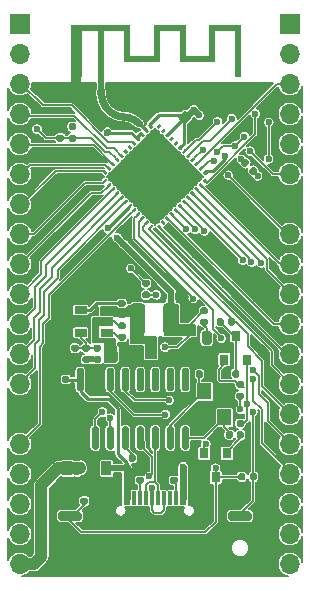
<source format=gtl>
G04 #@! TF.GenerationSoftware,KiCad,Pcbnew,5.1.6*
G04 #@! TF.CreationDate,2020-05-20T03:48:40+02:00*
G04 #@! TF.ProjectId,ESP32_Devkit_TypeC,45535033-325f-4446-9576-6b69745f5479,rev?*
G04 #@! TF.SameCoordinates,Original*
G04 #@! TF.FileFunction,Copper,L1,Top*
G04 #@! TF.FilePolarity,Positive*
%FSLAX46Y46*%
G04 Gerber Fmt 4.6, Leading zero omitted, Abs format (unit mm)*
G04 Created by KiCad (PCBNEW 5.1.6) date 2020-05-20 03:48:40*
%MOMM*%
%LPD*%
G01*
G04 APERTURE LIST*
G04 #@! TA.AperFunction,EtchedComponent*
%ADD10C,0.100000*%
G04 #@! TD*
G04 #@! TA.AperFunction,SMDPad,CuDef*
%ADD11R,0.900000X1.200000*%
G04 #@! TD*
G04 #@! TA.AperFunction,SMDPad,CuDef*
%ADD12C,0.100000*%
G04 #@! TD*
G04 #@! TA.AperFunction,Conductor*
%ADD13R,0.900000X1.000000*%
G04 #@! TD*
G04 #@! TA.AperFunction,Conductor*
%ADD14R,0.500000X0.500000*%
G04 #@! TD*
G04 #@! TA.AperFunction,ViaPad*
%ADD15C,0.500000*%
G04 #@! TD*
G04 #@! TA.AperFunction,SMDPad,CuDef*
%ADD16R,1.200000X1.400000*%
G04 #@! TD*
G04 #@! TA.AperFunction,SMDPad,CuDef*
%ADD17R,1.060000X0.650000*%
G04 #@! TD*
G04 #@! TA.AperFunction,SMDPad,CuDef*
%ADD18R,0.800000X0.900000*%
G04 #@! TD*
G04 #@! TA.AperFunction,SMDPad,CuDef*
%ADD19R,0.600000X1.160000*%
G04 #@! TD*
G04 #@! TA.AperFunction,SMDPad,CuDef*
%ADD20R,0.300000X1.160000*%
G04 #@! TD*
G04 #@! TA.AperFunction,ComponentPad*
%ADD21O,0.900000X1.700000*%
G04 #@! TD*
G04 #@! TA.AperFunction,ComponentPad*
%ADD22O,0.900000X2.000000*%
G04 #@! TD*
G04 #@! TA.AperFunction,ComponentPad*
%ADD23O,1.700000X1.700000*%
G04 #@! TD*
G04 #@! TA.AperFunction,ComponentPad*
%ADD24R,1.700000X1.700000*%
G04 #@! TD*
G04 #@! TA.AperFunction,ViaPad*
%ADD25C,0.600000*%
G04 #@! TD*
G04 #@! TA.AperFunction,Conductor*
%ADD26C,0.250000*%
G04 #@! TD*
G04 #@! TA.AperFunction,Conductor*
%ADD27C,0.127000*%
G04 #@! TD*
G04 #@! TA.AperFunction,Conductor*
%ADD28C,1.000000*%
G04 #@! TD*
G04 #@! TA.AperFunction,Conductor*
%ADD29C,0.500000*%
G04 #@! TD*
G04 #@! TA.AperFunction,Conductor*
%ADD30C,0.612000*%
G04 #@! TD*
G04 APERTURE END LIST*
D10*
G36*
X97900000Y-79840000D02*
G01*
X99900000Y-79840000D01*
X99900000Y-77200000D01*
X102600000Y-77200000D01*
X102600000Y-79840000D01*
X104600000Y-79840000D01*
X104600000Y-77200000D01*
X107300000Y-77200000D01*
X107290000Y-81640000D01*
X106800000Y-81640000D01*
X106800000Y-77700000D01*
X105100000Y-77700000D01*
X105100000Y-80340000D01*
X102100000Y-80340000D01*
X102100000Y-77700000D01*
X100400000Y-77700000D01*
X100400000Y-80340000D01*
X97400000Y-80340000D01*
X97400000Y-77700000D01*
X95700000Y-77700000D01*
X95700000Y-82100000D01*
X95200000Y-82100000D01*
X95200000Y-77700000D01*
X93800000Y-77700000D01*
X93800000Y-81600000D01*
X92900000Y-81600000D01*
X92900000Y-77200000D01*
X97900000Y-77200000D01*
X97900000Y-79840000D01*
G37*
G04 #@! TA.AperFunction,SMDPad,CuDef*
G36*
G01*
X106190000Y-102522500D02*
X106190000Y-102177500D01*
G75*
G02*
X106337500Y-102030000I147500J0D01*
G01*
X106632500Y-102030000D01*
G75*
G02*
X106780000Y-102177500I0J-147500D01*
G01*
X106780000Y-102522500D01*
G75*
G02*
X106632500Y-102670000I-147500J0D01*
G01*
X106337500Y-102670000D01*
G75*
G02*
X106190000Y-102522500I0J147500D01*
G01*
G37*
G04 #@! TD.AperFunction*
G04 #@! TA.AperFunction,SMDPad,CuDef*
G36*
G01*
X105220000Y-102522500D02*
X105220000Y-102177500D01*
G75*
G02*
X105367500Y-102030000I147500J0D01*
G01*
X105662500Y-102030000D01*
G75*
G02*
X105810000Y-102177500I0J-147500D01*
G01*
X105810000Y-102522500D01*
G75*
G02*
X105662500Y-102670000I-147500J0D01*
G01*
X105367500Y-102670000D01*
G75*
G02*
X105220000Y-102522500I0J147500D01*
G01*
G37*
G04 #@! TD.AperFunction*
G04 #@! TA.AperFunction,SMDPad,CuDef*
G36*
G01*
X99067500Y-99770000D02*
X99412500Y-99770000D01*
G75*
G02*
X99560000Y-99917500I0J-147500D01*
G01*
X99560000Y-100212500D01*
G75*
G02*
X99412500Y-100360000I-147500J0D01*
G01*
X99067500Y-100360000D01*
G75*
G02*
X98920000Y-100212500I0J147500D01*
G01*
X98920000Y-99917500D01*
G75*
G02*
X99067500Y-99770000I147500J0D01*
G01*
G37*
G04 #@! TD.AperFunction*
G04 #@! TA.AperFunction,SMDPad,CuDef*
G36*
G01*
X99067500Y-98800000D02*
X99412500Y-98800000D01*
G75*
G02*
X99560000Y-98947500I0J-147500D01*
G01*
X99560000Y-99242500D01*
G75*
G02*
X99412500Y-99390000I-147500J0D01*
G01*
X99067500Y-99390000D01*
G75*
G02*
X98920000Y-99242500I0J147500D01*
G01*
X98920000Y-98947500D01*
G75*
G02*
X99067500Y-98800000I147500J0D01*
G01*
G37*
G04 #@! TD.AperFunction*
G04 #@! TA.AperFunction,SMDPad,CuDef*
G36*
G01*
X108040000Y-115632500D02*
X108040000Y-115287500D01*
G75*
G02*
X108187500Y-115140000I147500J0D01*
G01*
X108482500Y-115140000D01*
G75*
G02*
X108630000Y-115287500I0J-147500D01*
G01*
X108630000Y-115632500D01*
G75*
G02*
X108482500Y-115780000I-147500J0D01*
G01*
X108187500Y-115780000D01*
G75*
G02*
X108040000Y-115632500I0J147500D01*
G01*
G37*
G04 #@! TD.AperFunction*
G04 #@! TA.AperFunction,SMDPad,CuDef*
G36*
G01*
X107070000Y-115632500D02*
X107070000Y-115287500D01*
G75*
G02*
X107217500Y-115140000I147500J0D01*
G01*
X107512500Y-115140000D01*
G75*
G02*
X107660000Y-115287500I0J-147500D01*
G01*
X107660000Y-115632500D01*
G75*
G02*
X107512500Y-115780000I-147500J0D01*
G01*
X107217500Y-115780000D01*
G75*
G02*
X107070000Y-115632500I0J147500D01*
G01*
G37*
G04 #@! TD.AperFunction*
D11*
X95900000Y-114750000D03*
X92600000Y-114750000D03*
G04 #@! TA.AperFunction,SMDPad,CuDef*
G36*
G01*
X104057025Y-90323088D02*
X104145414Y-90234700D01*
G75*
G02*
X104233802Y-90234700I44194J-44194D01*
G01*
X104428256Y-90429154D01*
G75*
G02*
X104428256Y-90517542I-44194J-44194D01*
G01*
X104339868Y-90605930D01*
G75*
G02*
X104251480Y-90605930I-44194J44194D01*
G01*
X104057026Y-90411476D01*
G75*
G02*
X104057026Y-90323088I44194J44194D01*
G01*
G37*
G04 #@! TD.AperFunction*
G04 #@! TA.AperFunction,SMDPad,CuDef*
G36*
G01*
X103703471Y-90676642D02*
X103791860Y-90588254D01*
G75*
G02*
X103880248Y-90588254I44194J-44194D01*
G01*
X104074702Y-90782708D01*
G75*
G02*
X104074702Y-90871096I-44194J-44194D01*
G01*
X103986314Y-90959484D01*
G75*
G02*
X103897926Y-90959484I-44194J44194D01*
G01*
X103703472Y-90765030D01*
G75*
G02*
X103703472Y-90676642I44194J44194D01*
G01*
G37*
G04 #@! TD.AperFunction*
G04 #@! TA.AperFunction,SMDPad,CuDef*
G36*
G01*
X103349918Y-91030195D02*
X103438307Y-90941807D01*
G75*
G02*
X103526695Y-90941807I44194J-44194D01*
G01*
X103721149Y-91136261D01*
G75*
G02*
X103721149Y-91224649I-44194J-44194D01*
G01*
X103632761Y-91313037D01*
G75*
G02*
X103544373Y-91313037I-44194J44194D01*
G01*
X103349919Y-91118583D01*
G75*
G02*
X103349919Y-91030195I44194J44194D01*
G01*
G37*
G04 #@! TD.AperFunction*
G04 #@! TA.AperFunction,SMDPad,CuDef*
G36*
G01*
X102996365Y-91383749D02*
X103084754Y-91295361D01*
G75*
G02*
X103173142Y-91295361I44194J-44194D01*
G01*
X103367596Y-91489815D01*
G75*
G02*
X103367596Y-91578203I-44194J-44194D01*
G01*
X103279208Y-91666591D01*
G75*
G02*
X103190820Y-91666591I-44194J44194D01*
G01*
X102996366Y-91472137D01*
G75*
G02*
X102996366Y-91383749I44194J44194D01*
G01*
G37*
G04 #@! TD.AperFunction*
G04 #@! TA.AperFunction,SMDPad,CuDef*
G36*
G01*
X102642811Y-91737302D02*
X102731200Y-91648914D01*
G75*
G02*
X102819588Y-91648914I44194J-44194D01*
G01*
X103014042Y-91843368D01*
G75*
G02*
X103014042Y-91931756I-44194J-44194D01*
G01*
X102925654Y-92020144D01*
G75*
G02*
X102837266Y-92020144I-44194J44194D01*
G01*
X102642812Y-91825690D01*
G75*
G02*
X102642812Y-91737302I44194J44194D01*
G01*
G37*
G04 #@! TD.AperFunction*
G04 #@! TA.AperFunction,SMDPad,CuDef*
G36*
G01*
X102289258Y-92090855D02*
X102377647Y-92002467D01*
G75*
G02*
X102466035Y-92002467I44194J-44194D01*
G01*
X102660489Y-92196921D01*
G75*
G02*
X102660489Y-92285309I-44194J-44194D01*
G01*
X102572101Y-92373697D01*
G75*
G02*
X102483713Y-92373697I-44194J44194D01*
G01*
X102289259Y-92179243D01*
G75*
G02*
X102289259Y-92090855I44194J44194D01*
G01*
G37*
G04 #@! TD.AperFunction*
G04 #@! TA.AperFunction,SMDPad,CuDef*
G36*
G01*
X101935704Y-92444409D02*
X102024093Y-92356021D01*
G75*
G02*
X102112481Y-92356021I44194J-44194D01*
G01*
X102306935Y-92550475D01*
G75*
G02*
X102306935Y-92638863I-44194J-44194D01*
G01*
X102218547Y-92727251D01*
G75*
G02*
X102130159Y-92727251I-44194J44194D01*
G01*
X101935705Y-92532797D01*
G75*
G02*
X101935705Y-92444409I44194J44194D01*
G01*
G37*
G04 #@! TD.AperFunction*
G04 #@! TA.AperFunction,SMDPad,CuDef*
G36*
G01*
X101582151Y-92797962D02*
X101670540Y-92709574D01*
G75*
G02*
X101758928Y-92709574I44194J-44194D01*
G01*
X101953382Y-92904028D01*
G75*
G02*
X101953382Y-92992416I-44194J-44194D01*
G01*
X101864994Y-93080804D01*
G75*
G02*
X101776606Y-93080804I-44194J44194D01*
G01*
X101582152Y-92886350D01*
G75*
G02*
X101582152Y-92797962I44194J44194D01*
G01*
G37*
G04 #@! TD.AperFunction*
G04 #@! TA.AperFunction,SMDPad,CuDef*
G36*
G01*
X101228598Y-93151516D02*
X101316987Y-93063128D01*
G75*
G02*
X101405375Y-93063128I44194J-44194D01*
G01*
X101599829Y-93257582D01*
G75*
G02*
X101599829Y-93345970I-44194J-44194D01*
G01*
X101511441Y-93434358D01*
G75*
G02*
X101423053Y-93434358I-44194J44194D01*
G01*
X101228599Y-93239904D01*
G75*
G02*
X101228599Y-93151516I44194J44194D01*
G01*
G37*
G04 #@! TD.AperFunction*
G04 #@! TA.AperFunction,SMDPad,CuDef*
G36*
G01*
X100875044Y-93505069D02*
X100963433Y-93416681D01*
G75*
G02*
X101051821Y-93416681I44194J-44194D01*
G01*
X101246275Y-93611135D01*
G75*
G02*
X101246275Y-93699523I-44194J-44194D01*
G01*
X101157887Y-93787911D01*
G75*
G02*
X101069499Y-93787911I-44194J44194D01*
G01*
X100875045Y-93593457D01*
G75*
G02*
X100875045Y-93505069I44194J44194D01*
G01*
G37*
G04 #@! TD.AperFunction*
G04 #@! TA.AperFunction,SMDPad,CuDef*
G36*
G01*
X100521491Y-93858622D02*
X100609880Y-93770234D01*
G75*
G02*
X100698268Y-93770234I44194J-44194D01*
G01*
X100892722Y-93964688D01*
G75*
G02*
X100892722Y-94053076I-44194J-44194D01*
G01*
X100804334Y-94141464D01*
G75*
G02*
X100715946Y-94141464I-44194J44194D01*
G01*
X100521492Y-93947010D01*
G75*
G02*
X100521492Y-93858622I44194J44194D01*
G01*
G37*
G04 #@! TD.AperFunction*
G04 #@! TA.AperFunction,SMDPad,CuDef*
G36*
G01*
X100167937Y-85832960D02*
X100362392Y-85638506D01*
G75*
G02*
X100450780Y-85638506I44194J-44194D01*
G01*
X100539168Y-85726894D01*
G75*
G02*
X100539168Y-85815282I-44194J-44194D01*
G01*
X100344714Y-86009736D01*
G75*
G02*
X100256326Y-86009736I-44194J44194D01*
G01*
X100167938Y-85921348D01*
G75*
G02*
X100167938Y-85832960I44194J44194D01*
G01*
G37*
G04 #@! TD.AperFunction*
G04 #@! TA.AperFunction,SMDPad,CuDef*
G36*
G01*
X100521491Y-86186514D02*
X100715946Y-85992060D01*
G75*
G02*
X100804334Y-85992060I44194J-44194D01*
G01*
X100892722Y-86080448D01*
G75*
G02*
X100892722Y-86168836I-44194J-44194D01*
G01*
X100698268Y-86363290D01*
G75*
G02*
X100609880Y-86363290I-44194J44194D01*
G01*
X100521492Y-86274902D01*
G75*
G02*
X100521492Y-86186514I44194J44194D01*
G01*
G37*
G04 #@! TD.AperFunction*
G04 #@! TA.AperFunction,SMDPad,CuDef*
G36*
G01*
X100875044Y-86540067D02*
X101069499Y-86345613D01*
G75*
G02*
X101157887Y-86345613I44194J-44194D01*
G01*
X101246275Y-86434001D01*
G75*
G02*
X101246275Y-86522389I-44194J-44194D01*
G01*
X101051821Y-86716843D01*
G75*
G02*
X100963433Y-86716843I-44194J44194D01*
G01*
X100875045Y-86628455D01*
G75*
G02*
X100875045Y-86540067I44194J44194D01*
G01*
G37*
G04 #@! TD.AperFunction*
G04 #@! TA.AperFunction,SMDPad,CuDef*
G36*
G01*
X101228598Y-86893620D02*
X101423053Y-86699166D01*
G75*
G02*
X101511441Y-86699166I44194J-44194D01*
G01*
X101599829Y-86787554D01*
G75*
G02*
X101599829Y-86875942I-44194J-44194D01*
G01*
X101405375Y-87070396D01*
G75*
G02*
X101316987Y-87070396I-44194J44194D01*
G01*
X101228599Y-86982008D01*
G75*
G02*
X101228599Y-86893620I44194J44194D01*
G01*
G37*
G04 #@! TD.AperFunction*
G04 #@! TA.AperFunction,SMDPad,CuDef*
G36*
G01*
X101582151Y-87247174D02*
X101776606Y-87052720D01*
G75*
G02*
X101864994Y-87052720I44194J-44194D01*
G01*
X101953382Y-87141108D01*
G75*
G02*
X101953382Y-87229496I-44194J-44194D01*
G01*
X101758928Y-87423950D01*
G75*
G02*
X101670540Y-87423950I-44194J44194D01*
G01*
X101582152Y-87335562D01*
G75*
G02*
X101582152Y-87247174I44194J44194D01*
G01*
G37*
G04 #@! TD.AperFunction*
G04 #@! TA.AperFunction,SMDPad,CuDef*
G36*
G01*
X101935704Y-87600727D02*
X102130159Y-87406273D01*
G75*
G02*
X102218547Y-87406273I44194J-44194D01*
G01*
X102306935Y-87494661D01*
G75*
G02*
X102306935Y-87583049I-44194J-44194D01*
G01*
X102112481Y-87777503D01*
G75*
G02*
X102024093Y-87777503I-44194J44194D01*
G01*
X101935705Y-87689115D01*
G75*
G02*
X101935705Y-87600727I44194J44194D01*
G01*
G37*
G04 #@! TD.AperFunction*
G04 #@! TA.AperFunction,SMDPad,CuDef*
G36*
G01*
X102289258Y-87954281D02*
X102483713Y-87759827D01*
G75*
G02*
X102572101Y-87759827I44194J-44194D01*
G01*
X102660489Y-87848215D01*
G75*
G02*
X102660489Y-87936603I-44194J-44194D01*
G01*
X102466035Y-88131057D01*
G75*
G02*
X102377647Y-88131057I-44194J44194D01*
G01*
X102289259Y-88042669D01*
G75*
G02*
X102289259Y-87954281I44194J44194D01*
G01*
G37*
G04 #@! TD.AperFunction*
G04 #@! TA.AperFunction,SMDPad,CuDef*
G36*
G01*
X102642811Y-88307834D02*
X102837266Y-88113380D01*
G75*
G02*
X102925654Y-88113380I44194J-44194D01*
G01*
X103014042Y-88201768D01*
G75*
G02*
X103014042Y-88290156I-44194J-44194D01*
G01*
X102819588Y-88484610D01*
G75*
G02*
X102731200Y-88484610I-44194J44194D01*
G01*
X102642812Y-88396222D01*
G75*
G02*
X102642812Y-88307834I44194J44194D01*
G01*
G37*
G04 #@! TD.AperFunction*
G04 #@! TA.AperFunction,SMDPad,CuDef*
G36*
G01*
X102996365Y-88661387D02*
X103190820Y-88466933D01*
G75*
G02*
X103279208Y-88466933I44194J-44194D01*
G01*
X103367596Y-88555321D01*
G75*
G02*
X103367596Y-88643709I-44194J-44194D01*
G01*
X103173142Y-88838163D01*
G75*
G02*
X103084754Y-88838163I-44194J44194D01*
G01*
X102996366Y-88749775D01*
G75*
G02*
X102996366Y-88661387I44194J44194D01*
G01*
G37*
G04 #@! TD.AperFunction*
G04 #@! TA.AperFunction,SMDPad,CuDef*
G36*
G01*
X103349918Y-89014941D02*
X103544373Y-88820487D01*
G75*
G02*
X103632761Y-88820487I44194J-44194D01*
G01*
X103721149Y-88908875D01*
G75*
G02*
X103721149Y-88997263I-44194J-44194D01*
G01*
X103526695Y-89191717D01*
G75*
G02*
X103438307Y-89191717I-44194J44194D01*
G01*
X103349919Y-89103329D01*
G75*
G02*
X103349919Y-89014941I44194J44194D01*
G01*
G37*
G04 #@! TD.AperFunction*
G04 #@! TA.AperFunction,SMDPad,CuDef*
G36*
G01*
X103703471Y-89368494D02*
X103897926Y-89174040D01*
G75*
G02*
X103986314Y-89174040I44194J-44194D01*
G01*
X104074702Y-89262428D01*
G75*
G02*
X104074702Y-89350816I-44194J-44194D01*
G01*
X103880248Y-89545270D01*
G75*
G02*
X103791860Y-89545270I-44194J44194D01*
G01*
X103703472Y-89456882D01*
G75*
G02*
X103703472Y-89368494I44194J44194D01*
G01*
G37*
G04 #@! TD.AperFunction*
G04 #@! TA.AperFunction,SMDPad,CuDef*
G36*
G01*
X99460831Y-94318242D02*
X99655286Y-94123788D01*
G75*
G02*
X99743674Y-94123788I44194J-44194D01*
G01*
X99832062Y-94212176D01*
G75*
G02*
X99832062Y-94300564I-44194J-44194D01*
G01*
X99637608Y-94495018D01*
G75*
G02*
X99549220Y-94495018I-44194J44194D01*
G01*
X99460832Y-94406630D01*
G75*
G02*
X99460832Y-94318242I44194J44194D01*
G01*
G37*
G04 #@! TD.AperFunction*
G04 #@! TA.AperFunction,SMDPad,CuDef*
G36*
G01*
X99107277Y-93964688D02*
X99301732Y-93770234D01*
G75*
G02*
X99390120Y-93770234I44194J-44194D01*
G01*
X99478508Y-93858622D01*
G75*
G02*
X99478508Y-93947010I-44194J-44194D01*
G01*
X99284054Y-94141464D01*
G75*
G02*
X99195666Y-94141464I-44194J44194D01*
G01*
X99107278Y-94053076D01*
G75*
G02*
X99107278Y-93964688I44194J44194D01*
G01*
G37*
G04 #@! TD.AperFunction*
G04 #@! TA.AperFunction,SMDPad,CuDef*
G36*
G01*
X98753724Y-93611135D02*
X98948179Y-93416681D01*
G75*
G02*
X99036567Y-93416681I44194J-44194D01*
G01*
X99124955Y-93505069D01*
G75*
G02*
X99124955Y-93593457I-44194J-44194D01*
G01*
X98930501Y-93787911D01*
G75*
G02*
X98842113Y-93787911I-44194J44194D01*
G01*
X98753725Y-93699523D01*
G75*
G02*
X98753725Y-93611135I44194J44194D01*
G01*
G37*
G04 #@! TD.AperFunction*
G04 #@! TA.AperFunction,SMDPad,CuDef*
G36*
G01*
X98400170Y-93257582D02*
X98594625Y-93063128D01*
G75*
G02*
X98683013Y-93063128I44194J-44194D01*
G01*
X98771401Y-93151516D01*
G75*
G02*
X98771401Y-93239904I-44194J-44194D01*
G01*
X98576947Y-93434358D01*
G75*
G02*
X98488559Y-93434358I-44194J44194D01*
G01*
X98400171Y-93345970D01*
G75*
G02*
X98400171Y-93257582I44194J44194D01*
G01*
G37*
G04 #@! TD.AperFunction*
G04 #@! TA.AperFunction,SMDPad,CuDef*
G36*
G01*
X98046617Y-92904028D02*
X98241072Y-92709574D01*
G75*
G02*
X98329460Y-92709574I44194J-44194D01*
G01*
X98417848Y-92797962D01*
G75*
G02*
X98417848Y-92886350I-44194J-44194D01*
G01*
X98223394Y-93080804D01*
G75*
G02*
X98135006Y-93080804I-44194J44194D01*
G01*
X98046618Y-92992416D01*
G75*
G02*
X98046618Y-92904028I44194J44194D01*
G01*
G37*
G04 #@! TD.AperFunction*
G04 #@! TA.AperFunction,SMDPad,CuDef*
G36*
G01*
X97693064Y-92550475D02*
X97887519Y-92356021D01*
G75*
G02*
X97975907Y-92356021I44194J-44194D01*
G01*
X98064295Y-92444409D01*
G75*
G02*
X98064295Y-92532797I-44194J-44194D01*
G01*
X97869841Y-92727251D01*
G75*
G02*
X97781453Y-92727251I-44194J44194D01*
G01*
X97693065Y-92638863D01*
G75*
G02*
X97693065Y-92550475I44194J44194D01*
G01*
G37*
G04 #@! TD.AperFunction*
G04 #@! TA.AperFunction,SMDPad,CuDef*
G36*
G01*
X97339510Y-92196921D02*
X97533965Y-92002467D01*
G75*
G02*
X97622353Y-92002467I44194J-44194D01*
G01*
X97710741Y-92090855D01*
G75*
G02*
X97710741Y-92179243I-44194J-44194D01*
G01*
X97516287Y-92373697D01*
G75*
G02*
X97427899Y-92373697I-44194J44194D01*
G01*
X97339511Y-92285309D01*
G75*
G02*
X97339511Y-92196921I44194J44194D01*
G01*
G37*
G04 #@! TD.AperFunction*
G04 #@! TA.AperFunction,SMDPad,CuDef*
G36*
G01*
X96985957Y-91843368D02*
X97180412Y-91648914D01*
G75*
G02*
X97268800Y-91648914I44194J-44194D01*
G01*
X97357188Y-91737302D01*
G75*
G02*
X97357188Y-91825690I-44194J-44194D01*
G01*
X97162734Y-92020144D01*
G75*
G02*
X97074346Y-92020144I-44194J44194D01*
G01*
X96985958Y-91931756D01*
G75*
G02*
X96985958Y-91843368I44194J44194D01*
G01*
G37*
G04 #@! TD.AperFunction*
G04 #@! TA.AperFunction,SMDPad,CuDef*
G36*
G01*
X96632403Y-91489815D02*
X96826858Y-91295361D01*
G75*
G02*
X96915246Y-91295361I44194J-44194D01*
G01*
X97003634Y-91383749D01*
G75*
G02*
X97003634Y-91472137I-44194J-44194D01*
G01*
X96809180Y-91666591D01*
G75*
G02*
X96720792Y-91666591I-44194J44194D01*
G01*
X96632404Y-91578203D01*
G75*
G02*
X96632404Y-91489815I44194J44194D01*
G01*
G37*
G04 #@! TD.AperFunction*
G04 #@! TA.AperFunction,SMDPad,CuDef*
G36*
G01*
X96278850Y-91136261D02*
X96473305Y-90941807D01*
G75*
G02*
X96561693Y-90941807I44194J-44194D01*
G01*
X96650081Y-91030195D01*
G75*
G02*
X96650081Y-91118583I-44194J-44194D01*
G01*
X96455627Y-91313037D01*
G75*
G02*
X96367239Y-91313037I-44194J44194D01*
G01*
X96278851Y-91224649D01*
G75*
G02*
X96278851Y-91136261I44194J44194D01*
G01*
G37*
G04 #@! TD.AperFunction*
G04 #@! TA.AperFunction,SMDPad,CuDef*
G36*
G01*
X95925297Y-90782708D02*
X96119752Y-90588254D01*
G75*
G02*
X96208140Y-90588254I44194J-44194D01*
G01*
X96296528Y-90676642D01*
G75*
G02*
X96296528Y-90765030I-44194J-44194D01*
G01*
X96102074Y-90959484D01*
G75*
G02*
X96013686Y-90959484I-44194J44194D01*
G01*
X95925298Y-90871096D01*
G75*
G02*
X95925298Y-90782708I44194J44194D01*
G01*
G37*
G04 #@! TD.AperFunction*
G04 #@! TA.AperFunction,SMDPad,CuDef*
G36*
G01*
X95571743Y-89615982D02*
X95660132Y-89527594D01*
G75*
G02*
X95748520Y-89527594I44194J-44194D01*
G01*
X95942974Y-89722048D01*
G75*
G02*
X95942974Y-89810436I-44194J-44194D01*
G01*
X95854586Y-89898824D01*
G75*
G02*
X95766198Y-89898824I-44194J44194D01*
G01*
X95571744Y-89704370D01*
G75*
G02*
X95571744Y-89615982I44194J44194D01*
G01*
G37*
G04 #@! TD.AperFunction*
G04 #@! TA.AperFunction,SMDPad,CuDef*
G36*
G01*
X95925297Y-89262428D02*
X96013686Y-89174040D01*
G75*
G02*
X96102074Y-89174040I44194J-44194D01*
G01*
X96296528Y-89368494D01*
G75*
G02*
X96296528Y-89456882I-44194J-44194D01*
G01*
X96208140Y-89545270D01*
G75*
G02*
X96119752Y-89545270I-44194J44194D01*
G01*
X95925298Y-89350816D01*
G75*
G02*
X95925298Y-89262428I44194J44194D01*
G01*
G37*
G04 #@! TD.AperFunction*
G04 #@! TA.AperFunction,SMDPad,CuDef*
G36*
G01*
X96278850Y-88908875D02*
X96367239Y-88820487D01*
G75*
G02*
X96455627Y-88820487I44194J-44194D01*
G01*
X96650081Y-89014941D01*
G75*
G02*
X96650081Y-89103329I-44194J-44194D01*
G01*
X96561693Y-89191717D01*
G75*
G02*
X96473305Y-89191717I-44194J44194D01*
G01*
X96278851Y-88997263D01*
G75*
G02*
X96278851Y-88908875I44194J44194D01*
G01*
G37*
G04 #@! TD.AperFunction*
G04 #@! TA.AperFunction,SMDPad,CuDef*
G36*
G01*
X96632403Y-88555321D02*
X96720792Y-88466933D01*
G75*
G02*
X96809180Y-88466933I44194J-44194D01*
G01*
X97003634Y-88661387D01*
G75*
G02*
X97003634Y-88749775I-44194J-44194D01*
G01*
X96915246Y-88838163D01*
G75*
G02*
X96826858Y-88838163I-44194J44194D01*
G01*
X96632404Y-88643709D01*
G75*
G02*
X96632404Y-88555321I44194J44194D01*
G01*
G37*
G04 #@! TD.AperFunction*
G04 #@! TA.AperFunction,SMDPad,CuDef*
G36*
G01*
X96985957Y-88201768D02*
X97074346Y-88113380D01*
G75*
G02*
X97162734Y-88113380I44194J-44194D01*
G01*
X97357188Y-88307834D01*
G75*
G02*
X97357188Y-88396222I-44194J-44194D01*
G01*
X97268800Y-88484610D01*
G75*
G02*
X97180412Y-88484610I-44194J44194D01*
G01*
X96985958Y-88290156D01*
G75*
G02*
X96985958Y-88201768I44194J44194D01*
G01*
G37*
G04 #@! TD.AperFunction*
G04 #@! TA.AperFunction,SMDPad,CuDef*
G36*
G01*
X97339510Y-87848215D02*
X97427899Y-87759827D01*
G75*
G02*
X97516287Y-87759827I44194J-44194D01*
G01*
X97710741Y-87954281D01*
G75*
G02*
X97710741Y-88042669I-44194J-44194D01*
G01*
X97622353Y-88131057D01*
G75*
G02*
X97533965Y-88131057I-44194J44194D01*
G01*
X97339511Y-87936603D01*
G75*
G02*
X97339511Y-87848215I44194J44194D01*
G01*
G37*
G04 #@! TD.AperFunction*
G04 #@! TA.AperFunction,SMDPad,CuDef*
G36*
G01*
X97693064Y-87494661D02*
X97781453Y-87406273D01*
G75*
G02*
X97869841Y-87406273I44194J-44194D01*
G01*
X98064295Y-87600727D01*
G75*
G02*
X98064295Y-87689115I-44194J-44194D01*
G01*
X97975907Y-87777503D01*
G75*
G02*
X97887519Y-87777503I-44194J44194D01*
G01*
X97693065Y-87583049D01*
G75*
G02*
X97693065Y-87494661I44194J44194D01*
G01*
G37*
G04 #@! TD.AperFunction*
G04 #@! TA.AperFunction,SMDPad,CuDef*
G36*
G01*
X98046617Y-87141108D02*
X98135006Y-87052720D01*
G75*
G02*
X98223394Y-87052720I44194J-44194D01*
G01*
X98417848Y-87247174D01*
G75*
G02*
X98417848Y-87335562I-44194J-44194D01*
G01*
X98329460Y-87423950D01*
G75*
G02*
X98241072Y-87423950I-44194J44194D01*
G01*
X98046618Y-87229496D01*
G75*
G02*
X98046618Y-87141108I44194J44194D01*
G01*
G37*
G04 #@! TD.AperFunction*
G04 #@! TA.AperFunction,SMDPad,CuDef*
G36*
G01*
X98400170Y-86787554D02*
X98488559Y-86699166D01*
G75*
G02*
X98576947Y-86699166I44194J-44194D01*
G01*
X98771401Y-86893620D01*
G75*
G02*
X98771401Y-86982008I-44194J-44194D01*
G01*
X98683013Y-87070396D01*
G75*
G02*
X98594625Y-87070396I-44194J44194D01*
G01*
X98400171Y-86875942D01*
G75*
G02*
X98400171Y-86787554I44194J44194D01*
G01*
G37*
G04 #@! TD.AperFunction*
G04 #@! TA.AperFunction,SMDPad,CuDef*
G36*
G01*
X98753724Y-86434001D02*
X98842113Y-86345613D01*
G75*
G02*
X98930501Y-86345613I44194J-44194D01*
G01*
X99124955Y-86540067D01*
G75*
G02*
X99124955Y-86628455I-44194J-44194D01*
G01*
X99036567Y-86716843D01*
G75*
G02*
X98948179Y-86716843I-44194J44194D01*
G01*
X98753725Y-86522389D01*
G75*
G02*
X98753725Y-86434001I44194J44194D01*
G01*
G37*
G04 #@! TD.AperFunction*
G04 #@! TA.AperFunction,SMDPad,CuDef*
G36*
G01*
X99107277Y-86080448D02*
X99195666Y-85992060D01*
G75*
G02*
X99284054Y-85992060I44194J-44194D01*
G01*
X99478508Y-86186514D01*
G75*
G02*
X99478508Y-86274902I-44194J-44194D01*
G01*
X99390120Y-86363290D01*
G75*
G02*
X99301732Y-86363290I-44194J44194D01*
G01*
X99107278Y-86168836D01*
G75*
G02*
X99107278Y-86080448I44194J44194D01*
G01*
G37*
G04 #@! TD.AperFunction*
G04 #@! TA.AperFunction,SMDPad,CuDef*
G36*
G01*
X99460831Y-85726894D02*
X99549220Y-85638506D01*
G75*
G02*
X99637608Y-85638506I44194J-44194D01*
G01*
X99832062Y-85832960D01*
G75*
G02*
X99832062Y-85921348I-44194J-44194D01*
G01*
X99743674Y-86009736D01*
G75*
G02*
X99655286Y-86009736I-44194J44194D01*
G01*
X99460832Y-85815282D01*
G75*
G02*
X99460832Y-85726894I44194J44194D01*
G01*
G37*
G04 #@! TD.AperFunction*
G04 #@! TA.AperFunction,SMDPad,CuDef*
G36*
G01*
X95571743Y-90429154D02*
X95766198Y-90234700D01*
G75*
G02*
X95854586Y-90234700I44194J-44194D01*
G01*
X95942974Y-90323088D01*
G75*
G02*
X95942974Y-90411476I-44194J-44194D01*
G01*
X95748520Y-90605930D01*
G75*
G02*
X95660132Y-90605930I-44194J44194D01*
G01*
X95571744Y-90517542D01*
G75*
G02*
X95571744Y-90429154I44194J44194D01*
G01*
G37*
G04 #@! TD.AperFunction*
G04 #@! TA.AperFunction,SMDPad,CuDef*
G36*
G01*
X100167937Y-94212176D02*
X100256326Y-94123788D01*
G75*
G02*
X100344714Y-94123788I44194J-44194D01*
G01*
X100539168Y-94318242D01*
G75*
G02*
X100539168Y-94406630I-44194J-44194D01*
G01*
X100450780Y-94495018D01*
G75*
G02*
X100362392Y-94495018I-44194J44194D01*
G01*
X100167938Y-94300564D01*
G75*
G02*
X100167938Y-94212176I44194J44194D01*
G01*
G37*
G04 #@! TD.AperFunction*
G04 #@! TA.AperFunction,SMDPad,CuDef*
G36*
G01*
X104057025Y-89722048D02*
X104251480Y-89527594D01*
G75*
G02*
X104339868Y-89527594I44194J-44194D01*
G01*
X104428256Y-89615982D01*
G75*
G02*
X104428256Y-89704370I-44194J-44194D01*
G01*
X104233802Y-89898824D01*
G75*
G02*
X104145414Y-89898824I-44194J44194D01*
G01*
X104057026Y-89810436D01*
G75*
G02*
X104057026Y-89722048I44194J44194D01*
G01*
G37*
G04 #@! TD.AperFunction*
G04 #@! TA.AperFunction,SMDPad,CuDef*
D12*
G36*
X96252334Y-90066762D02*
G01*
X100000000Y-86319096D01*
X103747666Y-90066762D01*
X100000000Y-93814428D01*
X96252334Y-90066762D01*
G37*
G04 #@! TD.AperFunction*
D13*
X93350000Y-82100000D03*
D14*
X95450000Y-82350000D03*
D15*
X93350000Y-82350000D03*
D16*
X105890000Y-108240000D03*
X105890000Y-110440000D03*
X104190000Y-110440000D03*
X104190000Y-108240000D03*
G04 #@! TA.AperFunction,SMDPad,CuDef*
G36*
G01*
X93835000Y-108210000D02*
X93535000Y-108210000D01*
G75*
G02*
X93385000Y-108060000I0J150000D01*
G01*
X93385000Y-106410000D01*
G75*
G02*
X93535000Y-106260000I150000J0D01*
G01*
X93835000Y-106260000D01*
G75*
G02*
X93985000Y-106410000I0J-150000D01*
G01*
X93985000Y-108060000D01*
G75*
G02*
X93835000Y-108210000I-150000J0D01*
G01*
G37*
G04 #@! TD.AperFunction*
G04 #@! TA.AperFunction,SMDPad,CuDef*
G36*
G01*
X95105000Y-108210000D02*
X94805000Y-108210000D01*
G75*
G02*
X94655000Y-108060000I0J150000D01*
G01*
X94655000Y-106410000D01*
G75*
G02*
X94805000Y-106260000I150000J0D01*
G01*
X95105000Y-106260000D01*
G75*
G02*
X95255000Y-106410000I0J-150000D01*
G01*
X95255000Y-108060000D01*
G75*
G02*
X95105000Y-108210000I-150000J0D01*
G01*
G37*
G04 #@! TD.AperFunction*
G04 #@! TA.AperFunction,SMDPad,CuDef*
G36*
G01*
X96375000Y-108210000D02*
X96075000Y-108210000D01*
G75*
G02*
X95925000Y-108060000I0J150000D01*
G01*
X95925000Y-106410000D01*
G75*
G02*
X96075000Y-106260000I150000J0D01*
G01*
X96375000Y-106260000D01*
G75*
G02*
X96525000Y-106410000I0J-150000D01*
G01*
X96525000Y-108060000D01*
G75*
G02*
X96375000Y-108210000I-150000J0D01*
G01*
G37*
G04 #@! TD.AperFunction*
G04 #@! TA.AperFunction,SMDPad,CuDef*
G36*
G01*
X97645000Y-108210000D02*
X97345000Y-108210000D01*
G75*
G02*
X97195000Y-108060000I0J150000D01*
G01*
X97195000Y-106410000D01*
G75*
G02*
X97345000Y-106260000I150000J0D01*
G01*
X97645000Y-106260000D01*
G75*
G02*
X97795000Y-106410000I0J-150000D01*
G01*
X97795000Y-108060000D01*
G75*
G02*
X97645000Y-108210000I-150000J0D01*
G01*
G37*
G04 #@! TD.AperFunction*
G04 #@! TA.AperFunction,SMDPad,CuDef*
G36*
G01*
X98915000Y-108210000D02*
X98615000Y-108210000D01*
G75*
G02*
X98465000Y-108060000I0J150000D01*
G01*
X98465000Y-106410000D01*
G75*
G02*
X98615000Y-106260000I150000J0D01*
G01*
X98915000Y-106260000D01*
G75*
G02*
X99065000Y-106410000I0J-150000D01*
G01*
X99065000Y-108060000D01*
G75*
G02*
X98915000Y-108210000I-150000J0D01*
G01*
G37*
G04 #@! TD.AperFunction*
G04 #@! TA.AperFunction,SMDPad,CuDef*
G36*
G01*
X100185000Y-108210000D02*
X99885000Y-108210000D01*
G75*
G02*
X99735000Y-108060000I0J150000D01*
G01*
X99735000Y-106410000D01*
G75*
G02*
X99885000Y-106260000I150000J0D01*
G01*
X100185000Y-106260000D01*
G75*
G02*
X100335000Y-106410000I0J-150000D01*
G01*
X100335000Y-108060000D01*
G75*
G02*
X100185000Y-108210000I-150000J0D01*
G01*
G37*
G04 #@! TD.AperFunction*
G04 #@! TA.AperFunction,SMDPad,CuDef*
G36*
G01*
X101455000Y-108210000D02*
X101155000Y-108210000D01*
G75*
G02*
X101005000Y-108060000I0J150000D01*
G01*
X101005000Y-106410000D01*
G75*
G02*
X101155000Y-106260000I150000J0D01*
G01*
X101455000Y-106260000D01*
G75*
G02*
X101605000Y-106410000I0J-150000D01*
G01*
X101605000Y-108060000D01*
G75*
G02*
X101455000Y-108210000I-150000J0D01*
G01*
G37*
G04 #@! TD.AperFunction*
G04 #@! TA.AperFunction,SMDPad,CuDef*
G36*
G01*
X102725000Y-108210000D02*
X102425000Y-108210000D01*
G75*
G02*
X102275000Y-108060000I0J150000D01*
G01*
X102275000Y-106410000D01*
G75*
G02*
X102425000Y-106260000I150000J0D01*
G01*
X102725000Y-106260000D01*
G75*
G02*
X102875000Y-106410000I0J-150000D01*
G01*
X102875000Y-108060000D01*
G75*
G02*
X102725000Y-108210000I-150000J0D01*
G01*
G37*
G04 #@! TD.AperFunction*
G04 #@! TA.AperFunction,SMDPad,CuDef*
G36*
G01*
X102725000Y-113160000D02*
X102425000Y-113160000D01*
G75*
G02*
X102275000Y-113010000I0J150000D01*
G01*
X102275000Y-111360000D01*
G75*
G02*
X102425000Y-111210000I150000J0D01*
G01*
X102725000Y-111210000D01*
G75*
G02*
X102875000Y-111360000I0J-150000D01*
G01*
X102875000Y-113010000D01*
G75*
G02*
X102725000Y-113160000I-150000J0D01*
G01*
G37*
G04 #@! TD.AperFunction*
G04 #@! TA.AperFunction,SMDPad,CuDef*
G36*
G01*
X101455000Y-113160000D02*
X101155000Y-113160000D01*
G75*
G02*
X101005000Y-113010000I0J150000D01*
G01*
X101005000Y-111360000D01*
G75*
G02*
X101155000Y-111210000I150000J0D01*
G01*
X101455000Y-111210000D01*
G75*
G02*
X101605000Y-111360000I0J-150000D01*
G01*
X101605000Y-113010000D01*
G75*
G02*
X101455000Y-113160000I-150000J0D01*
G01*
G37*
G04 #@! TD.AperFunction*
G04 #@! TA.AperFunction,SMDPad,CuDef*
G36*
G01*
X100185000Y-113160000D02*
X99885000Y-113160000D01*
G75*
G02*
X99735000Y-113010000I0J150000D01*
G01*
X99735000Y-111360000D01*
G75*
G02*
X99885000Y-111210000I150000J0D01*
G01*
X100185000Y-111210000D01*
G75*
G02*
X100335000Y-111360000I0J-150000D01*
G01*
X100335000Y-113010000D01*
G75*
G02*
X100185000Y-113160000I-150000J0D01*
G01*
G37*
G04 #@! TD.AperFunction*
G04 #@! TA.AperFunction,SMDPad,CuDef*
G36*
G01*
X98915000Y-113160000D02*
X98615000Y-113160000D01*
G75*
G02*
X98465000Y-113010000I0J150000D01*
G01*
X98465000Y-111360000D01*
G75*
G02*
X98615000Y-111210000I150000J0D01*
G01*
X98915000Y-111210000D01*
G75*
G02*
X99065000Y-111360000I0J-150000D01*
G01*
X99065000Y-113010000D01*
G75*
G02*
X98915000Y-113160000I-150000J0D01*
G01*
G37*
G04 #@! TD.AperFunction*
G04 #@! TA.AperFunction,SMDPad,CuDef*
G36*
G01*
X97645000Y-113160000D02*
X97345000Y-113160000D01*
G75*
G02*
X97195000Y-113010000I0J150000D01*
G01*
X97195000Y-111360000D01*
G75*
G02*
X97345000Y-111210000I150000J0D01*
G01*
X97645000Y-111210000D01*
G75*
G02*
X97795000Y-111360000I0J-150000D01*
G01*
X97795000Y-113010000D01*
G75*
G02*
X97645000Y-113160000I-150000J0D01*
G01*
G37*
G04 #@! TD.AperFunction*
G04 #@! TA.AperFunction,SMDPad,CuDef*
G36*
G01*
X96375000Y-113160000D02*
X96075000Y-113160000D01*
G75*
G02*
X95925000Y-113010000I0J150000D01*
G01*
X95925000Y-111360000D01*
G75*
G02*
X96075000Y-111210000I150000J0D01*
G01*
X96375000Y-111210000D01*
G75*
G02*
X96525000Y-111360000I0J-150000D01*
G01*
X96525000Y-113010000D01*
G75*
G02*
X96375000Y-113160000I-150000J0D01*
G01*
G37*
G04 #@! TD.AperFunction*
G04 #@! TA.AperFunction,SMDPad,CuDef*
G36*
G01*
X95105000Y-113160000D02*
X94805000Y-113160000D01*
G75*
G02*
X94655000Y-113010000I0J150000D01*
G01*
X94655000Y-111360000D01*
G75*
G02*
X94805000Y-111210000I150000J0D01*
G01*
X95105000Y-111210000D01*
G75*
G02*
X95255000Y-111360000I0J-150000D01*
G01*
X95255000Y-113010000D01*
G75*
G02*
X95105000Y-113160000I-150000J0D01*
G01*
G37*
G04 #@! TD.AperFunction*
G04 #@! TA.AperFunction,SMDPad,CuDef*
G36*
G01*
X93835000Y-113160000D02*
X93535000Y-113160000D01*
G75*
G02*
X93385000Y-113010000I0J150000D01*
G01*
X93385000Y-111360000D01*
G75*
G02*
X93535000Y-111210000I150000J0D01*
G01*
X93835000Y-111210000D01*
G75*
G02*
X93985000Y-111360000I0J-150000D01*
G01*
X93985000Y-113010000D01*
G75*
G02*
X93835000Y-113160000I-150000J0D01*
G01*
G37*
G04 #@! TD.AperFunction*
D17*
X95920000Y-102307000D03*
X95920000Y-101357000D03*
X95920000Y-103257000D03*
X93720000Y-103257000D03*
X93720000Y-102307000D03*
X93720000Y-101357000D03*
G04 #@! TA.AperFunction,SMDPad,CuDef*
G36*
G01*
X106400000Y-118400000D02*
X108000000Y-118400000D01*
G75*
G02*
X108200000Y-118600000I0J-200000D01*
G01*
X108200000Y-119000000D01*
G75*
G02*
X108000000Y-119200000I-200000J0D01*
G01*
X106400000Y-119200000D01*
G75*
G02*
X106200000Y-119000000I0J200000D01*
G01*
X106200000Y-118600000D01*
G75*
G02*
X106400000Y-118400000I200000J0D01*
G01*
G37*
G04 #@! TD.AperFunction*
G04 #@! TA.AperFunction,SMDPad,CuDef*
G36*
G01*
X106400000Y-122600000D02*
X108000000Y-122600000D01*
G75*
G02*
X108200000Y-122800000I0J-200000D01*
G01*
X108200000Y-123200000D01*
G75*
G02*
X108000000Y-123400000I-200000J0D01*
G01*
X106400000Y-123400000D01*
G75*
G02*
X106200000Y-123200000I0J200000D01*
G01*
X106200000Y-122800000D01*
G75*
G02*
X106400000Y-122600000I200000J0D01*
G01*
G37*
G04 #@! TD.AperFunction*
G04 #@! TA.AperFunction,SMDPad,CuDef*
G36*
G01*
X92000000Y-118400000D02*
X93600000Y-118400000D01*
G75*
G02*
X93800000Y-118600000I0J-200000D01*
G01*
X93800000Y-119000000D01*
G75*
G02*
X93600000Y-119200000I-200000J0D01*
G01*
X92000000Y-119200000D01*
G75*
G02*
X91800000Y-119000000I0J200000D01*
G01*
X91800000Y-118600000D01*
G75*
G02*
X92000000Y-118400000I200000J0D01*
G01*
G37*
G04 #@! TD.AperFunction*
G04 #@! TA.AperFunction,SMDPad,CuDef*
G36*
G01*
X92000000Y-122600000D02*
X93600000Y-122600000D01*
G75*
G02*
X93800000Y-122800000I0J-200000D01*
G01*
X93800000Y-123200000D01*
G75*
G02*
X93600000Y-123400000I-200000J0D01*
G01*
X92000000Y-123400000D01*
G75*
G02*
X91800000Y-123200000I0J200000D01*
G01*
X91800000Y-122800000D01*
G75*
G02*
X92000000Y-122600000I200000J0D01*
G01*
G37*
G04 #@! TD.AperFunction*
G04 #@! TA.AperFunction,SMDPad,CuDef*
G36*
G01*
X93195500Y-86118000D02*
X92850500Y-86118000D01*
G75*
G02*
X92703000Y-85970500I0J147500D01*
G01*
X92703000Y-85675500D01*
G75*
G02*
X92850500Y-85528000I147500J0D01*
G01*
X93195500Y-85528000D01*
G75*
G02*
X93343000Y-85675500I0J-147500D01*
G01*
X93343000Y-85970500D01*
G75*
G02*
X93195500Y-86118000I-147500J0D01*
G01*
G37*
G04 #@! TD.AperFunction*
G04 #@! TA.AperFunction,SMDPad,CuDef*
G36*
G01*
X93195500Y-87088000D02*
X92850500Y-87088000D01*
G75*
G02*
X92703000Y-86940500I0J147500D01*
G01*
X92703000Y-86645500D01*
G75*
G02*
X92850500Y-86498000I147500J0D01*
G01*
X93195500Y-86498000D01*
G75*
G02*
X93343000Y-86645500I0J-147500D01*
G01*
X93343000Y-86940500D01*
G75*
G02*
X93195500Y-87088000I-147500J0D01*
G01*
G37*
G04 #@! TD.AperFunction*
G04 #@! TA.AperFunction,SMDPad,CuDef*
G36*
G01*
X103997500Y-102082000D02*
X104342500Y-102082000D01*
G75*
G02*
X104490000Y-102229500I0J-147500D01*
G01*
X104490000Y-102524500D01*
G75*
G02*
X104342500Y-102672000I-147500J0D01*
G01*
X103997500Y-102672000D01*
G75*
G02*
X103850000Y-102524500I0J147500D01*
G01*
X103850000Y-102229500D01*
G75*
G02*
X103997500Y-102082000I147500J0D01*
G01*
G37*
G04 #@! TD.AperFunction*
G04 #@! TA.AperFunction,SMDPad,CuDef*
G36*
G01*
X103997500Y-101112000D02*
X104342500Y-101112000D01*
G75*
G02*
X104490000Y-101259500I0J-147500D01*
G01*
X104490000Y-101554500D01*
G75*
G02*
X104342500Y-101702000I-147500J0D01*
G01*
X103997500Y-101702000D01*
G75*
G02*
X103850000Y-101554500I0J147500D01*
G01*
X103850000Y-101259500D01*
G75*
G02*
X103997500Y-101112000I147500J0D01*
G01*
G37*
G04 #@! TD.AperFunction*
G04 #@! TA.AperFunction,SMDPad,CuDef*
G36*
G01*
X107056500Y-108349000D02*
X107401500Y-108349000D01*
G75*
G02*
X107549000Y-108496500I0J-147500D01*
G01*
X107549000Y-108791500D01*
G75*
G02*
X107401500Y-108939000I-147500J0D01*
G01*
X107056500Y-108939000D01*
G75*
G02*
X106909000Y-108791500I0J147500D01*
G01*
X106909000Y-108496500D01*
G75*
G02*
X107056500Y-108349000I147500J0D01*
G01*
G37*
G04 #@! TD.AperFunction*
G04 #@! TA.AperFunction,SMDPad,CuDef*
G36*
G01*
X107056500Y-107379000D02*
X107401500Y-107379000D01*
G75*
G02*
X107549000Y-107526500I0J-147500D01*
G01*
X107549000Y-107821500D01*
G75*
G02*
X107401500Y-107969000I-147500J0D01*
G01*
X107056500Y-107969000D01*
G75*
G02*
X106909000Y-107821500I0J147500D01*
G01*
X106909000Y-107526500D01*
G75*
G02*
X107056500Y-107379000I147500J0D01*
G01*
G37*
G04 #@! TD.AperFunction*
G04 #@! TA.AperFunction,SMDPad,CuDef*
G36*
G01*
X107403500Y-111252000D02*
X107058500Y-111252000D01*
G75*
G02*
X106911000Y-111104500I0J147500D01*
G01*
X106911000Y-110809500D01*
G75*
G02*
X107058500Y-110662000I147500J0D01*
G01*
X107403500Y-110662000D01*
G75*
G02*
X107551000Y-110809500I0J-147500D01*
G01*
X107551000Y-111104500D01*
G75*
G02*
X107403500Y-111252000I-147500J0D01*
G01*
G37*
G04 #@! TD.AperFunction*
G04 #@! TA.AperFunction,SMDPad,CuDef*
G36*
G01*
X107403500Y-112222000D02*
X107058500Y-112222000D01*
G75*
G02*
X106911000Y-112074500I0J147500D01*
G01*
X106911000Y-111779500D01*
G75*
G02*
X107058500Y-111632000I147500J0D01*
G01*
X107403500Y-111632000D01*
G75*
G02*
X107551000Y-111779500I0J-147500D01*
G01*
X107551000Y-112074500D01*
G75*
G02*
X107403500Y-112222000I-147500J0D01*
G01*
G37*
G04 #@! TD.AperFunction*
G04 #@! TA.AperFunction,SMDPad,CuDef*
G36*
G01*
X93052500Y-105247000D02*
X93397500Y-105247000D01*
G75*
G02*
X93545000Y-105394500I0J-147500D01*
G01*
X93545000Y-105689500D01*
G75*
G02*
X93397500Y-105837000I-147500J0D01*
G01*
X93052500Y-105837000D01*
G75*
G02*
X92905000Y-105689500I0J147500D01*
G01*
X92905000Y-105394500D01*
G75*
G02*
X93052500Y-105247000I147500J0D01*
G01*
G37*
G04 #@! TD.AperFunction*
G04 #@! TA.AperFunction,SMDPad,CuDef*
G36*
G01*
X93052500Y-104277000D02*
X93397500Y-104277000D01*
G75*
G02*
X93545000Y-104424500I0J-147500D01*
G01*
X93545000Y-104719500D01*
G75*
G02*
X93397500Y-104867000I-147500J0D01*
G01*
X93052500Y-104867000D01*
G75*
G02*
X92905000Y-104719500I0J147500D01*
G01*
X92905000Y-104424500D01*
G75*
G02*
X93052500Y-104277000I147500J0D01*
G01*
G37*
G04 #@! TD.AperFunction*
G04 #@! TA.AperFunction,SMDPad,CuDef*
G36*
G01*
X95297500Y-104867000D02*
X94952500Y-104867000D01*
G75*
G02*
X94805000Y-104719500I0J147500D01*
G01*
X94805000Y-104424500D01*
G75*
G02*
X94952500Y-104277000I147500J0D01*
G01*
X95297500Y-104277000D01*
G75*
G02*
X95445000Y-104424500I0J-147500D01*
G01*
X95445000Y-104719500D01*
G75*
G02*
X95297500Y-104867000I-147500J0D01*
G01*
G37*
G04 #@! TD.AperFunction*
G04 #@! TA.AperFunction,SMDPad,CuDef*
G36*
G01*
X95297500Y-105837000D02*
X94952500Y-105837000D01*
G75*
G02*
X94805000Y-105689500I0J147500D01*
G01*
X94805000Y-105394500D01*
G75*
G02*
X94952500Y-105247000I147500J0D01*
G01*
X95297500Y-105247000D01*
G75*
G02*
X95445000Y-105394500I0J-147500D01*
G01*
X95445000Y-105689500D01*
G75*
G02*
X95297500Y-105837000I-147500J0D01*
G01*
G37*
G04 #@! TD.AperFunction*
G04 #@! TA.AperFunction,SMDPad,CuDef*
G36*
G01*
X107987428Y-89488379D02*
X108231380Y-89244428D01*
G75*
G02*
X108439976Y-89244428I104298J-104298D01*
G01*
X108648572Y-89453024D01*
G75*
G02*
X108648572Y-89661620I-104298J-104298D01*
G01*
X108404620Y-89905572D01*
G75*
G02*
X108196024Y-89905572I-104298J104298D01*
G01*
X107987428Y-89696976D01*
G75*
G02*
X107987428Y-89488380I104298J104298D01*
G01*
G37*
G04 #@! TD.AperFunction*
G04 #@! TA.AperFunction,SMDPad,CuDef*
G36*
G01*
X107301534Y-88802485D02*
X107545486Y-88558534D01*
G75*
G02*
X107754082Y-88558534I104298J-104298D01*
G01*
X107962678Y-88767130D01*
G75*
G02*
X107962678Y-88975726I-104298J-104298D01*
G01*
X107718726Y-89219678D01*
G75*
G02*
X107510130Y-89219678I-104298J104298D01*
G01*
X107301534Y-89011082D01*
G75*
G02*
X107301534Y-88802486I104298J104298D01*
G01*
G37*
G04 #@! TD.AperFunction*
G04 #@! TA.AperFunction,SMDPad,CuDef*
G36*
G01*
X101427500Y-115470000D02*
X101772500Y-115470000D01*
G75*
G02*
X101920000Y-115617500I0J-147500D01*
G01*
X101920000Y-115912500D01*
G75*
G02*
X101772500Y-116060000I-147500J0D01*
G01*
X101427500Y-116060000D01*
G75*
G02*
X101280000Y-115912500I0J147500D01*
G01*
X101280000Y-115617500D01*
G75*
G02*
X101427500Y-115470000I147500J0D01*
G01*
G37*
G04 #@! TD.AperFunction*
G04 #@! TA.AperFunction,SMDPad,CuDef*
G36*
G01*
X101427500Y-114500000D02*
X101772500Y-114500000D01*
G75*
G02*
X101920000Y-114647500I0J-147500D01*
G01*
X101920000Y-114942500D01*
G75*
G02*
X101772500Y-115090000I-147500J0D01*
G01*
X101427500Y-115090000D01*
G75*
G02*
X101280000Y-114942500I0J147500D01*
G01*
X101280000Y-114647500D01*
G75*
G02*
X101427500Y-114500000I147500J0D01*
G01*
G37*
G04 #@! TD.AperFunction*
G04 #@! TA.AperFunction,SMDPad,CuDef*
G36*
G01*
X98922500Y-115090000D02*
X98577500Y-115090000D01*
G75*
G02*
X98430000Y-114942500I0J147500D01*
G01*
X98430000Y-114647500D01*
G75*
G02*
X98577500Y-114500000I147500J0D01*
G01*
X98922500Y-114500000D01*
G75*
G02*
X99070000Y-114647500I0J-147500D01*
G01*
X99070000Y-114942500D01*
G75*
G02*
X98922500Y-115090000I-147500J0D01*
G01*
G37*
G04 #@! TD.AperFunction*
G04 #@! TA.AperFunction,SMDPad,CuDef*
G36*
G01*
X98922500Y-116060000D02*
X98577500Y-116060000D01*
G75*
G02*
X98430000Y-115912500I0J147500D01*
G01*
X98430000Y-115617500D01*
G75*
G02*
X98577500Y-115470000I147500J0D01*
G01*
X98922500Y-115470000D01*
G75*
G02*
X99070000Y-115617500I0J-147500D01*
G01*
X99070000Y-115912500D01*
G75*
G02*
X98922500Y-116060000I-147500J0D01*
G01*
G37*
G04 #@! TD.AperFunction*
G04 #@! TA.AperFunction,SMDPad,CuDef*
G36*
G01*
X97026500Y-103363000D02*
X97371500Y-103363000D01*
G75*
G02*
X97519000Y-103510500I0J-147500D01*
G01*
X97519000Y-103805500D01*
G75*
G02*
X97371500Y-103953000I-147500J0D01*
G01*
X97026500Y-103953000D01*
G75*
G02*
X96879000Y-103805500I0J147500D01*
G01*
X96879000Y-103510500D01*
G75*
G02*
X97026500Y-103363000I147500J0D01*
G01*
G37*
G04 #@! TD.AperFunction*
G04 #@! TA.AperFunction,SMDPad,CuDef*
G36*
G01*
X97026500Y-102393000D02*
X97371500Y-102393000D01*
G75*
G02*
X97519000Y-102540500I0J-147500D01*
G01*
X97519000Y-102835500D01*
G75*
G02*
X97371500Y-102983000I-147500J0D01*
G01*
X97026500Y-102983000D01*
G75*
G02*
X96879000Y-102835500I0J147500D01*
G01*
X96879000Y-102540500D01*
G75*
G02*
X97026500Y-102393000I147500J0D01*
G01*
G37*
G04 #@! TD.AperFunction*
D18*
X106841000Y-103542000D03*
X107791000Y-105542000D03*
X105891000Y-105542000D03*
X105137000Y-115491000D03*
X104187000Y-113491000D03*
X106087000Y-113491000D03*
G04 #@! TA.AperFunction,SMDPad,CuDef*
G36*
G01*
X100727000Y-103193000D02*
X100727000Y-101043000D01*
G75*
G02*
X100977000Y-100793000I250000J0D01*
G01*
X101727000Y-100793000D01*
G75*
G02*
X101977000Y-101043000I0J-250000D01*
G01*
X101977000Y-103193000D01*
G75*
G02*
X101727000Y-103443000I-250000J0D01*
G01*
X100977000Y-103443000D01*
G75*
G02*
X100727000Y-103193000I0J250000D01*
G01*
G37*
G04 #@! TD.AperFunction*
G04 #@! TA.AperFunction,SMDPad,CuDef*
G36*
G01*
X97927000Y-103193000D02*
X97927000Y-101043000D01*
G75*
G02*
X98177000Y-100793000I250000J0D01*
G01*
X98927000Y-100793000D01*
G75*
G02*
X99177000Y-101043000I0J-250000D01*
G01*
X99177000Y-103193000D01*
G75*
G02*
X98927000Y-103443000I-250000J0D01*
G01*
X98177000Y-103443000D01*
G75*
G02*
X97927000Y-103193000I0J250000D01*
G01*
G37*
G04 #@! TD.AperFunction*
D19*
X103200000Y-117290000D03*
X102400000Y-117290000D03*
X103200000Y-117290000D03*
X102400000Y-117290000D03*
X96800000Y-117290000D03*
X96800000Y-117290000D03*
X97600000Y-117290000D03*
X97600000Y-117290000D03*
D20*
X101750000Y-117290000D03*
X100750000Y-117290000D03*
X101250000Y-117290000D03*
X98750000Y-117290000D03*
X98250000Y-117290000D03*
X100250000Y-117290000D03*
X99750000Y-117290000D03*
X99250000Y-117290000D03*
D21*
X104320000Y-122040000D03*
X95680000Y-122040000D03*
D22*
X104320000Y-117870000D03*
X95680000Y-117870000D03*
G04 #@! TA.AperFunction,SMDPad,CuDef*
G36*
G01*
X104602500Y-104322000D02*
X104177500Y-104322000D01*
G75*
G02*
X103965000Y-104109500I0J212500D01*
G01*
X103965000Y-103309500D01*
G75*
G02*
X104177500Y-103097000I212500J0D01*
G01*
X104602500Y-103097000D01*
G75*
G02*
X104815000Y-103309500I0J-212500D01*
G01*
X104815000Y-104109500D01*
G75*
G02*
X104602500Y-104322000I-212500J0D01*
G01*
G37*
G04 #@! TD.AperFunction*
G04 #@! TA.AperFunction,SMDPad,CuDef*
G36*
G01*
X104602500Y-105947000D02*
X104177500Y-105947000D01*
G75*
G02*
X103965000Y-105734500I0J212500D01*
G01*
X103965000Y-104934500D01*
G75*
G02*
X104177500Y-104722000I212500J0D01*
G01*
X104602500Y-104722000D01*
G75*
G02*
X104815000Y-104934500I0J-212500D01*
G01*
X104815000Y-105734500D01*
G75*
G02*
X104602500Y-105947000I-212500J0D01*
G01*
G37*
G04 #@! TD.AperFunction*
D11*
X102975000Y-104857000D03*
X99675000Y-104857000D03*
G04 #@! TA.AperFunction,SMDPad,CuDef*
G36*
G01*
X95652375Y-86236326D02*
X95896327Y-85992375D01*
G75*
G02*
X96104923Y-85992375I104298J-104298D01*
G01*
X96313519Y-86200971D01*
G75*
G02*
X96313519Y-86409567I-104298J-104298D01*
G01*
X96069567Y-86653519D01*
G75*
G02*
X95860971Y-86653519I-104298J104298D01*
G01*
X95652375Y-86444923D01*
G75*
G02*
X95652375Y-86236327I104298J104298D01*
G01*
G37*
G04 #@! TD.AperFunction*
G04 #@! TA.AperFunction,SMDPad,CuDef*
G36*
G01*
X94966481Y-85550432D02*
X95210433Y-85306481D01*
G75*
G02*
X95419029Y-85306481I104298J-104298D01*
G01*
X95627625Y-85515077D01*
G75*
G02*
X95627625Y-85723673I-104298J-104298D01*
G01*
X95383673Y-85967625D01*
G75*
G02*
X95175077Y-85967625I-104298J104298D01*
G01*
X94966481Y-85759029D01*
G75*
G02*
X94966481Y-85550433I104298J104298D01*
G01*
G37*
G04 #@! TD.AperFunction*
G04 #@! TA.AperFunction,SMDPad,CuDef*
G36*
G01*
X103156292Y-86038684D02*
X103518684Y-85676291D01*
G75*
G02*
X103828044Y-85676291I154680J-154680D01*
G01*
X104137403Y-85985650D01*
G75*
G02*
X104137403Y-86295010I-154680J-154680D01*
G01*
X103775010Y-86657403D01*
G75*
G02*
X103465650Y-86657403I-154680J154680D01*
G01*
X103156291Y-86348044D01*
G75*
G02*
X103156291Y-86038684I154680J154680D01*
G01*
G37*
G04 #@! TD.AperFunction*
G04 #@! TA.AperFunction,SMDPad,CuDef*
G36*
G01*
X102042598Y-84924990D02*
X102404990Y-84562597D01*
G75*
G02*
X102714350Y-84562597I154680J-154680D01*
G01*
X103023709Y-84871956D01*
G75*
G02*
X103023709Y-85181316I-154680J-154680D01*
G01*
X102661316Y-85543709D01*
G75*
G02*
X102351956Y-85543709I-154680J154680D01*
G01*
X102042597Y-85234350D01*
G75*
G02*
X102042597Y-84924990I154680J154680D01*
G01*
G37*
G04 #@! TD.AperFunction*
G04 #@! TA.AperFunction,SMDPad,CuDef*
G36*
G01*
X92153500Y-86114000D02*
X91808500Y-86114000D01*
G75*
G02*
X91661000Y-85966500I0J147500D01*
G01*
X91661000Y-85671500D01*
G75*
G02*
X91808500Y-85524000I147500J0D01*
G01*
X92153500Y-85524000D01*
G75*
G02*
X92301000Y-85671500I0J-147500D01*
G01*
X92301000Y-85966500D01*
G75*
G02*
X92153500Y-86114000I-147500J0D01*
G01*
G37*
G04 #@! TD.AperFunction*
G04 #@! TA.AperFunction,SMDPad,CuDef*
G36*
G01*
X92153500Y-87084000D02*
X91808500Y-87084000D01*
G75*
G02*
X91661000Y-86936500I0J147500D01*
G01*
X91661000Y-86641500D01*
G75*
G02*
X91808500Y-86494000I147500J0D01*
G01*
X92153500Y-86494000D01*
G75*
G02*
X92301000Y-86641500I0J-147500D01*
G01*
X92301000Y-86936500D01*
G75*
G02*
X92153500Y-87084000I-147500J0D01*
G01*
G37*
G04 #@! TD.AperFunction*
G04 #@! TA.AperFunction,SMDPad,CuDef*
G36*
G01*
X106555000Y-106917500D02*
X106555000Y-106572500D01*
G75*
G02*
X106702500Y-106425000I147500J0D01*
G01*
X106997500Y-106425000D01*
G75*
G02*
X107145000Y-106572500I0J-147500D01*
G01*
X107145000Y-106917500D01*
G75*
G02*
X106997500Y-107065000I-147500J0D01*
G01*
X106702500Y-107065000D01*
G75*
G02*
X106555000Y-106917500I0J147500D01*
G01*
G37*
G04 #@! TD.AperFunction*
G04 #@! TA.AperFunction,SMDPad,CuDef*
G36*
G01*
X105585000Y-106917500D02*
X105585000Y-106572500D01*
G75*
G02*
X105732500Y-106425000I147500J0D01*
G01*
X106027500Y-106425000D01*
G75*
G02*
X106175000Y-106572500I0J-147500D01*
G01*
X106175000Y-106917500D01*
G75*
G02*
X106027500Y-107065000I-147500J0D01*
G01*
X105732500Y-107065000D01*
G75*
G02*
X105585000Y-106917500I0J147500D01*
G01*
G37*
G04 #@! TD.AperFunction*
G04 #@! TA.AperFunction,SMDPad,CuDef*
G36*
G01*
X93845500Y-117228000D02*
X94190500Y-117228000D01*
G75*
G02*
X94338000Y-117375500I0J-147500D01*
G01*
X94338000Y-117670500D01*
G75*
G02*
X94190500Y-117818000I-147500J0D01*
G01*
X93845500Y-117818000D01*
G75*
G02*
X93698000Y-117670500I0J147500D01*
G01*
X93698000Y-117375500D01*
G75*
G02*
X93845500Y-117228000I147500J0D01*
G01*
G37*
G04 #@! TD.AperFunction*
G04 #@! TA.AperFunction,SMDPad,CuDef*
G36*
G01*
X93845500Y-116258000D02*
X94190500Y-116258000D01*
G75*
G02*
X94338000Y-116405500I0J-147500D01*
G01*
X94338000Y-116700500D01*
G75*
G02*
X94190500Y-116848000I-147500J0D01*
G01*
X93845500Y-116848000D01*
G75*
G02*
X93698000Y-116700500I0J147500D01*
G01*
X93698000Y-116405500D01*
G75*
G02*
X93845500Y-116258000I147500J0D01*
G01*
G37*
G04 #@! TD.AperFunction*
G04 #@! TA.AperFunction,SMDPad,CuDef*
G36*
G01*
X94347500Y-104867000D02*
X94002500Y-104867000D01*
G75*
G02*
X93855000Y-104719500I0J147500D01*
G01*
X93855000Y-104424500D01*
G75*
G02*
X94002500Y-104277000I147500J0D01*
G01*
X94347500Y-104277000D01*
G75*
G02*
X94495000Y-104424500I0J-147500D01*
G01*
X94495000Y-104719500D01*
G75*
G02*
X94347500Y-104867000I-147500J0D01*
G01*
G37*
G04 #@! TD.AperFunction*
G04 #@! TA.AperFunction,SMDPad,CuDef*
G36*
G01*
X94347500Y-105837000D02*
X94002500Y-105837000D01*
G75*
G02*
X93855000Y-105689500I0J147500D01*
G01*
X93855000Y-105394500D01*
G75*
G02*
X94002500Y-105247000I147500J0D01*
G01*
X94347500Y-105247000D01*
G75*
G02*
X94495000Y-105394500I0J-147500D01*
G01*
X94495000Y-105689500D01*
G75*
G02*
X94347500Y-105837000I-147500J0D01*
G01*
G37*
G04 #@! TD.AperFunction*
G04 #@! TA.AperFunction,SMDPad,CuDef*
G36*
G01*
X103219250Y-101870000D02*
X102706750Y-101870000D01*
G75*
G02*
X102488000Y-101651250I0J218750D01*
G01*
X102488000Y-101213750D01*
G75*
G02*
X102706750Y-100995000I218750J0D01*
G01*
X103219250Y-100995000D01*
G75*
G02*
X103438000Y-101213750I0J-218750D01*
G01*
X103438000Y-101651250D01*
G75*
G02*
X103219250Y-101870000I-218750J0D01*
G01*
G37*
G04 #@! TD.AperFunction*
G04 #@! TA.AperFunction,SMDPad,CuDef*
G36*
G01*
X103219250Y-103445000D02*
X102706750Y-103445000D01*
G75*
G02*
X102488000Y-103226250I0J218750D01*
G01*
X102488000Y-102788750D01*
G75*
G02*
X102706750Y-102570000I218750J0D01*
G01*
X103219250Y-102570000D01*
G75*
G02*
X103438000Y-102788750I0J-218750D01*
G01*
X103438000Y-103226250D01*
G75*
G02*
X103219250Y-103445000I-218750J0D01*
G01*
G37*
G04 #@! TD.AperFunction*
G04 #@! TA.AperFunction,SMDPad,CuDef*
G36*
G01*
X92622500Y-107530000D02*
X92277500Y-107530000D01*
G75*
G02*
X92130000Y-107382500I0J147500D01*
G01*
X92130000Y-107087500D01*
G75*
G02*
X92277500Y-106940000I147500J0D01*
G01*
X92622500Y-106940000D01*
G75*
G02*
X92770000Y-107087500I0J-147500D01*
G01*
X92770000Y-107382500D01*
G75*
G02*
X92622500Y-107530000I-147500J0D01*
G01*
G37*
G04 #@! TD.AperFunction*
G04 #@! TA.AperFunction,SMDPad,CuDef*
G36*
G01*
X92622500Y-108500000D02*
X92277500Y-108500000D01*
G75*
G02*
X92130000Y-108352500I0J147500D01*
G01*
X92130000Y-108057500D01*
G75*
G02*
X92277500Y-107910000I147500J0D01*
G01*
X92622500Y-107910000D01*
G75*
G02*
X92770000Y-108057500I0J-147500D01*
G01*
X92770000Y-108352500D01*
G75*
G02*
X92622500Y-108500000I-147500J0D01*
G01*
G37*
G04 #@! TD.AperFunction*
G04 #@! TA.AperFunction,SMDPad,CuDef*
G36*
G01*
X98770000Y-114052500D02*
X98770000Y-113707500D01*
G75*
G02*
X98917500Y-113560000I147500J0D01*
G01*
X99212500Y-113560000D01*
G75*
G02*
X99360000Y-113707500I0J-147500D01*
G01*
X99360000Y-114052500D01*
G75*
G02*
X99212500Y-114200000I-147500J0D01*
G01*
X98917500Y-114200000D01*
G75*
G02*
X98770000Y-114052500I0J147500D01*
G01*
G37*
G04 #@! TD.AperFunction*
G04 #@! TA.AperFunction,SMDPad,CuDef*
G36*
G01*
X97800000Y-114052500D02*
X97800000Y-113707500D01*
G75*
G02*
X97947500Y-113560000I147500J0D01*
G01*
X98242500Y-113560000D01*
G75*
G02*
X98390000Y-113707500I0J-147500D01*
G01*
X98390000Y-114052500D01*
G75*
G02*
X98242500Y-114200000I-147500J0D01*
G01*
X97947500Y-114200000D01*
G75*
G02*
X97800000Y-114052500I0J147500D01*
G01*
G37*
G04 #@! TD.AperFunction*
G04 #@! TA.AperFunction,SMDPad,CuDef*
G36*
G01*
X105620000Y-111737500D02*
X105620000Y-112082500D01*
G75*
G02*
X105472500Y-112230000I-147500J0D01*
G01*
X105177500Y-112230000D01*
G75*
G02*
X105030000Y-112082500I0J147500D01*
G01*
X105030000Y-111737500D01*
G75*
G02*
X105177500Y-111590000I147500J0D01*
G01*
X105472500Y-111590000D01*
G75*
G02*
X105620000Y-111737500I0J-147500D01*
G01*
G37*
G04 #@! TD.AperFunction*
G04 #@! TA.AperFunction,SMDPad,CuDef*
G36*
G01*
X106590000Y-111737500D02*
X106590000Y-112082500D01*
G75*
G02*
X106442500Y-112230000I-147500J0D01*
G01*
X106147500Y-112230000D01*
G75*
G02*
X106000000Y-112082500I0J147500D01*
G01*
X106000000Y-111737500D01*
G75*
G02*
X106147500Y-111590000I147500J0D01*
G01*
X106442500Y-111590000D01*
G75*
G02*
X106590000Y-111737500I0J-147500D01*
G01*
G37*
G04 #@! TD.AperFunction*
G04 #@! TA.AperFunction,SMDPad,CuDef*
G36*
G01*
X96825000Y-104600750D02*
X96825000Y-105513250D01*
G75*
G02*
X96581250Y-105757000I-243750J0D01*
G01*
X96093750Y-105757000D01*
G75*
G02*
X95850000Y-105513250I0J243750D01*
G01*
X95850000Y-104600750D01*
G75*
G02*
X96093750Y-104357000I243750J0D01*
G01*
X96581250Y-104357000D01*
G75*
G02*
X96825000Y-104600750I0J-243750D01*
G01*
G37*
G04 #@! TD.AperFunction*
G04 #@! TA.AperFunction,SMDPad,CuDef*
G36*
G01*
X98700000Y-104600750D02*
X98700000Y-105513250D01*
G75*
G02*
X98456250Y-105757000I-243750J0D01*
G01*
X97968750Y-105757000D01*
G75*
G02*
X97725000Y-105513250I0J243750D01*
G01*
X97725000Y-104600750D01*
G75*
G02*
X97968750Y-104357000I243750J0D01*
G01*
X98456250Y-104357000D01*
G75*
G02*
X98700000Y-104600750I0J-243750D01*
G01*
G37*
G04 #@! TD.AperFunction*
G04 #@! TA.AperFunction,SMDPad,CuDef*
G36*
G01*
X104450000Y-106942500D02*
X104450000Y-106597500D01*
G75*
G02*
X104597500Y-106450000I147500J0D01*
G01*
X104892500Y-106450000D01*
G75*
G02*
X105040000Y-106597500I0J-147500D01*
G01*
X105040000Y-106942500D01*
G75*
G02*
X104892500Y-107090000I-147500J0D01*
G01*
X104597500Y-107090000D01*
G75*
G02*
X104450000Y-106942500I0J147500D01*
G01*
G37*
G04 #@! TD.AperFunction*
G04 #@! TA.AperFunction,SMDPad,CuDef*
G36*
G01*
X103480000Y-106942500D02*
X103480000Y-106597500D01*
G75*
G02*
X103627500Y-106450000I147500J0D01*
G01*
X103922500Y-106450000D01*
G75*
G02*
X104070000Y-106597500I0J-147500D01*
G01*
X104070000Y-106942500D01*
G75*
G02*
X103922500Y-107090000I-147500J0D01*
G01*
X103627500Y-107090000D01*
G75*
G02*
X103480000Y-106942500I0J147500D01*
G01*
G37*
G04 #@! TD.AperFunction*
G04 #@! TA.AperFunction,SMDPad,CuDef*
G36*
G01*
X97372500Y-101092000D02*
X97027500Y-101092000D01*
G75*
G02*
X96880000Y-100944500I0J147500D01*
G01*
X96880000Y-100649500D01*
G75*
G02*
X97027500Y-100502000I147500J0D01*
G01*
X97372500Y-100502000D01*
G75*
G02*
X97520000Y-100649500I0J-147500D01*
G01*
X97520000Y-100944500D01*
G75*
G02*
X97372500Y-101092000I-147500J0D01*
G01*
G37*
G04 #@! TD.AperFunction*
G04 #@! TA.AperFunction,SMDPad,CuDef*
G36*
G01*
X97372500Y-102062000D02*
X97027500Y-102062000D01*
G75*
G02*
X96880000Y-101914500I0J147500D01*
G01*
X96880000Y-101619500D01*
G75*
G02*
X97027500Y-101472000I147500J0D01*
G01*
X97372500Y-101472000D01*
G75*
G02*
X97520000Y-101619500I0J-147500D01*
G01*
X97520000Y-101914500D01*
G75*
G02*
X97372500Y-102062000I-147500J0D01*
G01*
G37*
G04 #@! TD.AperFunction*
D23*
X111430000Y-122860000D03*
X111430000Y-120320000D03*
X111430000Y-117780000D03*
X111430000Y-115240000D03*
X111430000Y-112700000D03*
X111430000Y-110160000D03*
X111430000Y-107620000D03*
X111430000Y-105080000D03*
X111430000Y-102540000D03*
X111430000Y-100000000D03*
X111430000Y-97460000D03*
X111430000Y-94920000D03*
X111430000Y-92380000D03*
X111430000Y-89840000D03*
X111430000Y-87300000D03*
X111430000Y-84760000D03*
X111430000Y-82220000D03*
X111430000Y-79680000D03*
D24*
X111430000Y-77140000D03*
D23*
X88570000Y-122860000D03*
X88570000Y-120320000D03*
X88570000Y-117780000D03*
X88570000Y-115240000D03*
X88570000Y-112700000D03*
X88570000Y-110160000D03*
X88570000Y-107620000D03*
X88570000Y-105080000D03*
X88570000Y-102540000D03*
X88570000Y-100000000D03*
X88570000Y-97460000D03*
X88570000Y-94920000D03*
X88570000Y-92380000D03*
X88570000Y-89840000D03*
X88570000Y-87300000D03*
X88570000Y-84760000D03*
X88570000Y-82220000D03*
X88570000Y-79680000D03*
D24*
X88570000Y-77140000D03*
D25*
X98850000Y-113600000D03*
X98600000Y-105700000D03*
X98600000Y-104700000D03*
X97400000Y-105700000D03*
X95000000Y-108100000D03*
X100000000Y-90000000D03*
X97000000Y-90000000D03*
X103000000Y-90000000D03*
X100000000Y-93000000D03*
X100000000Y-87000000D03*
X91978000Y-85840000D03*
X94200000Y-102382000D03*
X93500000Y-102182000D03*
X96610000Y-83910000D03*
X97190000Y-84210000D03*
X97840000Y-84290000D03*
X98460000Y-84520000D03*
X99020000Y-84880000D03*
X94870000Y-83910000D03*
X95170000Y-84500000D03*
X95620000Y-85010000D03*
X96200000Y-85410000D03*
X96860000Y-85650000D03*
X97550000Y-85740000D03*
X96250000Y-83350000D03*
X96140000Y-82700000D03*
X94720000Y-83260000D03*
X94760000Y-82590000D03*
X97750000Y-94190000D03*
X89260000Y-83590000D03*
X110650000Y-83450000D03*
X109540000Y-83980000D03*
X110760000Y-86050000D03*
X109090000Y-86160000D03*
X107970000Y-85980000D03*
X108800000Y-87830000D03*
X110300000Y-88000000D03*
X110200000Y-89200000D03*
X110300000Y-91100000D03*
X107900000Y-90300000D03*
X108800000Y-91500000D03*
X105300000Y-90600000D03*
X109650000Y-94100000D03*
X110400000Y-96400000D03*
X107900000Y-92400000D03*
X105700000Y-91800000D03*
X96200000Y-95900000D03*
X89100000Y-96200000D03*
X89200000Y-98700000D03*
X93700000Y-93100000D03*
X89300000Y-91100000D03*
X89300000Y-88500000D03*
X95200000Y-88500000D03*
X94600000Y-87900000D03*
X89200000Y-86000000D03*
X91500000Y-82400000D03*
X91500000Y-83500000D03*
X104800000Y-95200000D03*
X104200000Y-95900000D03*
X106600000Y-97100000D03*
X106000000Y-97800000D03*
X108600000Y-99200000D03*
X108600000Y-100400000D03*
X110600000Y-101300000D03*
X110150000Y-97800000D03*
X111000000Y-108900000D03*
X111000000Y-111400000D03*
X111100000Y-113950000D03*
X110900000Y-116450000D03*
X110850000Y-119000000D03*
X110900000Y-121550000D03*
X109700000Y-119350000D03*
X110350000Y-123600000D03*
X89300000Y-121650000D03*
X89300000Y-116350000D03*
X89050000Y-119000000D03*
X89050000Y-106300000D03*
X89000000Y-103800000D03*
X88950000Y-101250000D03*
X92300000Y-98120000D03*
X95440000Y-94990000D03*
X92200000Y-91720000D03*
X91200000Y-90700000D03*
X89100000Y-93700000D03*
X93800000Y-90100000D03*
X101900000Y-109600000D03*
X103100000Y-110100000D03*
X98100000Y-110800000D03*
X99400000Y-110800000D03*
X104800000Y-109500000D03*
X104000000Y-111600000D03*
X107700000Y-112600000D03*
X107700000Y-117300000D03*
X108500000Y-118100000D03*
X104000000Y-119600000D03*
X94000000Y-119600000D03*
X96200000Y-113600000D03*
X94600000Y-106300000D03*
X100600000Y-105300000D03*
X97400000Y-104700000D03*
X98000000Y-98700000D03*
X96600000Y-100200000D03*
X91600000Y-100300000D03*
X91100000Y-103800000D03*
X90800000Y-106000000D03*
X103100000Y-86500000D03*
X92800000Y-103900000D03*
X92100000Y-108000000D03*
X92900000Y-108100000D03*
X92100000Y-113500000D03*
X93200000Y-113500000D03*
X96800000Y-82400000D03*
X99340000Y-82400000D03*
X101880000Y-82400000D03*
X104420000Y-82400000D03*
X106960000Y-82400000D03*
X104900000Y-104800000D03*
X108600000Y-101850000D03*
X103400000Y-96650000D03*
X105950000Y-99200000D03*
X101750000Y-95000000D03*
X108550000Y-104300000D03*
X107100000Y-84600000D03*
X104750000Y-84800000D03*
X102000000Y-84200000D03*
X110900000Y-106300000D03*
X107750000Y-114700000D03*
X106950000Y-114700000D03*
X107750000Y-116250000D03*
X106950000Y-116250000D03*
X103150000Y-113750000D03*
X105150000Y-112950000D03*
X96030000Y-104997500D03*
X96590000Y-105522000D03*
X93760000Y-114490000D03*
X93420000Y-115060000D03*
X94675000Y-105482000D03*
X100850000Y-104502000D03*
X96803000Y-95247000D03*
X96001164Y-94443164D03*
X95974000Y-86333000D03*
X93067000Y-85803000D03*
X97333000Y-95775000D03*
X97333000Y-95775000D03*
X101363000Y-99807000D03*
X101352000Y-100526000D03*
X103300000Y-84411000D03*
X103747000Y-84867000D03*
X105923000Y-88303000D03*
X102400000Y-114630000D03*
X97620000Y-114630000D03*
X102400000Y-115500000D03*
X97600000Y-115500000D03*
X97600000Y-116400000D03*
X102400000Y-116400000D03*
X90016000Y-86038000D03*
X105136000Y-114736000D03*
X97949000Y-97833000D03*
X91981000Y-86789000D03*
X106850000Y-106745000D03*
X108282510Y-109991000D03*
X99753475Y-116460500D03*
X99539500Y-115429500D03*
X104170000Y-94647000D03*
X103393000Y-94517000D03*
X102644336Y-94470664D03*
X107427664Y-97125336D03*
X108179000Y-97313000D03*
X108979500Y-97345836D03*
X103250674Y-100383326D03*
X108345490Y-107209000D03*
X108282510Y-106424807D03*
X105620000Y-103760000D03*
X104965000Y-88692000D03*
X106215000Y-89940000D03*
X108060000Y-87910000D03*
X105300000Y-85430000D03*
X104068164Y-87778164D03*
X106760000Y-87470000D03*
X107586063Y-86666063D03*
X107316000Y-88596000D03*
X105221806Y-88011867D03*
X106510000Y-85140000D03*
X96226000Y-110504000D03*
X109639000Y-85458000D03*
X109628000Y-88550000D03*
X108491836Y-84741836D03*
X107239000Y-109765000D03*
X104303000Y-112693000D03*
X100893000Y-110205000D03*
X107792010Y-109280990D03*
X101217000Y-109000000D03*
X95556000Y-109980000D03*
X108700000Y-90000000D03*
X100114000Y-100065000D03*
D26*
X95077001Y-100779999D02*
X97197999Y-100779999D01*
X93720000Y-101357000D02*
X94500000Y-101357000D01*
X94500000Y-101357000D02*
X95077001Y-100779999D01*
X97197999Y-100779999D02*
X97200000Y-100782000D01*
D27*
X104190000Y-108240000D02*
X104190000Y-108241000D01*
X104190000Y-108241000D02*
X101292000Y-111139000D01*
X101292000Y-111139000D02*
X101292000Y-112738000D01*
X103775000Y-106770000D02*
X103775000Y-107795000D01*
X103775000Y-107795000D02*
X104191000Y-108211000D01*
X95960000Y-102322000D02*
X95950000Y-102332000D01*
X96577000Y-102307000D02*
X96952000Y-102682000D01*
X95920000Y-102307000D02*
X96577000Y-102307000D01*
X96952000Y-102682000D02*
X97200000Y-102682000D01*
D28*
X89772081Y-122860000D02*
X90390000Y-122242081D01*
X88570000Y-122860000D02*
X89772081Y-122860000D01*
X90390000Y-122242081D02*
X90390000Y-116200000D01*
X90390000Y-116200000D02*
X91830000Y-114760000D01*
X91830000Y-114760000D02*
X93650000Y-114760000D01*
X96337500Y-105057000D02*
X96337500Y-105269500D01*
D27*
X102575000Y-112185000D02*
X104163000Y-112185000D01*
X104163000Y-112185000D02*
X105877000Y-110471000D01*
X105890000Y-111267000D02*
X106312000Y-111689000D01*
X105890000Y-110440000D02*
X105890000Y-111267000D01*
X106312000Y-111689000D02*
X106312000Y-111945000D01*
X98095000Y-113560000D02*
X97530000Y-112995000D01*
X98095000Y-113880000D02*
X98095000Y-113560000D01*
X97530000Y-112995000D02*
X97530000Y-112170000D01*
X95074264Y-105482000D02*
X95150000Y-105482000D01*
X94650000Y-105482000D02*
X94150000Y-105482000D01*
X102950000Y-103019500D02*
X102950000Y-103457000D01*
X94650000Y-105482000D02*
X94675000Y-105482000D01*
X94675000Y-105482000D02*
X95074264Y-105482000D01*
X101274264Y-104502000D02*
X100850000Y-104502000D01*
X102950000Y-103457000D02*
X101905000Y-104502000D01*
X101905000Y-104502000D02*
X101274264Y-104502000D01*
D26*
X95982947Y-86322947D02*
X98012947Y-86322947D01*
X98012947Y-86322947D02*
X98500000Y-86810000D01*
D27*
X102950000Y-102582000D02*
X104080000Y-101452000D01*
X102950000Y-103019500D02*
X102950000Y-102582000D01*
X104080000Y-101452000D02*
X104080000Y-101422000D01*
X97737258Y-92683057D02*
X97723615Y-92683057D01*
D29*
X101352000Y-102118000D02*
X101352000Y-100983000D01*
D26*
X96001164Y-94443164D02*
X97817000Y-92627328D01*
X97817000Y-92627328D02*
X97817000Y-92602000D01*
D27*
X93023000Y-85823000D02*
X93047000Y-85823000D01*
X93047000Y-85823000D02*
X93067000Y-85803000D01*
D26*
X96803000Y-95247000D02*
X96805000Y-95247000D01*
D29*
X101352000Y-99796000D02*
X97333000Y-95775000D01*
X96805000Y-95247000D02*
X97333000Y-95775000D01*
X101352000Y-102118000D02*
X101352000Y-99818000D01*
X101352000Y-99818000D02*
X101363000Y-99807000D01*
X101363000Y-99807000D02*
X101352000Y-99796000D01*
X101363000Y-99807000D02*
X101363000Y-100515000D01*
X101352000Y-100983000D02*
X101352000Y-100526000D01*
X101363000Y-100515000D02*
X101352000Y-100526000D01*
X101352000Y-100526000D02*
X101363000Y-99807000D01*
X103300000Y-84420000D02*
X103747000Y-84867000D01*
X103300000Y-84411000D02*
X103300000Y-84420000D01*
X102657847Y-85053153D02*
X103300000Y-84411000D01*
X102533153Y-85053153D02*
X102657847Y-85053153D01*
D26*
X101202082Y-86389807D02*
X101202082Y-86387918D01*
X101202082Y-86387918D02*
X102580000Y-85010000D01*
X98444365Y-86743360D02*
X98784725Y-86403000D01*
X98784725Y-86403000D02*
X98799000Y-86403000D01*
X99505025Y-85682700D02*
X100349725Y-84838000D01*
X100349725Y-84838000D02*
X102184000Y-84838000D01*
X102184000Y-84838000D02*
X102444000Y-85098000D01*
X98585786Y-86884781D02*
X98444365Y-86743360D01*
X98912953Y-86531228D02*
X98784725Y-86403000D01*
X98939340Y-86531228D02*
X98912953Y-86531228D01*
X101202082Y-86389806D02*
X101202082Y-86387918D01*
X101060660Y-86531228D02*
X101202082Y-86389806D01*
X102506541Y-85122459D02*
X102517000Y-85112000D01*
X102506541Y-87206668D02*
X102506541Y-85122459D01*
X102121320Y-87591888D02*
X102506541Y-87206668D01*
X104902175Y-89571787D02*
X105923000Y-88550962D01*
X104384062Y-89571787D02*
X104902175Y-89571787D01*
X105923000Y-88550962D02*
X105923000Y-88303000D01*
X104242641Y-89713209D02*
X104384062Y-89571787D01*
D27*
X99505026Y-85682700D02*
X99505025Y-85682700D01*
X99646447Y-85824121D02*
X99505026Y-85682700D01*
D26*
X92450000Y-107235000D02*
X93675000Y-107235000D01*
X93675000Y-107235000D02*
X93680000Y-107230000D01*
D30*
X102400000Y-114740000D02*
X102400000Y-114630000D01*
X97600000Y-114650000D02*
X97620000Y-114630000D01*
X102400000Y-115500000D02*
X102400000Y-114790000D01*
X97600000Y-115500000D02*
X97600000Y-114700000D01*
X97600000Y-117290000D02*
X97600000Y-116400000D01*
X97600000Y-116400000D02*
X97600000Y-115500000D01*
X102400000Y-117290000D02*
X102400000Y-116400000D01*
X102400000Y-116400000D02*
X102400000Y-115500000D01*
D29*
X97500000Y-114750000D02*
X97620000Y-114630000D01*
D26*
X96860000Y-114710000D02*
X96900000Y-114750000D01*
D29*
X96900000Y-114750000D02*
X97500000Y-114750000D01*
X95900000Y-114750000D02*
X96900000Y-114750000D01*
D26*
X96073000Y-108888000D02*
X94339000Y-108888000D01*
X96860000Y-109675000D02*
X96073000Y-108888000D01*
X93738000Y-108287000D02*
X93738000Y-107054000D01*
X94339000Y-108888000D02*
X93738000Y-108287000D01*
X96860000Y-113529994D02*
X96860000Y-109675000D01*
X97620000Y-114289994D02*
X96860000Y-113529994D01*
X97620000Y-114630000D02*
X97620000Y-114289994D01*
D27*
X95125000Y-104572000D02*
X94160000Y-104572000D01*
X94160000Y-104572000D02*
X94150000Y-104582000D01*
X94175000Y-104572000D02*
X93240000Y-104572000D01*
X93240000Y-104572000D02*
X93225000Y-104557000D01*
X93720000Y-103709000D02*
X94175000Y-104164000D01*
X93720000Y-103257000D02*
X93720000Y-103709000D01*
X94175000Y-104164000D02*
X94175000Y-104557000D01*
X92800000Y-119200000D02*
X93781000Y-120181000D01*
X92800000Y-118800000D02*
X92800000Y-119200000D01*
X93781000Y-120181000D02*
X104285000Y-120181000D01*
X104285000Y-120162736D02*
X105138000Y-119309736D01*
X104285000Y-120181000D02*
X104285000Y-120162736D01*
X105138000Y-119309736D02*
X105138000Y-115461000D01*
X94018000Y-117818000D02*
X92908000Y-118928000D01*
X94018000Y-117523000D02*
X94018000Y-117818000D01*
X92908000Y-118928000D02*
X92841000Y-118928000D01*
X94603224Y-86784000D02*
X91971000Y-86784000D01*
X95794224Y-87975000D02*
X94603224Y-86784000D01*
X96676598Y-88511127D02*
X96676598Y-88509598D01*
X96142000Y-87975000D02*
X95794224Y-87975000D01*
X96676598Y-88509598D02*
X96142000Y-87975000D01*
X90767000Y-86789000D02*
X90016000Y-86038000D01*
X91981000Y-86789000D02*
X90767000Y-86789000D01*
X105137000Y-115491000D02*
X105137000Y-114737000D01*
X105137000Y-114737000D02*
X105136000Y-114736000D01*
X97965000Y-97833000D02*
X97949000Y-97833000D01*
X97949000Y-97833000D02*
X99236000Y-99120000D01*
X99236000Y-99120000D02*
X99240000Y-99120000D01*
X107365000Y-115460000D02*
X105160000Y-115460000D01*
X106850000Y-106745000D02*
X106850000Y-103638000D01*
X106850000Y-103638000D02*
X106796000Y-103584000D01*
X99151472Y-94097271D02*
X99151472Y-94097528D01*
X98969172Y-94303828D02*
X99252000Y-94021000D01*
X109090000Y-107820000D02*
X111430000Y-110160000D01*
X109090000Y-105648098D02*
X109090000Y-107820000D01*
X107880000Y-104438098D02*
X109090000Y-105648098D01*
X107880000Y-103388098D02*
X107880000Y-104438098D01*
X106841902Y-102350000D02*
X107880000Y-103388098D01*
X106485000Y-102350000D02*
X106841902Y-102350000D01*
X98969172Y-94303828D02*
X98969172Y-94609172D01*
X98969172Y-94609172D02*
X106490000Y-102130000D01*
X106490000Y-102130000D02*
X106490000Y-102350000D01*
X108282510Y-117528490D02*
X107272000Y-118539000D01*
X107272000Y-118539000D02*
X107272000Y-118886000D01*
X104170000Y-102672000D02*
X104370000Y-102872000D01*
X104170000Y-102377000D02*
X104170000Y-102672000D01*
X104370000Y-102872000D02*
X104370000Y-103722000D01*
X101750000Y-117290000D02*
X101750000Y-115900000D01*
X101750000Y-115900000D02*
X101610000Y-115760000D01*
X99750000Y-117290000D02*
X99750000Y-118310000D01*
X99750000Y-118310000D02*
X99940000Y-118500000D01*
X99940000Y-118500000D02*
X100550000Y-118500000D01*
X100550000Y-118500000D02*
X100740000Y-118310000D01*
X100740000Y-118310000D02*
X100740000Y-117320000D01*
X99750000Y-117290000D02*
X99750000Y-116463975D01*
X99750000Y-116463975D02*
X99753475Y-116460500D01*
X99065000Y-112485000D02*
X98765000Y-112185000D01*
X99762372Y-113779352D02*
X99065000Y-113081980D01*
X99539500Y-115429500D02*
X99762372Y-115206628D01*
X99065000Y-113081980D02*
X99065000Y-112485000D01*
X99762372Y-115206628D02*
X99762372Y-113779352D01*
X98750000Y-115815000D02*
X98750000Y-117290000D01*
X99250000Y-117290000D02*
X99250000Y-116230000D01*
X99250000Y-116180000D02*
X99510000Y-115920000D01*
X99510000Y-115920000D02*
X100030000Y-115920000D01*
X100030000Y-115920000D02*
X100030000Y-112280000D01*
X100030000Y-112280000D02*
X100020000Y-112270000D01*
X99250000Y-116180000D02*
X99250000Y-116230000D01*
X100280000Y-116170000D02*
X100030000Y-115920000D01*
X100280000Y-117350000D02*
X100280000Y-116170000D01*
X104170000Y-94586000D02*
X104170000Y-94647000D01*
X102267057Y-92683057D02*
X104170000Y-94586000D01*
X102262742Y-92683057D02*
X102267057Y-92683057D01*
X102121320Y-92541636D02*
X102262742Y-92683057D01*
X101909188Y-93036610D02*
X101914610Y-93036610D01*
X101914610Y-93036610D02*
X103393000Y-94515000D01*
X103393000Y-94515000D02*
X103393000Y-94517000D01*
X101767767Y-92895189D02*
X101909188Y-93036610D01*
X101555635Y-93390164D02*
X101566164Y-93390164D01*
X101566164Y-93390164D02*
X102644336Y-94468336D01*
X102644336Y-94468336D02*
X102644336Y-94470664D01*
X101414214Y-93248743D02*
X101555635Y-93390164D01*
X98090812Y-93036610D02*
X98090812Y-93047188D01*
X98090812Y-93047188D02*
X91039000Y-100099000D01*
X91039000Y-100099000D02*
X91039000Y-102022000D01*
X91039000Y-102022000D02*
X90536000Y-102525000D01*
X90536000Y-102525000D02*
X90536000Y-104151000D01*
X90536000Y-104151000D02*
X90242000Y-104445000D01*
X90242000Y-104445000D02*
X90242000Y-111009000D01*
X90242000Y-111009000D02*
X88509000Y-112742000D01*
X97383705Y-92329504D02*
X97383496Y-92329504D01*
X97383496Y-92329504D02*
X91780000Y-97933000D01*
X91780000Y-97933000D02*
X91780000Y-98659000D01*
X91780000Y-98659000D02*
X90639000Y-99800000D01*
X90639000Y-99800000D02*
X90639000Y-101737000D01*
X90639000Y-101737000D02*
X90183000Y-102193000D01*
X90183000Y-102193000D02*
X90183000Y-103929000D01*
X90183000Y-103929000D02*
X89863000Y-104249000D01*
X89863000Y-104249000D02*
X89863000Y-106257000D01*
X89863000Y-106257000D02*
X88557000Y-107563000D01*
X97383704Y-92329504D02*
X97383496Y-92329504D01*
X97525126Y-92188082D02*
X97383704Y-92329504D01*
X97030152Y-91975950D02*
X97030152Y-91976848D01*
X97030152Y-91976848D02*
X91252000Y-97755000D01*
X91252000Y-97755000D02*
X91252000Y-98577000D01*
X91252000Y-98577000D02*
X90258000Y-99571000D01*
X90258000Y-99571000D02*
X90258000Y-101547000D01*
X90258000Y-101547000D02*
X89804000Y-102001000D01*
X89804000Y-102001000D02*
X89804000Y-103866000D01*
X89804000Y-103866000D02*
X88588000Y-105082000D01*
X96676598Y-91622397D02*
X96673603Y-91622397D01*
X96673603Y-91622397D02*
X90769000Y-97527000D01*
X90769000Y-97527000D02*
X90769000Y-98448000D01*
X90769000Y-98448000D02*
X89817000Y-99400000D01*
X89817000Y-99400000D02*
X89817000Y-101213000D01*
X89817000Y-101213000D02*
X88598000Y-102432000D01*
X96323045Y-91268844D02*
X96323045Y-91268955D01*
X96323045Y-91268955D02*
X90392000Y-97200000D01*
X90392000Y-97200000D02*
X90392000Y-98275000D01*
X90392000Y-98275000D02*
X88544000Y-100123000D01*
X96323045Y-91268843D02*
X96323045Y-91268955D01*
X96464466Y-91127422D02*
X96323045Y-91268843D01*
X88570000Y-97460000D02*
X94617000Y-91413000D01*
X94617000Y-91413000D02*
X95472000Y-91413000D01*
X95472000Y-91413000D02*
X95990000Y-90895000D01*
X89772081Y-94920000D02*
X94092081Y-90600000D01*
X88570000Y-94920000D02*
X89772081Y-94920000D01*
X94092081Y-90600000D02*
X95610000Y-90600000D01*
X95610000Y-90567674D02*
X95610000Y-90600000D01*
X95757359Y-90420315D02*
X95610000Y-90567674D01*
X91598213Y-89571787D02*
X88760000Y-92410000D01*
X95615938Y-89571787D02*
X91598213Y-89571787D01*
X95757359Y-89713209D02*
X95615938Y-89571787D01*
X95969491Y-89218234D02*
X95969491Y-89209491D01*
X95795934Y-89035934D02*
X89424066Y-89035934D01*
X95969491Y-89209491D02*
X95795934Y-89035934D01*
X89424066Y-89035934D02*
X88690000Y-89770000D01*
X95969491Y-89218233D02*
X95969491Y-89209491D01*
X96110913Y-89359655D02*
X95969491Y-89218233D01*
X96323045Y-88864680D02*
X96323045Y-88863045D01*
X96323045Y-88863045D02*
X94830000Y-87370000D01*
X94830000Y-87370000D02*
X88480000Y-87370000D01*
X96323045Y-88864681D02*
X96323045Y-88863045D01*
X96464466Y-89006102D02*
X96323045Y-88864681D01*
X96622578Y-87750000D02*
X97171573Y-88298995D01*
X96522578Y-87650000D02*
X96622578Y-87750000D01*
X95930000Y-87650000D02*
X96522578Y-87650000D01*
X93170000Y-84890000D02*
X95930000Y-87650000D01*
X88950000Y-84890000D02*
X93170000Y-84890000D01*
X90550000Y-84030000D02*
X88700000Y-82180000D01*
X92940000Y-84030000D02*
X90550000Y-84030000D01*
X96890000Y-87100000D02*
X96010000Y-87100000D01*
X96010000Y-87100000D02*
X92940000Y-84030000D01*
X96890000Y-87100000D02*
X98090000Y-87100000D01*
X98090000Y-87100000D02*
X98230000Y-87240000D01*
X102631832Y-92329504D02*
X107427664Y-97125336D01*
X102616295Y-92329504D02*
X102631832Y-92329504D01*
X102474874Y-92188082D02*
X102616295Y-92329504D01*
X102969848Y-91975950D02*
X102974950Y-91975950D01*
X102969848Y-91975950D02*
X102969848Y-91976848D01*
X102969848Y-91975950D02*
X102971950Y-91975950D01*
X102971950Y-91975950D02*
X107895000Y-96899000D01*
X108179000Y-97313000D02*
X108179000Y-97177000D01*
X108179000Y-97313000D02*
X108179000Y-97174000D01*
X107904000Y-96899000D02*
X107895000Y-96899000D01*
X108179000Y-97174000D02*
X107904000Y-96899000D01*
X102828427Y-91834529D02*
X102969848Y-91975950D01*
X108979500Y-97278495D02*
X108979500Y-97345836D01*
X103181981Y-91480976D02*
X108979500Y-97278495D01*
X98444365Y-93390164D02*
X98435836Y-93390164D01*
X98444365Y-93390164D02*
X98443836Y-93390164D01*
X98262065Y-93571935D02*
X98262065Y-95306065D01*
X98443836Y-93390164D02*
X98262065Y-93571935D01*
X98262065Y-95306065D02*
X103250674Y-100294674D01*
X103250674Y-100294674D02*
X103250674Y-100383326D01*
X108345490Y-107209000D02*
X108345490Y-108346714D01*
X108345490Y-108346714D02*
X108345490Y-109050490D01*
X108345490Y-109050490D02*
X109046000Y-109751000D01*
X109046000Y-109751000D02*
X109046000Y-112634000D01*
X109046000Y-112634000D02*
X111431000Y-115019000D01*
X108494000Y-106636297D02*
X108282510Y-106424807D01*
X108282510Y-106424807D02*
X108835990Y-106978287D01*
X108835990Y-106978287D02*
X108835990Y-108477990D01*
X108835990Y-108477990D02*
X109540000Y-109182000D01*
X109540000Y-109182000D02*
X109540000Y-110756000D01*
X109540000Y-110756000D02*
X111493000Y-112709000D01*
X98797918Y-93746082D02*
X98615619Y-93928381D01*
X98797918Y-93743717D02*
X98797918Y-93746082D01*
X98939340Y-93602296D02*
X98797918Y-93743717D01*
X98615619Y-95055619D02*
X98615619Y-93933381D01*
X98615619Y-93933381D02*
X98619000Y-93930000D01*
X104900000Y-101338980D02*
X101181020Y-97620000D01*
X104900000Y-102934264D02*
X104900000Y-101338980D01*
X101180000Y-97620000D02*
X98615619Y-95055619D01*
X105620000Y-103654264D02*
X104900000Y-102934264D01*
X101181020Y-97620000D02*
X101180000Y-97620000D01*
X105620000Y-103760000D02*
X105620000Y-103654264D01*
X109887000Y-106021000D02*
X111454000Y-107588000D01*
X99505025Y-94450824D02*
X109887000Y-104832799D01*
X109887000Y-104832799D02*
X109887000Y-106021000D01*
X99646447Y-94309403D02*
X99505025Y-94450824D01*
X110970000Y-104930000D02*
X111660000Y-104930000D01*
X100494975Y-94454975D02*
X110970000Y-104930000D01*
X100494975Y-94450824D02*
X100494975Y-94454975D01*
X100353553Y-94309403D02*
X100494975Y-94450824D01*
X101202082Y-93743717D02*
X101223717Y-93743717D01*
X110050000Y-102570000D02*
X111630000Y-102570000D01*
X101223717Y-93743717D02*
X110050000Y-102570000D01*
X101060660Y-93602296D02*
X101202082Y-93743717D01*
X109470000Y-97920000D02*
X111450000Y-99900000D01*
X109470000Y-97060000D02*
X109470000Y-97920000D01*
X103678844Y-91268844D02*
X109470000Y-97060000D01*
X103676955Y-91268844D02*
X103678844Y-91268844D01*
X103535534Y-91127422D02*
X103676955Y-91268844D01*
X110490000Y-97370000D02*
X111580000Y-97370000D01*
X104035290Y-90915290D02*
X110490000Y-97370000D01*
X104030509Y-90915290D02*
X104035290Y-90915290D01*
X103889087Y-90773869D02*
X104030509Y-90915290D01*
X104030509Y-89218234D02*
X104035766Y-89218234D01*
X104035766Y-89218234D02*
X104562000Y-88692000D01*
X104562000Y-88692000D02*
X104965000Y-88692000D01*
X106215000Y-89940000D02*
X111245000Y-94970000D01*
X111245000Y-94970000D02*
X111463000Y-94970000D01*
X104030508Y-89218234D02*
X104035766Y-89218234D01*
X103889087Y-89359655D02*
X104030508Y-89218234D01*
X111430000Y-89840000D02*
X109990000Y-89840000D01*
X109990000Y-89840000D02*
X108060000Y-87910000D01*
X102616295Y-87804020D02*
X102616295Y-87803705D01*
X102616295Y-87803705D02*
X103460000Y-86960000D01*
X103460000Y-86960000D02*
X103741836Y-86960000D01*
X105271836Y-85430000D02*
X105300000Y-85430000D01*
X103741836Y-86960000D02*
X105271836Y-85430000D01*
X102616295Y-87804021D02*
X102616295Y-87803705D01*
X102474874Y-87945442D02*
X102616295Y-87804021D01*
X103323402Y-88511127D02*
X103323402Y-88506598D01*
X103323402Y-88506598D02*
X104051836Y-87778164D01*
X104051836Y-87778164D02*
X104068164Y-87778164D01*
X106760000Y-87470000D02*
X106782126Y-87470000D01*
X106782126Y-87470000D02*
X107586063Y-86666063D01*
X107316000Y-88596000D02*
X107577000Y-88857000D01*
X105763673Y-87470000D02*
X106760000Y-87470000D01*
X105221806Y-88011867D02*
X105763673Y-87470000D01*
X103181981Y-88652548D02*
X103323402Y-88511127D01*
X102969848Y-88157574D02*
X102969848Y-88150152D01*
X102969848Y-88150152D02*
X104110000Y-87010000D01*
X104110000Y-87010000D02*
X104640000Y-87010000D01*
X104640000Y-87010000D02*
X106510000Y-85140000D01*
X96225000Y-112185000D02*
X96225000Y-110505000D01*
X96225000Y-110505000D02*
X96226000Y-110504000D01*
X109639000Y-85458000D02*
X109639000Y-88539000D01*
X109639000Y-88539000D02*
X109628000Y-88550000D01*
X102828427Y-88298995D02*
X102969848Y-88157574D01*
X103676955Y-88864680D02*
X103676955Y-88863045D01*
X103676955Y-88863045D02*
X110330000Y-82210000D01*
X110330000Y-82210000D02*
X111380000Y-82210000D01*
X103676955Y-88864681D02*
X103676955Y-88863045D01*
X103535534Y-89006102D02*
X103676955Y-88864681D01*
X104384062Y-90561737D02*
X108491836Y-86453963D01*
X108491836Y-86453963D02*
X108491836Y-84741836D01*
X104242641Y-90420315D02*
X104384062Y-90561737D01*
X107229000Y-108644000D02*
X107229000Y-109755000D01*
X107229000Y-109755000D02*
X107239000Y-109765000D01*
X104187000Y-112809000D02*
X104303000Y-112693000D01*
X104187000Y-113491000D02*
X104187000Y-112809000D01*
X98220000Y-110205000D02*
X100893000Y-110205000D01*
X96225000Y-107235000D02*
X96225000Y-108210000D01*
X96225000Y-108210000D02*
X98220000Y-110205000D01*
X107231000Y-112222000D02*
X106083000Y-113370000D01*
X107231000Y-111927000D02*
X107231000Y-112222000D01*
X106083000Y-113370000D02*
X106083000Y-113557000D01*
X107791000Y-105542000D02*
X107791000Y-106119000D01*
X107791000Y-106119000D02*
X107792010Y-106120010D01*
X107792010Y-110693990D02*
X107410000Y-111076000D01*
X97495000Y-107235000D02*
X97495000Y-108210000D01*
X107792010Y-106120010D02*
X107792010Y-109280990D01*
X107792010Y-109280990D02*
X107792010Y-110693990D01*
X98285000Y-109000000D02*
X97495000Y-108210000D01*
X101217000Y-109000000D02*
X98285000Y-109000000D01*
X105502499Y-107349499D02*
X106824499Y-107349499D01*
X105394490Y-107241490D02*
X105502499Y-107349499D01*
X105394490Y-106432490D02*
X105394490Y-107241490D01*
X105891000Y-105542000D02*
X105891000Y-105935980D01*
X105891000Y-105935980D02*
X105394490Y-106432490D01*
X106824499Y-107349499D02*
X107383000Y-107908000D01*
X107383000Y-107908000D02*
X107538000Y-107908000D01*
X95860000Y-103292000D02*
X95850000Y-103282000D01*
X96577000Y-103257000D02*
X97002000Y-103682000D01*
X95920000Y-103257000D02*
X96577000Y-103257000D01*
X97002000Y-103682000D02*
X97200000Y-103682000D01*
X108318000Y-89575000D02*
X108318000Y-89580500D01*
X94955000Y-110581000D02*
X95556000Y-109980000D01*
X94955000Y-112185000D02*
X94955000Y-110581000D01*
X108318000Y-89575000D02*
X108318000Y-89618000D01*
X108318000Y-89618000D02*
X108700000Y-90000000D01*
D30*
X95450000Y-82975000D02*
X95450305Y-83009905D01*
X95450305Y-83009905D02*
X95451218Y-83044799D01*
X95451218Y-83044799D02*
X95452741Y-83079672D01*
X95452741Y-83079672D02*
X95454872Y-83114513D01*
X95454872Y-83114513D02*
X95457611Y-83149311D01*
X95457611Y-83149311D02*
X95460956Y-83184057D01*
X95460956Y-83184057D02*
X95464908Y-83218739D01*
X95464908Y-83218739D02*
X95469464Y-83253346D01*
X95469464Y-83253346D02*
X95474623Y-83287869D01*
X95474623Y-83287869D02*
X95480384Y-83322296D01*
X95480384Y-83322296D02*
X95486746Y-83356618D01*
X95486746Y-83356618D02*
X95493705Y-83390823D01*
X95493705Y-83390823D02*
X95501260Y-83424902D01*
X95501260Y-83424902D02*
X95509409Y-83458844D01*
X95509409Y-83458844D02*
X95518148Y-83492638D01*
X95518148Y-83492638D02*
X95527477Y-83526275D01*
X95527477Y-83526275D02*
X95537390Y-83559743D01*
X95537390Y-83559743D02*
X95547887Y-83593034D01*
X95547887Y-83593034D02*
X95558963Y-83626136D01*
X95558963Y-83626136D02*
X95570615Y-83659040D01*
X95570615Y-83659040D02*
X95582839Y-83691736D01*
X95582839Y-83691736D02*
X95595632Y-83724213D01*
X95595632Y-83724213D02*
X95608990Y-83756462D01*
X95608990Y-83756462D02*
X95622909Y-83788473D01*
X95622909Y-83788473D02*
X95637384Y-83820237D01*
X95637384Y-83820237D02*
X95652412Y-83851742D01*
X95652412Y-83851742D02*
X95667987Y-83882981D01*
X95667987Y-83882981D02*
X95684105Y-83913943D01*
X95684105Y-83913943D02*
X95700761Y-83944619D01*
X95700761Y-83944619D02*
X95717949Y-83975000D01*
X95717949Y-83975000D02*
X95735665Y-84005076D01*
X95735665Y-84005076D02*
X95753904Y-84034839D01*
X95753904Y-84034839D02*
X95772659Y-84064278D01*
X95772659Y-84064278D02*
X95791925Y-84093386D01*
X95791925Y-84093386D02*
X95811696Y-84122153D01*
X95811696Y-84122153D02*
X95831966Y-84150571D01*
X95831966Y-84150571D02*
X95852729Y-84178630D01*
X95852729Y-84178630D02*
X95873978Y-84206323D01*
X95873978Y-84206323D02*
X95895708Y-84233641D01*
X95895708Y-84233641D02*
X95917911Y-84260575D01*
X95917911Y-84260575D02*
X95940581Y-84287118D01*
X95940581Y-84287118D02*
X95963710Y-84313261D01*
X95963710Y-84313261D02*
X95987293Y-84338997D01*
X95987293Y-84338997D02*
X96011320Y-84364317D01*
X96011320Y-84364317D02*
X96035786Y-84389214D01*
X96035786Y-84389214D02*
X96060683Y-84413680D01*
X96060683Y-84413680D02*
X96086003Y-84437707D01*
X96086003Y-84437707D02*
X96111739Y-84461290D01*
X96111739Y-84461290D02*
X96137882Y-84484419D01*
X96137882Y-84484419D02*
X96164425Y-84507089D01*
X96164425Y-84507089D02*
X96191359Y-84529292D01*
X96191359Y-84529292D02*
X96218677Y-84551022D01*
X96218677Y-84551022D02*
X96246370Y-84572271D01*
X96246370Y-84572271D02*
X96274429Y-84593034D01*
X96274429Y-84593034D02*
X96302847Y-84613304D01*
X96302847Y-84613304D02*
X96331614Y-84633075D01*
X96331614Y-84633075D02*
X96360722Y-84652341D01*
X96360722Y-84652341D02*
X96390161Y-84671096D01*
X96390161Y-84671096D02*
X96419924Y-84689335D01*
X96419924Y-84689335D02*
X96450000Y-84707051D01*
X96450000Y-84707051D02*
X96480381Y-84724239D01*
X96480381Y-84724239D02*
X96511057Y-84740895D01*
X96511057Y-84740895D02*
X96542019Y-84757013D01*
X96542019Y-84757013D02*
X96573258Y-84772588D01*
X96573258Y-84772588D02*
X96604763Y-84787616D01*
X96604763Y-84787616D02*
X96636527Y-84802091D01*
X96636527Y-84802091D02*
X96668538Y-84816010D01*
X96668538Y-84816010D02*
X96700787Y-84829368D01*
X96700787Y-84829368D02*
X96733264Y-84842161D01*
X96733264Y-84842161D02*
X96765960Y-84854385D01*
X96765960Y-84854385D02*
X96798864Y-84866037D01*
X96798864Y-84866037D02*
X96831966Y-84877113D01*
X96831966Y-84877113D02*
X96865257Y-84887610D01*
X96865257Y-84887610D02*
X96898725Y-84897523D01*
X96898725Y-84897523D02*
X96932362Y-84906852D01*
X96932362Y-84906852D02*
X96966156Y-84915591D01*
X96966156Y-84915591D02*
X97000098Y-84923740D01*
X97000098Y-84923740D02*
X97034177Y-84931295D01*
X97034177Y-84931295D02*
X97068382Y-84938254D01*
X97068382Y-84938254D02*
X97102704Y-84944616D01*
X97102704Y-84944616D02*
X97137131Y-84950377D01*
X97137131Y-84950377D02*
X97171654Y-84955536D01*
X97171654Y-84955536D02*
X97206261Y-84960092D01*
X97206261Y-84960092D02*
X97240943Y-84964044D01*
X97240943Y-84964044D02*
X97275689Y-84967389D01*
X97275689Y-84967389D02*
X97310487Y-84970128D01*
X97310487Y-84970128D02*
X97345328Y-84972259D01*
X97345328Y-84972259D02*
X97380201Y-84973782D01*
X97380201Y-84973782D02*
X97415095Y-84974695D01*
X97415095Y-84974695D02*
X97450000Y-84975000D01*
X98650000Y-85550000D02*
X98625103Y-85525534D01*
X98625103Y-85525534D02*
X98599783Y-85501506D01*
X98599783Y-85501506D02*
X98574048Y-85477924D01*
X98574048Y-85477924D02*
X98547905Y-85454794D01*
X98547905Y-85454794D02*
X98521362Y-85432124D01*
X98521362Y-85432124D02*
X98494427Y-85409921D01*
X98494427Y-85409921D02*
X98467110Y-85388192D01*
X98467110Y-85388192D02*
X98439417Y-85366942D01*
X98439417Y-85366942D02*
X98411357Y-85346179D01*
X98411357Y-85346179D02*
X98382939Y-85325909D01*
X98382939Y-85325909D02*
X98354172Y-85306138D01*
X98354172Y-85306138D02*
X98325065Y-85286872D01*
X98325065Y-85286872D02*
X98295625Y-85268117D01*
X98295625Y-85268117D02*
X98265863Y-85249879D01*
X98265863Y-85249879D02*
X98235787Y-85232162D01*
X98235787Y-85232162D02*
X98205406Y-85214974D01*
X98205406Y-85214974D02*
X98174730Y-85198318D01*
X98174730Y-85198318D02*
X98143767Y-85182200D01*
X98143767Y-85182200D02*
X98112529Y-85166625D01*
X98112529Y-85166625D02*
X98081023Y-85151598D01*
X98081023Y-85151598D02*
X98049260Y-85137122D01*
X98049260Y-85137122D02*
X98017249Y-85123203D01*
X98017249Y-85123203D02*
X97985000Y-85109845D01*
X97985000Y-85109845D02*
X97952522Y-85097052D01*
X97952522Y-85097052D02*
X97919827Y-85084828D01*
X97919827Y-85084828D02*
X97886923Y-85073176D01*
X97886923Y-85073176D02*
X97853820Y-85062100D01*
X97853820Y-85062100D02*
X97820530Y-85051604D01*
X97820530Y-85051604D02*
X97787061Y-85041690D01*
X97787061Y-85041690D02*
X97753424Y-85032361D01*
X97753424Y-85032361D02*
X97719630Y-85023622D01*
X97719630Y-85023622D02*
X97685688Y-85015473D01*
X97685688Y-85015473D02*
X97651610Y-85007918D01*
X97651610Y-85007918D02*
X97617404Y-85000959D01*
X97617404Y-85000959D02*
X97583083Y-84994598D01*
X97583083Y-84994598D02*
X97548655Y-84988836D01*
X97548655Y-84988836D02*
X97514132Y-84983677D01*
X97514132Y-84983677D02*
X97479525Y-84979121D01*
X97479525Y-84979121D02*
X97444843Y-84975169D01*
X97444843Y-84975169D02*
X97410098Y-84971824D01*
X97410098Y-84971824D02*
X97375299Y-84969085D01*
X97375299Y-84969085D02*
X97340458Y-84966954D01*
X97340458Y-84966954D02*
X97305585Y-84965431D01*
X97305585Y-84965431D02*
X97270691Y-84964518D01*
X97270691Y-84964518D02*
X97235786Y-84964213D01*
D26*
X99136253Y-86036253D02*
X98650000Y-85550000D01*
X99151472Y-86036253D02*
X99136253Y-86036253D01*
X99292893Y-86177675D02*
X99151472Y-86036253D01*
D27*
X105515000Y-102350000D02*
X105520000Y-102350000D01*
X105520000Y-102350000D02*
X106850000Y-103680000D01*
X108282510Y-109991000D02*
X108282510Y-117528490D01*
X100114000Y-100065000D02*
X99241000Y-100065000D01*
X99241000Y-100065000D02*
X99240000Y-100064000D01*
G36*
X96312500Y-95198690D02*
G01*
X96312500Y-95295310D01*
X96331350Y-95390073D01*
X96368325Y-95479339D01*
X96422004Y-95559675D01*
X96490325Y-95627996D01*
X96570661Y-95681675D01*
X96649279Y-95714240D01*
X96867175Y-95932136D01*
X96898325Y-96007339D01*
X96952004Y-96087675D01*
X97020325Y-96155996D01*
X97100661Y-96209675D01*
X97175733Y-96240771D01*
X99597915Y-98664158D01*
X99542199Y-98634378D01*
X99478620Y-98615091D01*
X99412500Y-98608579D01*
X99083790Y-98608579D01*
X98425732Y-97950522D01*
X98439500Y-97881310D01*
X98439500Y-97784690D01*
X98420650Y-97689927D01*
X98383675Y-97600661D01*
X98329996Y-97520325D01*
X98261675Y-97452004D01*
X98181339Y-97398325D01*
X98092073Y-97361350D01*
X97997310Y-97342500D01*
X97900690Y-97342500D01*
X97805927Y-97361350D01*
X97716661Y-97398325D01*
X97636325Y-97452004D01*
X97568004Y-97520325D01*
X97514325Y-97600661D01*
X97477350Y-97689927D01*
X97458500Y-97784690D01*
X97458500Y-97881310D01*
X97477350Y-97976073D01*
X97514325Y-98065339D01*
X97568004Y-98145675D01*
X97636325Y-98213996D01*
X97716661Y-98267675D01*
X97805927Y-98304650D01*
X97900690Y-98323500D01*
X97997310Y-98323500D01*
X98066522Y-98309732D01*
X98728579Y-98971790D01*
X98728579Y-99242500D01*
X98735091Y-99308620D01*
X98754378Y-99372199D01*
X98785697Y-99430794D01*
X98827847Y-99482153D01*
X98879206Y-99524303D01*
X98937801Y-99555622D01*
X99001380Y-99574909D01*
X99053072Y-99580000D01*
X99001380Y-99585091D01*
X98937801Y-99604378D01*
X98879206Y-99635697D01*
X98827847Y-99677847D01*
X98785697Y-99729206D01*
X98754378Y-99787801D01*
X98735091Y-99851380D01*
X98728579Y-99917500D01*
X98728579Y-100212500D01*
X98735091Y-100278620D01*
X98754378Y-100342199D01*
X98785697Y-100400794D01*
X98827847Y-100452153D01*
X98879206Y-100494303D01*
X98937801Y-100525622D01*
X99001380Y-100544909D01*
X99067500Y-100551421D01*
X99412500Y-100551421D01*
X99478620Y-100544909D01*
X99542199Y-100525622D01*
X99600794Y-100494303D01*
X99652153Y-100452153D01*
X99694303Y-100400794D01*
X99718368Y-100355771D01*
X99733004Y-100377675D01*
X99801325Y-100445996D01*
X99881661Y-100499675D01*
X99970927Y-100536650D01*
X100065690Y-100555500D01*
X100162310Y-100555500D01*
X100257073Y-100536650D01*
X100346339Y-100499675D01*
X100426675Y-100445996D01*
X100494996Y-100377675D01*
X100548675Y-100297339D01*
X100585650Y-100208073D01*
X100604500Y-100113310D01*
X100604500Y-100016690D01*
X100585650Y-99921927D01*
X100548675Y-99832661D01*
X100494996Y-99752325D01*
X100426675Y-99684004D01*
X100346339Y-99630325D01*
X100257073Y-99593350D01*
X100162310Y-99574500D01*
X100065690Y-99574500D01*
X99970927Y-99593350D01*
X99881661Y-99630325D01*
X99801325Y-99684004D01*
X99733004Y-99752325D01*
X99718368Y-99774229D01*
X99694303Y-99729206D01*
X99652153Y-99677847D01*
X99600794Y-99635697D01*
X99542199Y-99604378D01*
X99478620Y-99585091D01*
X99426928Y-99580000D01*
X99478620Y-99574909D01*
X99542199Y-99555622D01*
X99600794Y-99524303D01*
X99652153Y-99482153D01*
X99694303Y-99430794D01*
X99725622Y-99372199D01*
X99744909Y-99308620D01*
X99751421Y-99242500D01*
X99751421Y-98947500D01*
X99744909Y-98881380D01*
X99725622Y-98817801D01*
X99695898Y-98762190D01*
X100897125Y-99964015D01*
X100911501Y-99998722D01*
X100911501Y-100307722D01*
X100880350Y-100382927D01*
X100861500Y-100477690D01*
X100861500Y-100574310D01*
X100869879Y-100616432D01*
X100808075Y-100635180D01*
X100745739Y-100668500D01*
X99158261Y-100668500D01*
X99095925Y-100635180D01*
X99013117Y-100610061D01*
X98927000Y-100601579D01*
X98177000Y-100601579D01*
X98090883Y-100610061D01*
X98008075Y-100635180D01*
X97931760Y-100675972D01*
X97864868Y-100730868D01*
X97815109Y-100791500D01*
X97711421Y-100791500D01*
X97711421Y-100649500D01*
X97704909Y-100583380D01*
X97685622Y-100519801D01*
X97654303Y-100461206D01*
X97612153Y-100409847D01*
X97560794Y-100367697D01*
X97502199Y-100336378D01*
X97438620Y-100317091D01*
X97372500Y-100310579D01*
X97027500Y-100310579D01*
X96961380Y-100317091D01*
X96897801Y-100336378D01*
X96839206Y-100367697D01*
X96787847Y-100409847D01*
X96745697Y-100461206D01*
X96743937Y-100464499D01*
X95092486Y-100464499D01*
X95077001Y-100462974D01*
X95061516Y-100464499D01*
X95061508Y-100464499D01*
X95015152Y-100469065D01*
X94955680Y-100487105D01*
X94900871Y-100516402D01*
X94852830Y-100555828D01*
X94842954Y-100567862D01*
X94432720Y-100978097D01*
X94426850Y-100958746D01*
X94409161Y-100925652D01*
X94385355Y-100896645D01*
X94356348Y-100872839D01*
X94323254Y-100855150D01*
X94287344Y-100844257D01*
X94250000Y-100840579D01*
X93190000Y-100840579D01*
X93152656Y-100844257D01*
X93116746Y-100855150D01*
X93083652Y-100872839D01*
X93054645Y-100896645D01*
X93030839Y-100925652D01*
X93013150Y-100958746D01*
X93002257Y-100994656D01*
X92998579Y-101032000D01*
X92998579Y-101682000D01*
X93002257Y-101719344D01*
X93013150Y-101755254D01*
X93030839Y-101788348D01*
X93054645Y-101817355D01*
X93083652Y-101841161D01*
X93116746Y-101858850D01*
X93152656Y-101869743D01*
X93190000Y-101873421D01*
X94250000Y-101873421D01*
X94287344Y-101869743D01*
X94323254Y-101858850D01*
X94356348Y-101841161D01*
X94385355Y-101817355D01*
X94409161Y-101788348D01*
X94426850Y-101755254D01*
X94437743Y-101719344D01*
X94441421Y-101682000D01*
X94441421Y-101672500D01*
X94484518Y-101672500D01*
X94500000Y-101674025D01*
X94515482Y-101672500D01*
X94515493Y-101672500D01*
X94561849Y-101667934D01*
X94621321Y-101649894D01*
X94676130Y-101620597D01*
X94724171Y-101581171D01*
X94734051Y-101569132D01*
X95198579Y-101104605D01*
X95198579Y-101682000D01*
X95202257Y-101719344D01*
X95209500Y-101743221D01*
X95209500Y-101791500D01*
X94700000Y-101791500D01*
X94662835Y-101795160D01*
X94627099Y-101806001D01*
X94594164Y-101823605D01*
X94565296Y-101847296D01*
X94541605Y-101876164D01*
X94524001Y-101909099D01*
X94513160Y-101944835D01*
X94509500Y-101982000D01*
X94509500Y-104128643D01*
X94477199Y-104111378D01*
X94419121Y-104093760D01*
X94410800Y-104066328D01*
X94387214Y-104022203D01*
X94367906Y-103998676D01*
X94363421Y-103993211D01*
X94363419Y-103993209D01*
X94355473Y-103983527D01*
X94345791Y-103975581D01*
X94143631Y-103773421D01*
X94250000Y-103773421D01*
X94287344Y-103769743D01*
X94323254Y-103758850D01*
X94356348Y-103741161D01*
X94385355Y-103717355D01*
X94409161Y-103688348D01*
X94426850Y-103655254D01*
X94437743Y-103619344D01*
X94441421Y-103582000D01*
X94441421Y-102932000D01*
X94437743Y-102894656D01*
X94426850Y-102858746D01*
X94409161Y-102825652D01*
X94385355Y-102796645D01*
X94356348Y-102772839D01*
X94323254Y-102755150D01*
X94287344Y-102744257D01*
X94250000Y-102740579D01*
X93190000Y-102740579D01*
X93152656Y-102744257D01*
X93116746Y-102755150D01*
X93083652Y-102772839D01*
X93054645Y-102796645D01*
X93030839Y-102825652D01*
X93013150Y-102858746D01*
X93002257Y-102894656D01*
X92998579Y-102932000D01*
X92998579Y-103582000D01*
X93002257Y-103619344D01*
X93013150Y-103655254D01*
X93030839Y-103688348D01*
X93054645Y-103717355D01*
X93083652Y-103741161D01*
X93116746Y-103758850D01*
X93152656Y-103769743D01*
X93190000Y-103773421D01*
X93474114Y-103773421D01*
X93484200Y-103806671D01*
X93507786Y-103850796D01*
X93531578Y-103879788D01*
X93531587Y-103879797D01*
X93539528Y-103889473D01*
X93549204Y-103897414D01*
X93803376Y-104151586D01*
X93762847Y-104184847D01*
X93720697Y-104236206D01*
X93700000Y-104274928D01*
X93679303Y-104236206D01*
X93637153Y-104184847D01*
X93585794Y-104142697D01*
X93527199Y-104111378D01*
X93463620Y-104092091D01*
X93397500Y-104085579D01*
X93052500Y-104085579D01*
X92986380Y-104092091D01*
X92922801Y-104111378D01*
X92864206Y-104142697D01*
X92812847Y-104184847D01*
X92770697Y-104236206D01*
X92739378Y-104294801D01*
X92720091Y-104358380D01*
X92713579Y-104424500D01*
X92713579Y-104719500D01*
X92720091Y-104785620D01*
X92739378Y-104849199D01*
X92770697Y-104907794D01*
X92812847Y-104959153D01*
X92864206Y-105001303D01*
X92922801Y-105032622D01*
X92986380Y-105051909D01*
X93052500Y-105058421D01*
X93397500Y-105058421D01*
X93463620Y-105051909D01*
X93527199Y-105032622D01*
X93585794Y-105001303D01*
X93637153Y-104959153D01*
X93679303Y-104907794D01*
X93700000Y-104869072D01*
X93720697Y-104907794D01*
X93762847Y-104959153D01*
X93814206Y-105001303D01*
X93872801Y-105032622D01*
X93936380Y-105051909D01*
X93988072Y-105057000D01*
X93936380Y-105062091D01*
X93872801Y-105081378D01*
X93814206Y-105112697D01*
X93762847Y-105154847D01*
X93720697Y-105206206D01*
X93689378Y-105264801D01*
X93670091Y-105328380D01*
X93663579Y-105394500D01*
X93663579Y-105689500D01*
X93670091Y-105755620D01*
X93689378Y-105819199D01*
X93720697Y-105877794D01*
X93762847Y-105929153D01*
X93814206Y-105971303D01*
X93872801Y-106002622D01*
X93936380Y-106021909D01*
X94002500Y-106028421D01*
X94347500Y-106028421D01*
X94413620Y-106021909D01*
X94477199Y-106002622D01*
X94535794Y-105971303D01*
X94552353Y-105957713D01*
X94626690Y-105972500D01*
X94723310Y-105972500D01*
X94757402Y-105965719D01*
X94764206Y-105971303D01*
X94822801Y-106002622D01*
X94886380Y-106021909D01*
X94952500Y-106028421D01*
X95297500Y-106028421D01*
X95363620Y-106021909D01*
X95427199Y-106002622D01*
X95485794Y-105971303D01*
X95537153Y-105929153D01*
X95556333Y-105905782D01*
X95565296Y-105916704D01*
X95594164Y-105940395D01*
X95627099Y-105957999D01*
X95662835Y-105968840D01*
X95700000Y-105972500D01*
X96395866Y-105972500D01*
X96446927Y-105993650D01*
X96541690Y-106012500D01*
X96638310Y-106012500D01*
X96733073Y-105993650D01*
X96822339Y-105956675D01*
X96902675Y-105902996D01*
X96970996Y-105834675D01*
X97024675Y-105754339D01*
X97061650Y-105665073D01*
X97080500Y-105570310D01*
X97080500Y-105473690D01*
X97061650Y-105378927D01*
X97028000Y-105297688D01*
X97028000Y-105023078D01*
X97018009Y-104921638D01*
X97016421Y-104916403D01*
X97016421Y-104600750D01*
X97008059Y-104515852D01*
X96983296Y-104434217D01*
X96943081Y-104358982D01*
X96890500Y-104294912D01*
X96890500Y-104115254D01*
X96896801Y-104118622D01*
X96960380Y-104137909D01*
X97026500Y-104144421D01*
X97371500Y-104144421D01*
X97437620Y-104137909D01*
X97501199Y-104118622D01*
X97559794Y-104087303D01*
X97611153Y-104045153D01*
X97653303Y-103993794D01*
X97684622Y-103935199D01*
X97703909Y-103871620D01*
X97709500Y-103814851D01*
X97709500Y-104182000D01*
X97713160Y-104219165D01*
X97724001Y-104254901D01*
X97741605Y-104287836D01*
X97765296Y-104316704D01*
X97794164Y-104340395D01*
X97827099Y-104357999D01*
X97862835Y-104368840D01*
X97900000Y-104372500D01*
X98959500Y-104372500D01*
X98959500Y-105482000D01*
X98963160Y-105519165D01*
X98974001Y-105554901D01*
X98991605Y-105587836D01*
X99015296Y-105616704D01*
X99044164Y-105640395D01*
X99077099Y-105657999D01*
X99112835Y-105668840D01*
X99150000Y-105672500D01*
X100150000Y-105672500D01*
X100187165Y-105668840D01*
X100222901Y-105657999D01*
X100255836Y-105640395D01*
X100284704Y-105616704D01*
X100308395Y-105587836D01*
X100325999Y-105554901D01*
X100336840Y-105519165D01*
X100340500Y-105482000D01*
X100340500Y-103645500D01*
X100547895Y-103645500D01*
X100565296Y-103666704D01*
X100594164Y-103690395D01*
X100627099Y-103707999D01*
X100662835Y-103718840D01*
X100700000Y-103722500D01*
X102325290Y-103722500D01*
X101799790Y-104248000D01*
X101270202Y-104248000D01*
X101230996Y-104189325D01*
X101162675Y-104121004D01*
X101082339Y-104067325D01*
X100993073Y-104030350D01*
X100898310Y-104011500D01*
X100801690Y-104011500D01*
X100706927Y-104030350D01*
X100617661Y-104067325D01*
X100537325Y-104121004D01*
X100469004Y-104189325D01*
X100415325Y-104269661D01*
X100378350Y-104358927D01*
X100359500Y-104453690D01*
X100359500Y-104550310D01*
X100378350Y-104645073D01*
X100415325Y-104734339D01*
X100469004Y-104814675D01*
X100537325Y-104882996D01*
X100617661Y-104936675D01*
X100706927Y-104973650D01*
X100801690Y-104992500D01*
X100898310Y-104992500D01*
X100993073Y-104973650D01*
X101082339Y-104936675D01*
X101162675Y-104882996D01*
X101230996Y-104814675D01*
X101270202Y-104756000D01*
X101892542Y-104756000D01*
X101905000Y-104757227D01*
X101917458Y-104756000D01*
X101917469Y-104756000D01*
X101954793Y-104752324D01*
X102002672Y-104737800D01*
X102046797Y-104714214D01*
X102063840Y-104700227D01*
X102075788Y-104690422D01*
X102075791Y-104690419D01*
X102085473Y-104682473D01*
X102093419Y-104672791D01*
X103043710Y-103722500D01*
X103500000Y-103722500D01*
X103537165Y-103718840D01*
X103572901Y-103707999D01*
X103605836Y-103690395D01*
X103634704Y-103666704D01*
X103658395Y-103637836D01*
X103675999Y-103604901D01*
X103686840Y-103569165D01*
X103690500Y-103532000D01*
X103690500Y-102665653D01*
X103715697Y-102712794D01*
X103757847Y-102764153D01*
X103809206Y-102806303D01*
X103867801Y-102837622D01*
X103931380Y-102856909D01*
X103997500Y-102863421D01*
X104002211Y-102863421D01*
X104062969Y-102924179D01*
X104022926Y-102936326D01*
X103953094Y-102973652D01*
X103891885Y-103023885D01*
X103841652Y-103085094D01*
X103804326Y-103154926D01*
X103781340Y-103230699D01*
X103773579Y-103309500D01*
X103773579Y-104109500D01*
X103781340Y-104188301D01*
X103804326Y-104264074D01*
X103841652Y-104333906D01*
X103891885Y-104395115D01*
X103953094Y-104445348D01*
X104022926Y-104482674D01*
X104098699Y-104505660D01*
X104177500Y-104513421D01*
X104602500Y-104513421D01*
X104681301Y-104505660D01*
X104757074Y-104482674D01*
X104826906Y-104445348D01*
X104888115Y-104395115D01*
X104938348Y-104333906D01*
X104975674Y-104264074D01*
X104998660Y-104188301D01*
X105006421Y-104109500D01*
X105006421Y-103399895D01*
X105170347Y-103563822D01*
X105148350Y-103616927D01*
X105129500Y-103711690D01*
X105129500Y-103808310D01*
X105148350Y-103903073D01*
X105185325Y-103992339D01*
X105239004Y-104072675D01*
X105307325Y-104140996D01*
X105387661Y-104194675D01*
X105476927Y-104231650D01*
X105571690Y-104250500D01*
X105668310Y-104250500D01*
X105763073Y-104231650D01*
X105852339Y-104194675D01*
X105932675Y-104140996D01*
X106000996Y-104072675D01*
X106054675Y-103992339D01*
X106091650Y-103903073D01*
X106110500Y-103808310D01*
X106110500Y-103711690D01*
X106091650Y-103616927D01*
X106054675Y-103527661D01*
X106000996Y-103447325D01*
X105932675Y-103379004D01*
X105852339Y-103325325D01*
X105763073Y-103288350D01*
X105668310Y-103269500D01*
X105594447Y-103269500D01*
X105154000Y-102829054D01*
X105154000Y-102783617D01*
X105179206Y-102804303D01*
X105237801Y-102835622D01*
X105301380Y-102854909D01*
X105367500Y-102861421D01*
X105662500Y-102861421D01*
X105671340Y-102860550D01*
X106249579Y-103438790D01*
X106249579Y-103992000D01*
X106253257Y-104029344D01*
X106264150Y-104065254D01*
X106281839Y-104098348D01*
X106305645Y-104127355D01*
X106334652Y-104151161D01*
X106367746Y-104168850D01*
X106403656Y-104179743D01*
X106441000Y-104183421D01*
X106596001Y-104183421D01*
X106596000Y-106252340D01*
X106572801Y-106259378D01*
X106514206Y-106290697D01*
X106462847Y-106332847D01*
X106420697Y-106384206D01*
X106389378Y-106442801D01*
X106370091Y-106506380D01*
X106363579Y-106572500D01*
X106363579Y-106676184D01*
X106359500Y-106696690D01*
X106359500Y-106793310D01*
X106363579Y-106813816D01*
X106363579Y-106917500D01*
X106370091Y-106983620D01*
X106389378Y-107047199D01*
X106415194Y-107095499D01*
X105648490Y-107095499D01*
X105648490Y-106537700D01*
X106002769Y-106183421D01*
X106291000Y-106183421D01*
X106328344Y-106179743D01*
X106364254Y-106168850D01*
X106397348Y-106151161D01*
X106426355Y-106127355D01*
X106450161Y-106098348D01*
X106467850Y-106065254D01*
X106478743Y-106029344D01*
X106482421Y-105992000D01*
X106482421Y-105092000D01*
X106478743Y-105054656D01*
X106467850Y-105018746D01*
X106450161Y-104985652D01*
X106426355Y-104956645D01*
X106397348Y-104932839D01*
X106364254Y-104915150D01*
X106328344Y-104904257D01*
X106291000Y-104900579D01*
X105491000Y-104900579D01*
X105453656Y-104904257D01*
X105417746Y-104915150D01*
X105384652Y-104932839D01*
X105355645Y-104956645D01*
X105331839Y-104985652D01*
X105314150Y-105018746D01*
X105303257Y-105054656D01*
X105299579Y-105092000D01*
X105299579Y-105992000D01*
X105303257Y-106029344D01*
X105314150Y-106065254D01*
X105331839Y-106098348D01*
X105348780Y-106118990D01*
X105223699Y-106244071D01*
X105214017Y-106252017D01*
X105206071Y-106261699D01*
X105206068Y-106261702D01*
X105205983Y-106261806D01*
X105182276Y-106290693D01*
X105158690Y-106334819D01*
X105144166Y-106382698D01*
X105140490Y-106420022D01*
X105140490Y-106420032D01*
X105139263Y-106432490D01*
X105140490Y-106444948D01*
X105140491Y-107229022D01*
X105139263Y-107241490D01*
X105140491Y-107253958D01*
X105140491Y-107253959D01*
X105144167Y-107291283D01*
X105148573Y-107305806D01*
X105158690Y-107339161D01*
X105182276Y-107383286D01*
X105206068Y-107412278D01*
X105206077Y-107412287D01*
X105214018Y-107421963D01*
X105223694Y-107429904D01*
X105314080Y-107520290D01*
X105322026Y-107529972D01*
X105331708Y-107537918D01*
X105331711Y-107537921D01*
X105339944Y-107544677D01*
X105360702Y-107561713D01*
X105404827Y-107585299D01*
X105452706Y-107599823D01*
X105490030Y-107603499D01*
X105490041Y-107603499D01*
X105502499Y-107604726D01*
X105514957Y-107603499D01*
X106717579Y-107603499D01*
X106717579Y-107821500D01*
X106724091Y-107887620D01*
X106743378Y-107951199D01*
X106774697Y-108009794D01*
X106816847Y-108061153D01*
X106868206Y-108103303D01*
X106926801Y-108134622D01*
X106990380Y-108153909D01*
X107042072Y-108159000D01*
X106990380Y-108164091D01*
X106926801Y-108183378D01*
X106868206Y-108214697D01*
X106816847Y-108256847D01*
X106774697Y-108308206D01*
X106743378Y-108366801D01*
X106724091Y-108430380D01*
X106717579Y-108496500D01*
X106717579Y-108791500D01*
X106724091Y-108857620D01*
X106743378Y-108921199D01*
X106774697Y-108979794D01*
X106816847Y-109031153D01*
X106868206Y-109073303D01*
X106926801Y-109104622D01*
X106975000Y-109119244D01*
X106975001Y-109351480D01*
X106926325Y-109384004D01*
X106858004Y-109452325D01*
X106804325Y-109532661D01*
X106767350Y-109621927D01*
X106748500Y-109716690D01*
X106748500Y-109813310D01*
X106767350Y-109908073D01*
X106804325Y-109997339D01*
X106858004Y-110077675D01*
X106926325Y-110145996D01*
X107006661Y-110199675D01*
X107095927Y-110236650D01*
X107190690Y-110255500D01*
X107287310Y-110255500D01*
X107382073Y-110236650D01*
X107471339Y-110199675D01*
X107538011Y-110155126D01*
X107538011Y-110498950D01*
X107533199Y-110496378D01*
X107469620Y-110477091D01*
X107403500Y-110470579D01*
X107058500Y-110470579D01*
X106992380Y-110477091D01*
X106928801Y-110496378D01*
X106870206Y-110527697D01*
X106818847Y-110569847D01*
X106776697Y-110621206D01*
X106745378Y-110679801D01*
X106726091Y-110743380D01*
X106719579Y-110809500D01*
X106719579Y-111104500D01*
X106726091Y-111170620D01*
X106745378Y-111234199D01*
X106776697Y-111292794D01*
X106818847Y-111344153D01*
X106870206Y-111386303D01*
X106928801Y-111417622D01*
X106992380Y-111436909D01*
X107044072Y-111442000D01*
X106992380Y-111447091D01*
X106928801Y-111466378D01*
X106870206Y-111497697D01*
X106818847Y-111539847D01*
X106776697Y-111591206D01*
X106760041Y-111622368D01*
X106755622Y-111607801D01*
X106724303Y-111549206D01*
X106682153Y-111497847D01*
X106630794Y-111455697D01*
X106572199Y-111424378D01*
X106508620Y-111405091D01*
X106442500Y-111398579D01*
X106380789Y-111398579D01*
X106313631Y-111331421D01*
X106490000Y-111331421D01*
X106527344Y-111327743D01*
X106563254Y-111316850D01*
X106596348Y-111299161D01*
X106625355Y-111275355D01*
X106649161Y-111246348D01*
X106666850Y-111213254D01*
X106677743Y-111177344D01*
X106681421Y-111140000D01*
X106681421Y-109740000D01*
X106677743Y-109702656D01*
X106666850Y-109666746D01*
X106649161Y-109633652D01*
X106625355Y-109604645D01*
X106596348Y-109580839D01*
X106563254Y-109563150D01*
X106527344Y-109552257D01*
X106490000Y-109548579D01*
X105290000Y-109548579D01*
X105252656Y-109552257D01*
X105216746Y-109563150D01*
X105183652Y-109580839D01*
X105154645Y-109604645D01*
X105130839Y-109633652D01*
X105113150Y-109666746D01*
X105102257Y-109702656D01*
X105098579Y-109740000D01*
X105098579Y-110890210D01*
X104057790Y-111931000D01*
X103066421Y-111931000D01*
X103066421Y-111360000D01*
X103059861Y-111293392D01*
X103040432Y-111229344D01*
X103008881Y-111170317D01*
X102966421Y-111118579D01*
X102914683Y-111076119D01*
X102855656Y-111044568D01*
X102791608Y-111025139D01*
X102725000Y-111018579D01*
X102425000Y-111018579D01*
X102358392Y-111025139D01*
X102294344Y-111044568D01*
X102235317Y-111076119D01*
X102183579Y-111118579D01*
X102141119Y-111170317D01*
X102109568Y-111229344D01*
X102090139Y-111293392D01*
X102083579Y-111360000D01*
X102083579Y-113010000D01*
X102090139Y-113076608D01*
X102109568Y-113140656D01*
X102141119Y-113199683D01*
X102183579Y-113251421D01*
X102235317Y-113293881D01*
X102294344Y-113325432D01*
X102358392Y-113344861D01*
X102425000Y-113351421D01*
X102725000Y-113351421D01*
X102791608Y-113344861D01*
X102855656Y-113325432D01*
X102914683Y-113293881D01*
X102966421Y-113251421D01*
X103008881Y-113199683D01*
X103040432Y-113140656D01*
X103059861Y-113076608D01*
X103066421Y-113010000D01*
X103066421Y-112439000D01*
X103882798Y-112439000D01*
X103868325Y-112460661D01*
X103831350Y-112549927D01*
X103812500Y-112644690D01*
X103812500Y-112741310D01*
X103831350Y-112836073D01*
X103836944Y-112849579D01*
X103787000Y-112849579D01*
X103749656Y-112853257D01*
X103713746Y-112864150D01*
X103680652Y-112881839D01*
X103651645Y-112905645D01*
X103627839Y-112934652D01*
X103610150Y-112967746D01*
X103599257Y-113003656D01*
X103595579Y-113041000D01*
X103595579Y-113941000D01*
X103599257Y-113978344D01*
X103610150Y-114014254D01*
X103627839Y-114047348D01*
X103651645Y-114076355D01*
X103680652Y-114100161D01*
X103713746Y-114117850D01*
X103749656Y-114128743D01*
X103787000Y-114132421D01*
X104587000Y-114132421D01*
X104624344Y-114128743D01*
X104660254Y-114117850D01*
X104693348Y-114100161D01*
X104722355Y-114076355D01*
X104746161Y-114047348D01*
X104763850Y-114014254D01*
X104774743Y-113978344D01*
X104778421Y-113941000D01*
X104778421Y-113041000D01*
X104774743Y-113003656D01*
X104763850Y-112967746D01*
X104746161Y-112934652D01*
X104737958Y-112924656D01*
X104774650Y-112836073D01*
X104793500Y-112741310D01*
X104793500Y-112644690D01*
X104774650Y-112549927D01*
X104737675Y-112460661D01*
X104683996Y-112380325D01*
X104615675Y-112312004D01*
X104535339Y-112258325D01*
X104474207Y-112233003D01*
X105375790Y-111331421D01*
X105644114Y-111331421D01*
X105654200Y-111364671D01*
X105677786Y-111408796D01*
X105701578Y-111437788D01*
X105701587Y-111437797D01*
X105709528Y-111447473D01*
X105719204Y-111455414D01*
X105847340Y-111583550D01*
X105834378Y-111607801D01*
X105815091Y-111671380D01*
X105808579Y-111737500D01*
X105808579Y-112082500D01*
X105815091Y-112148620D01*
X105834378Y-112212199D01*
X105865697Y-112270794D01*
X105907847Y-112322153D01*
X105959206Y-112364303D01*
X106017801Y-112395622D01*
X106081380Y-112414909D01*
X106147500Y-112421421D01*
X106442500Y-112421421D01*
X106508620Y-112414909D01*
X106572199Y-112395622D01*
X106630794Y-112364303D01*
X106682153Y-112322153D01*
X106724303Y-112270794D01*
X106752638Y-112217782D01*
X106776697Y-112262794D01*
X106801173Y-112292617D01*
X106244211Y-112849579D01*
X105687000Y-112849579D01*
X105649656Y-112853257D01*
X105613746Y-112864150D01*
X105580652Y-112881839D01*
X105551645Y-112905645D01*
X105527839Y-112934652D01*
X105510150Y-112967746D01*
X105499257Y-113003656D01*
X105495579Y-113041000D01*
X105495579Y-113941000D01*
X105499257Y-113978344D01*
X105510150Y-114014254D01*
X105527839Y-114047348D01*
X105551645Y-114076355D01*
X105580652Y-114100161D01*
X105613746Y-114117850D01*
X105649656Y-114128743D01*
X105687000Y-114132421D01*
X106487000Y-114132421D01*
X106524344Y-114128743D01*
X106560254Y-114117850D01*
X106593348Y-114100161D01*
X106622355Y-114076355D01*
X106646161Y-114047348D01*
X106663850Y-114014254D01*
X106674743Y-113978344D01*
X106678421Y-113941000D01*
X106678421Y-113133789D01*
X107398789Y-112413421D01*
X107403500Y-112413421D01*
X107469620Y-112406909D01*
X107533199Y-112387622D01*
X107591794Y-112356303D01*
X107643153Y-112314153D01*
X107685303Y-112262794D01*
X107716622Y-112204199D01*
X107735909Y-112140620D01*
X107742421Y-112074500D01*
X107742421Y-111779500D01*
X107735909Y-111713380D01*
X107716622Y-111649801D01*
X107685303Y-111591206D01*
X107643153Y-111539847D01*
X107591794Y-111497697D01*
X107533199Y-111466378D01*
X107469620Y-111447091D01*
X107417928Y-111442000D01*
X107469620Y-111436909D01*
X107533199Y-111417622D01*
X107591794Y-111386303D01*
X107643153Y-111344153D01*
X107685303Y-111292794D01*
X107716622Y-111234199D01*
X107735909Y-111170620D01*
X107742421Y-111104500D01*
X107742421Y-111102789D01*
X107962807Y-110882404D01*
X107972483Y-110874463D01*
X107980424Y-110864787D01*
X107980432Y-110864779D01*
X108004224Y-110835787D01*
X108027810Y-110791662D01*
X108028510Y-110789354D01*
X108028511Y-114990034D01*
X107999206Y-115005697D01*
X107947847Y-115047847D01*
X107905697Y-115099206D01*
X107874378Y-115157801D01*
X107855091Y-115221380D01*
X107850000Y-115273072D01*
X107844909Y-115221380D01*
X107825622Y-115157801D01*
X107794303Y-115099206D01*
X107752153Y-115047847D01*
X107700794Y-115005697D01*
X107642199Y-114974378D01*
X107578620Y-114955091D01*
X107512500Y-114948579D01*
X107217500Y-114948579D01*
X107151380Y-114955091D01*
X107087801Y-114974378D01*
X107029206Y-115005697D01*
X106977847Y-115047847D01*
X106935697Y-115099206D01*
X106904378Y-115157801D01*
X106889757Y-115206000D01*
X105728421Y-115206000D01*
X105728421Y-115041000D01*
X105724743Y-115003656D01*
X105713850Y-114967746D01*
X105696161Y-114934652D01*
X105672355Y-114905645D01*
X105643348Y-114881839D01*
X105610583Y-114864326D01*
X105626500Y-114784310D01*
X105626500Y-114687690D01*
X105607650Y-114592927D01*
X105570675Y-114503661D01*
X105516996Y-114423325D01*
X105448675Y-114355004D01*
X105368339Y-114301325D01*
X105279073Y-114264350D01*
X105184310Y-114245500D01*
X105087690Y-114245500D01*
X104992927Y-114264350D01*
X104903661Y-114301325D01*
X104823325Y-114355004D01*
X104755004Y-114423325D01*
X104701325Y-114503661D01*
X104664350Y-114592927D01*
X104645500Y-114687690D01*
X104645500Y-114784310D01*
X104661609Y-114865292D01*
X104630652Y-114881839D01*
X104601645Y-114905645D01*
X104577839Y-114934652D01*
X104560150Y-114967746D01*
X104549257Y-115003656D01*
X104545579Y-115041000D01*
X104545579Y-115941000D01*
X104549257Y-115978344D01*
X104560150Y-116014254D01*
X104577839Y-116047348D01*
X104601645Y-116076355D01*
X104630652Y-116100161D01*
X104663746Y-116117850D01*
X104699656Y-116128743D01*
X104737000Y-116132421D01*
X104884001Y-116132421D01*
X104884000Y-119204526D01*
X104161526Y-119927000D01*
X93886210Y-119927000D01*
X93350631Y-119391421D01*
X93600000Y-119391421D01*
X93676362Y-119383900D01*
X93749790Y-119361626D01*
X93817462Y-119325455D01*
X93876776Y-119276776D01*
X93925455Y-119217462D01*
X93961626Y-119149790D01*
X93983900Y-119076362D01*
X93991421Y-119000000D01*
X93991421Y-118600000D01*
X93983900Y-118523638D01*
X93961626Y-118450210D01*
X93925455Y-118382538D01*
X93876776Y-118323224D01*
X93874145Y-118321065D01*
X94185789Y-118009421D01*
X94190500Y-118009421D01*
X94256620Y-118002909D01*
X94320199Y-117983622D01*
X94378794Y-117952303D01*
X94430153Y-117910153D01*
X94472303Y-117858794D01*
X94503622Y-117800199D01*
X94522909Y-117736620D01*
X94529421Y-117670500D01*
X94529421Y-117375500D01*
X94522909Y-117309380D01*
X94503622Y-117245801D01*
X94472303Y-117187206D01*
X94430153Y-117135847D01*
X94378794Y-117093697D01*
X94320199Y-117062378D01*
X94256620Y-117043091D01*
X94190500Y-117036579D01*
X93845500Y-117036579D01*
X93779380Y-117043091D01*
X93715801Y-117062378D01*
X93657206Y-117093697D01*
X93605847Y-117135847D01*
X93563697Y-117187206D01*
X93532378Y-117245801D01*
X93513091Y-117309380D01*
X93506579Y-117375500D01*
X93506579Y-117670500D01*
X93513091Y-117736620D01*
X93532378Y-117800199D01*
X93563697Y-117858794D01*
X93588173Y-117888617D01*
X93268211Y-118208579D01*
X92000000Y-118208579D01*
X91923638Y-118216100D01*
X91850210Y-118238374D01*
X91782538Y-118274545D01*
X91723224Y-118323224D01*
X91674545Y-118382538D01*
X91638374Y-118450210D01*
X91616100Y-118523638D01*
X91608579Y-118600000D01*
X91608579Y-119000000D01*
X91616100Y-119076362D01*
X91638374Y-119149790D01*
X91674545Y-119217462D01*
X91723224Y-119276776D01*
X91782538Y-119325455D01*
X91850210Y-119361626D01*
X91923638Y-119383900D01*
X92000000Y-119391421D01*
X92632211Y-119391421D01*
X93592581Y-120351791D01*
X93600527Y-120361473D01*
X93610209Y-120369419D01*
X93610212Y-120369422D01*
X93639203Y-120393215D01*
X93667958Y-120408585D01*
X93683328Y-120416800D01*
X93731207Y-120431324D01*
X93768531Y-120435000D01*
X93768542Y-120435000D01*
X93781000Y-120436227D01*
X93793458Y-120435000D01*
X104272531Y-120435000D01*
X104285000Y-120436228D01*
X104297468Y-120435000D01*
X104297469Y-120435000D01*
X104334793Y-120431324D01*
X104382672Y-120416800D01*
X104426797Y-120393214D01*
X104465473Y-120361473D01*
X104497214Y-120322797D01*
X104512217Y-120294729D01*
X105308791Y-119498155D01*
X105318473Y-119490209D01*
X105350214Y-119451533D01*
X105373800Y-119407408D01*
X105388324Y-119359529D01*
X105392000Y-119322205D01*
X105392000Y-119322195D01*
X105393227Y-119309737D01*
X105392000Y-119297279D01*
X105392000Y-116132421D01*
X105537000Y-116132421D01*
X105574344Y-116128743D01*
X105610254Y-116117850D01*
X105643348Y-116100161D01*
X105672355Y-116076355D01*
X105696161Y-116047348D01*
X105713850Y-116014254D01*
X105724743Y-115978344D01*
X105728421Y-115941000D01*
X105728421Y-115714000D01*
X106889757Y-115714000D01*
X106904378Y-115762199D01*
X106935697Y-115820794D01*
X106977847Y-115872153D01*
X107029206Y-115914303D01*
X107087801Y-115945622D01*
X107151380Y-115964909D01*
X107217500Y-115971421D01*
X107512500Y-115971421D01*
X107578620Y-115964909D01*
X107642199Y-115945622D01*
X107700794Y-115914303D01*
X107752153Y-115872153D01*
X107794303Y-115820794D01*
X107825622Y-115762199D01*
X107844909Y-115698620D01*
X107850000Y-115646928D01*
X107855091Y-115698620D01*
X107874378Y-115762199D01*
X107905697Y-115820794D01*
X107947847Y-115872153D01*
X107999206Y-115914303D01*
X108028511Y-115929966D01*
X108028511Y-117423278D01*
X107243211Y-118208579D01*
X106400000Y-118208579D01*
X106323638Y-118216100D01*
X106250210Y-118238374D01*
X106182538Y-118274545D01*
X106123224Y-118323224D01*
X106074545Y-118382538D01*
X106038374Y-118450210D01*
X106016100Y-118523638D01*
X106008579Y-118600000D01*
X106008579Y-119000000D01*
X106016100Y-119076362D01*
X106038374Y-119149790D01*
X106074545Y-119217462D01*
X106123224Y-119276776D01*
X106182538Y-119325455D01*
X106250210Y-119361626D01*
X106323638Y-119383900D01*
X106400000Y-119391421D01*
X108000000Y-119391421D01*
X108076362Y-119383900D01*
X108149790Y-119361626D01*
X108217462Y-119325455D01*
X108276776Y-119276776D01*
X108325455Y-119217462D01*
X108361626Y-119149790D01*
X108383900Y-119076362D01*
X108391421Y-119000000D01*
X108391421Y-118600000D01*
X108383900Y-118523638D01*
X108361626Y-118450210D01*
X108325455Y-118382538D01*
X108276776Y-118323224D01*
X108217462Y-118274545D01*
X108149790Y-118238374D01*
X108076362Y-118216100D01*
X108000000Y-118208579D01*
X107961632Y-118208579D01*
X108453307Y-117716904D01*
X108462983Y-117708963D01*
X108470924Y-117699287D01*
X108470932Y-117699279D01*
X108494724Y-117670287D01*
X108518310Y-117626162D01*
X108524660Y-117605228D01*
X108532834Y-117578283D01*
X108536510Y-117540959D01*
X108536510Y-117540948D01*
X108537737Y-117528490D01*
X108536510Y-117516032D01*
X108536510Y-115966102D01*
X108548620Y-115964909D01*
X108612199Y-115945622D01*
X108670794Y-115914303D01*
X108722153Y-115872153D01*
X108764303Y-115820794D01*
X108795622Y-115762199D01*
X108814909Y-115698620D01*
X108821421Y-115632500D01*
X108821421Y-115287500D01*
X108814909Y-115221380D01*
X108795622Y-115157801D01*
X108764303Y-115099206D01*
X108722153Y-115047847D01*
X108670794Y-115005697D01*
X108612199Y-114974378D01*
X108548620Y-114955091D01*
X108536510Y-114953898D01*
X108536510Y-110411202D01*
X108595185Y-110371996D01*
X108663506Y-110303675D01*
X108717185Y-110223339D01*
X108754160Y-110134073D01*
X108773010Y-110039310D01*
X108773010Y-109942690D01*
X108754160Y-109847927D01*
X108733261Y-109797472D01*
X108792000Y-109856211D01*
X108792001Y-112621532D01*
X108790773Y-112634000D01*
X108792001Y-112646468D01*
X108792001Y-112646469D01*
X108794656Y-112673421D01*
X108795677Y-112683792D01*
X108810200Y-112731671D01*
X108833786Y-112775796D01*
X108857578Y-112804788D01*
X108857587Y-112804797D01*
X108865528Y-112814473D01*
X108875204Y-112822414D01*
X110625651Y-114572861D01*
X110621791Y-114576720D01*
X110507920Y-114747138D01*
X110429485Y-114936497D01*
X110389500Y-115137520D01*
X110389500Y-115342480D01*
X110429485Y-115543503D01*
X110507920Y-115732862D01*
X110621791Y-115903280D01*
X110766720Y-116048209D01*
X110937138Y-116162080D01*
X111126497Y-116240515D01*
X111327520Y-116280500D01*
X111532480Y-116280500D01*
X111733503Y-116240515D01*
X111922862Y-116162080D01*
X112093280Y-116048209D01*
X112238209Y-115903280D01*
X112352080Y-115732862D01*
X112430515Y-115543503D01*
X112454501Y-115422915D01*
X112454501Y-117597085D01*
X112430515Y-117476497D01*
X112352080Y-117287138D01*
X112238209Y-117116720D01*
X112093280Y-116971791D01*
X111922862Y-116857920D01*
X111733503Y-116779485D01*
X111532480Y-116739500D01*
X111327520Y-116739500D01*
X111126497Y-116779485D01*
X110937138Y-116857920D01*
X110766720Y-116971791D01*
X110621791Y-117116720D01*
X110507920Y-117287138D01*
X110429485Y-117476497D01*
X110389500Y-117677520D01*
X110389500Y-117882480D01*
X110429485Y-118083503D01*
X110507920Y-118272862D01*
X110621791Y-118443280D01*
X110766720Y-118588209D01*
X110937138Y-118702080D01*
X111126497Y-118780515D01*
X111327520Y-118820500D01*
X111532480Y-118820500D01*
X111733503Y-118780515D01*
X111922862Y-118702080D01*
X112093280Y-118588209D01*
X112238209Y-118443280D01*
X112352080Y-118272862D01*
X112430515Y-118083503D01*
X112454501Y-117962915D01*
X112454501Y-120137085D01*
X112430515Y-120016497D01*
X112352080Y-119827138D01*
X112238209Y-119656720D01*
X112093280Y-119511791D01*
X111922862Y-119397920D01*
X111733503Y-119319485D01*
X111532480Y-119279500D01*
X111327520Y-119279500D01*
X111126497Y-119319485D01*
X110937138Y-119397920D01*
X110766720Y-119511791D01*
X110621791Y-119656720D01*
X110507920Y-119827138D01*
X110429485Y-120016497D01*
X110389500Y-120217520D01*
X110389500Y-120422480D01*
X110429485Y-120623503D01*
X110507920Y-120812862D01*
X110621791Y-120983280D01*
X110766720Y-121128209D01*
X110937138Y-121242080D01*
X111126497Y-121320515D01*
X111327520Y-121360500D01*
X111532480Y-121360500D01*
X111733503Y-121320515D01*
X111922862Y-121242080D01*
X112093280Y-121128209D01*
X112238209Y-120983280D01*
X112352080Y-120812862D01*
X112430515Y-120623503D01*
X112454501Y-120502915D01*
X112454501Y-122677086D01*
X112430515Y-122556497D01*
X112352080Y-122367138D01*
X112238209Y-122196720D01*
X112093280Y-122051791D01*
X111922862Y-121937920D01*
X111733503Y-121859485D01*
X111532480Y-121819500D01*
X111327520Y-121819500D01*
X111126497Y-121859485D01*
X110937138Y-121937920D01*
X110766720Y-122051791D01*
X110621791Y-122196720D01*
X110507920Y-122367138D01*
X110429485Y-122556497D01*
X110389500Y-122757520D01*
X110389500Y-122962480D01*
X110429485Y-123163503D01*
X110507920Y-123352862D01*
X110621791Y-123523280D01*
X110766720Y-123668209D01*
X110937138Y-123782080D01*
X111126497Y-123860515D01*
X111247081Y-123884500D01*
X88752919Y-123884500D01*
X88873503Y-123860515D01*
X89062862Y-123782080D01*
X89233280Y-123668209D01*
X89350989Y-123550500D01*
X89738162Y-123550500D01*
X89772081Y-123553841D01*
X89806000Y-123550500D01*
X89806003Y-123550500D01*
X89907443Y-123540509D01*
X90037602Y-123501025D01*
X90157558Y-123436908D01*
X90262701Y-123350620D01*
X90284333Y-123324261D01*
X90854275Y-122754321D01*
X90880619Y-122732701D01*
X90902239Y-122706357D01*
X90902243Y-122706353D01*
X90966907Y-122627559D01*
X90966908Y-122627558D01*
X91031025Y-122507602D01*
X91070509Y-122377443D01*
X91080500Y-122276003D01*
X91080500Y-122276001D01*
X91083841Y-122242082D01*
X91080500Y-122208163D01*
X91080500Y-121424506D01*
X106433500Y-121424506D01*
X106433500Y-121575494D01*
X106462956Y-121723580D01*
X106520736Y-121863074D01*
X106604620Y-121988615D01*
X106711385Y-122095380D01*
X106836926Y-122179264D01*
X106976420Y-122237044D01*
X107124506Y-122266500D01*
X107275494Y-122266500D01*
X107423580Y-122237044D01*
X107563074Y-122179264D01*
X107688615Y-122095380D01*
X107795380Y-121988615D01*
X107879264Y-121863074D01*
X107937044Y-121723580D01*
X107966500Y-121575494D01*
X107966500Y-121424506D01*
X107937044Y-121276420D01*
X107879264Y-121136926D01*
X107795380Y-121011385D01*
X107688615Y-120904620D01*
X107563074Y-120820736D01*
X107423580Y-120762956D01*
X107275494Y-120733500D01*
X107124506Y-120733500D01*
X106976420Y-120762956D01*
X106836926Y-120820736D01*
X106711385Y-120904620D01*
X106604620Y-121011385D01*
X106520736Y-121136926D01*
X106462956Y-121276420D01*
X106433500Y-121424506D01*
X91080500Y-121424506D01*
X91080500Y-116486013D01*
X92052581Y-115513934D01*
X92076746Y-115526850D01*
X92112656Y-115537743D01*
X92150000Y-115541421D01*
X93050000Y-115541421D01*
X93087344Y-115537743D01*
X93123254Y-115526850D01*
X93156348Y-115509161D01*
X93180130Y-115489643D01*
X93187661Y-115494675D01*
X93276927Y-115531650D01*
X93371690Y-115550500D01*
X93468310Y-115550500D01*
X93563073Y-115531650D01*
X93652339Y-115494675D01*
X93724421Y-115446511D01*
X93785362Y-115440509D01*
X93915521Y-115401025D01*
X94035477Y-115336908D01*
X94140620Y-115250620D01*
X94226908Y-115145477D01*
X94291025Y-115025521D01*
X94330509Y-114895362D01*
X94343841Y-114760000D01*
X94330509Y-114624638D01*
X94291025Y-114494479D01*
X94243204Y-114405011D01*
X94231650Y-114346927D01*
X94194675Y-114257661D01*
X94140996Y-114177325D01*
X94072675Y-114109004D01*
X93992339Y-114055325D01*
X93903073Y-114018350D01*
X93808310Y-113999500D01*
X93711690Y-113999500D01*
X93616927Y-114018350D01*
X93527661Y-114055325D01*
X93506447Y-114069500D01*
X93222977Y-114069500D01*
X93209161Y-114043652D01*
X93185355Y-114014645D01*
X93156348Y-113990839D01*
X93123254Y-113973150D01*
X93087344Y-113962257D01*
X93050000Y-113958579D01*
X92150000Y-113958579D01*
X92112656Y-113962257D01*
X92076746Y-113973150D01*
X92043652Y-113990839D01*
X92014645Y-114014645D01*
X91990839Y-114043652D01*
X91977023Y-114069500D01*
X91863922Y-114069500D01*
X91830000Y-114066159D01*
X91694638Y-114079491D01*
X91564478Y-114118975D01*
X91471499Y-114168673D01*
X91444523Y-114183092D01*
X91339380Y-114269380D01*
X91317756Y-114295729D01*
X89925735Y-115687752D01*
X89899381Y-115709380D01*
X89842900Y-115778203D01*
X89813093Y-115814523D01*
X89748976Y-115934479D01*
X89709492Y-116064638D01*
X89696159Y-116200000D01*
X89699501Y-116233929D01*
X89699500Y-121956067D01*
X89486067Y-122169500D01*
X89350989Y-122169500D01*
X89233280Y-122051791D01*
X89062862Y-121937920D01*
X88873503Y-121859485D01*
X88672480Y-121819500D01*
X88467520Y-121819500D01*
X88266497Y-121859485D01*
X88077138Y-121937920D01*
X87906720Y-122051791D01*
X87761791Y-122196720D01*
X87647920Y-122367138D01*
X87575500Y-122541975D01*
X87575500Y-120638025D01*
X87647920Y-120812862D01*
X87761791Y-120983280D01*
X87906720Y-121128209D01*
X88077138Y-121242080D01*
X88266497Y-121320515D01*
X88467520Y-121360500D01*
X88672480Y-121360500D01*
X88873503Y-121320515D01*
X89062862Y-121242080D01*
X89233280Y-121128209D01*
X89378209Y-120983280D01*
X89492080Y-120812862D01*
X89570515Y-120623503D01*
X89610500Y-120422480D01*
X89610500Y-120217520D01*
X89570515Y-120016497D01*
X89492080Y-119827138D01*
X89378209Y-119656720D01*
X89233280Y-119511791D01*
X89062862Y-119397920D01*
X88873503Y-119319485D01*
X88672480Y-119279500D01*
X88467520Y-119279500D01*
X88266497Y-119319485D01*
X88077138Y-119397920D01*
X87906720Y-119511791D01*
X87761791Y-119656720D01*
X87647920Y-119827138D01*
X87575500Y-120001975D01*
X87575500Y-118098025D01*
X87647920Y-118272862D01*
X87761791Y-118443280D01*
X87906720Y-118588209D01*
X88077138Y-118702080D01*
X88266497Y-118780515D01*
X88467520Y-118820500D01*
X88672480Y-118820500D01*
X88873503Y-118780515D01*
X89062862Y-118702080D01*
X89233280Y-118588209D01*
X89378209Y-118443280D01*
X89492080Y-118272862D01*
X89570515Y-118083503D01*
X89610500Y-117882480D01*
X89610500Y-117677520D01*
X89570515Y-117476497D01*
X89492080Y-117287138D01*
X89378209Y-117116720D01*
X89233280Y-116971791D01*
X89062862Y-116857920D01*
X88873503Y-116779485D01*
X88672480Y-116739500D01*
X88467520Y-116739500D01*
X88266497Y-116779485D01*
X88077138Y-116857920D01*
X87906720Y-116971791D01*
X87761791Y-117116720D01*
X87647920Y-117287138D01*
X87575500Y-117461975D01*
X87575500Y-115558025D01*
X87647920Y-115732862D01*
X87761791Y-115903280D01*
X87906720Y-116048209D01*
X88077138Y-116162080D01*
X88266497Y-116240515D01*
X88467520Y-116280500D01*
X88672480Y-116280500D01*
X88873503Y-116240515D01*
X89062862Y-116162080D01*
X89233280Y-116048209D01*
X89378209Y-115903280D01*
X89492080Y-115732862D01*
X89570515Y-115543503D01*
X89610500Y-115342480D01*
X89610500Y-115137520D01*
X89570515Y-114936497D01*
X89492080Y-114747138D01*
X89378209Y-114576720D01*
X89233280Y-114431791D01*
X89062862Y-114317920D01*
X88873503Y-114239485D01*
X88672480Y-114199500D01*
X88467520Y-114199500D01*
X88266497Y-114239485D01*
X88077138Y-114317920D01*
X87906720Y-114431791D01*
X87761791Y-114576720D01*
X87647920Y-114747138D01*
X87575500Y-114921975D01*
X87575500Y-113018025D01*
X87647920Y-113192862D01*
X87761791Y-113363280D01*
X87906720Y-113508209D01*
X88077138Y-113622080D01*
X88266497Y-113700515D01*
X88467520Y-113740500D01*
X88672480Y-113740500D01*
X88873503Y-113700515D01*
X89062862Y-113622080D01*
X89233280Y-113508209D01*
X89378209Y-113363280D01*
X89492080Y-113192862D01*
X89570515Y-113003503D01*
X89610500Y-112802480D01*
X89610500Y-112597520D01*
X89570515Y-112396497D01*
X89492080Y-112207138D01*
X89456428Y-112153782D01*
X90412791Y-111197419D01*
X90422473Y-111189473D01*
X90432428Y-111177344D01*
X90454214Y-111150797D01*
X90477800Y-111106672D01*
X90478459Y-111104500D01*
X90492324Y-111058793D01*
X90496000Y-111021469D01*
X90496000Y-111021459D01*
X90497227Y-111009001D01*
X90496000Y-110996543D01*
X90496000Y-107087500D01*
X91938579Y-107087500D01*
X91938579Y-107382500D01*
X91945091Y-107448620D01*
X91964378Y-107512199D01*
X91995697Y-107570794D01*
X92037847Y-107622153D01*
X92089206Y-107664303D01*
X92147801Y-107695622D01*
X92211380Y-107714909D01*
X92277500Y-107721421D01*
X92622500Y-107721421D01*
X92688620Y-107714909D01*
X92752199Y-107695622D01*
X92810794Y-107664303D01*
X92862153Y-107622153D01*
X92904303Y-107570794D01*
X92915150Y-107550500D01*
X93193579Y-107550500D01*
X93193579Y-108060000D01*
X93200139Y-108126608D01*
X93219568Y-108190656D01*
X93251119Y-108249683D01*
X93293579Y-108301421D01*
X93345317Y-108343881D01*
X93404344Y-108375432D01*
X93438250Y-108385717D01*
X93445106Y-108408320D01*
X93474403Y-108463129D01*
X93513829Y-108511171D01*
X93525868Y-108521051D01*
X94104957Y-109100142D01*
X94114829Y-109112171D01*
X94126857Y-109122042D01*
X94126862Y-109122047D01*
X94152483Y-109143073D01*
X94162870Y-109151597D01*
X94217679Y-109180894D01*
X94277151Y-109198934D01*
X94323507Y-109203500D01*
X94323517Y-109203500D01*
X94338999Y-109205025D01*
X94354482Y-109203500D01*
X95942317Y-109203500D01*
X96544501Y-109805686D01*
X96544501Y-110128830D01*
X96538675Y-110123004D01*
X96458339Y-110069325D01*
X96369073Y-110032350D01*
X96274310Y-110013500D01*
X96177690Y-110013500D01*
X96082927Y-110032350D01*
X96042353Y-110049156D01*
X96046500Y-110028310D01*
X96046500Y-109931690D01*
X96027650Y-109836927D01*
X95990675Y-109747661D01*
X95936996Y-109667325D01*
X95868675Y-109599004D01*
X95788339Y-109545325D01*
X95699073Y-109508350D01*
X95604310Y-109489500D01*
X95507690Y-109489500D01*
X95412927Y-109508350D01*
X95323661Y-109545325D01*
X95243325Y-109599004D01*
X95175004Y-109667325D01*
X95121325Y-109747661D01*
X95084350Y-109836927D01*
X95065500Y-109931690D01*
X95065500Y-110028310D01*
X95079268Y-110097522D01*
X94784204Y-110392586D01*
X94774528Y-110400527D01*
X94766587Y-110410203D01*
X94766578Y-110410212D01*
X94742786Y-110439204D01*
X94719200Y-110483329D01*
X94704677Y-110531208D01*
X94699773Y-110581000D01*
X94701001Y-110593468D01*
X94701001Y-111036482D01*
X94674344Y-111044568D01*
X94615317Y-111076119D01*
X94563579Y-111118579D01*
X94521119Y-111170317D01*
X94489568Y-111229344D01*
X94470139Y-111293392D01*
X94463579Y-111360000D01*
X94463579Y-113010000D01*
X94470139Y-113076608D01*
X94489568Y-113140656D01*
X94521119Y-113199683D01*
X94563579Y-113251421D01*
X94615317Y-113293881D01*
X94674344Y-113325432D01*
X94738392Y-113344861D01*
X94805000Y-113351421D01*
X95105000Y-113351421D01*
X95171608Y-113344861D01*
X95235656Y-113325432D01*
X95294683Y-113293881D01*
X95346421Y-113251421D01*
X95388881Y-113199683D01*
X95420432Y-113140656D01*
X95439861Y-113076608D01*
X95446421Y-113010000D01*
X95446421Y-111360000D01*
X95439861Y-111293392D01*
X95420432Y-111229344D01*
X95388881Y-111170317D01*
X95346421Y-111118579D01*
X95294683Y-111076119D01*
X95235656Y-111044568D01*
X95209000Y-111036482D01*
X95209000Y-110686210D01*
X95438478Y-110456732D01*
X95507690Y-110470500D01*
X95604310Y-110470500D01*
X95699073Y-110451650D01*
X95739647Y-110434844D01*
X95735500Y-110455690D01*
X95735500Y-110552310D01*
X95754350Y-110647073D01*
X95791325Y-110736339D01*
X95845004Y-110816675D01*
X95913325Y-110884996D01*
X95971001Y-110923534D01*
X95971001Y-111036482D01*
X95944344Y-111044568D01*
X95885317Y-111076119D01*
X95833579Y-111118579D01*
X95791119Y-111170317D01*
X95759568Y-111229344D01*
X95740139Y-111293392D01*
X95733579Y-111360000D01*
X95733579Y-113010000D01*
X95740139Y-113076608D01*
X95759568Y-113140656D01*
X95791119Y-113199683D01*
X95833579Y-113251421D01*
X95885317Y-113293881D01*
X95944344Y-113325432D01*
X96008392Y-113344861D01*
X96075000Y-113351421D01*
X96375000Y-113351421D01*
X96441608Y-113344861D01*
X96505656Y-113325432D01*
X96544500Y-113304669D01*
X96544500Y-113514512D01*
X96542975Y-113529994D01*
X96544500Y-113545476D01*
X96544500Y-113545486D01*
X96549066Y-113591842D01*
X96567106Y-113651314D01*
X96596403Y-113706123D01*
X96635829Y-113754165D01*
X96647868Y-113764045D01*
X97193322Y-114309500D01*
X96541421Y-114309500D01*
X96541421Y-114150000D01*
X96537743Y-114112656D01*
X96526850Y-114076746D01*
X96509161Y-114043652D01*
X96485355Y-114014645D01*
X96456348Y-113990839D01*
X96423254Y-113973150D01*
X96387344Y-113962257D01*
X96350000Y-113958579D01*
X95450000Y-113958579D01*
X95412656Y-113962257D01*
X95376746Y-113973150D01*
X95343652Y-113990839D01*
X95314645Y-114014645D01*
X95290839Y-114043652D01*
X95273150Y-114076746D01*
X95262257Y-114112656D01*
X95258579Y-114150000D01*
X95258579Y-115350000D01*
X95262257Y-115387344D01*
X95273150Y-115423254D01*
X95290839Y-115456348D01*
X95314645Y-115485355D01*
X95343652Y-115509161D01*
X95376746Y-115526850D01*
X95412656Y-115537743D01*
X95450000Y-115541421D01*
X96350000Y-115541421D01*
X96387344Y-115537743D01*
X96423254Y-115526850D01*
X96456348Y-115509161D01*
X96485355Y-115485355D01*
X96509161Y-115456348D01*
X96526850Y-115423254D01*
X96537743Y-115387344D01*
X96541421Y-115350000D01*
X96541421Y-115190500D01*
X97103500Y-115190500D01*
X97103500Y-115524388D01*
X97103501Y-115524398D01*
X97103500Y-116424388D01*
X97103501Y-116424398D01*
X97103500Y-117314388D01*
X97108579Y-117365957D01*
X97108579Y-117859500D01*
X97061690Y-117859500D01*
X96966927Y-117878350D01*
X96877661Y-117915325D01*
X96797325Y-117969004D01*
X96729004Y-118037325D01*
X96675325Y-118117661D01*
X96638350Y-118206927D01*
X96619500Y-118301690D01*
X96619500Y-118398310D01*
X96638350Y-118493073D01*
X96675325Y-118582339D01*
X96729004Y-118662675D01*
X96797325Y-118730996D01*
X96877661Y-118784675D01*
X96966927Y-118821650D01*
X97061690Y-118840500D01*
X97158310Y-118840500D01*
X97253073Y-118821650D01*
X97342339Y-118784675D01*
X97422675Y-118730996D01*
X97490996Y-118662675D01*
X97544675Y-118582339D01*
X97581650Y-118493073D01*
X97600500Y-118398310D01*
X97600500Y-118301690D01*
X97581650Y-118206927D01*
X97544675Y-118117661D01*
X97507096Y-118061421D01*
X97900000Y-118061421D01*
X97937344Y-118057743D01*
X97973254Y-118046850D01*
X98000000Y-118032554D01*
X98026746Y-118046850D01*
X98062656Y-118057743D01*
X98100000Y-118061421D01*
X98400000Y-118061421D01*
X98437344Y-118057743D01*
X98473254Y-118046850D01*
X98500000Y-118032554D01*
X98526746Y-118046850D01*
X98562656Y-118057743D01*
X98600000Y-118061421D01*
X98900000Y-118061421D01*
X98937344Y-118057743D01*
X98973254Y-118046850D01*
X99000000Y-118032554D01*
X99026746Y-118046850D01*
X99062656Y-118057743D01*
X99100000Y-118061421D01*
X99400000Y-118061421D01*
X99437344Y-118057743D01*
X99473254Y-118046850D01*
X99496001Y-118034692D01*
X99496001Y-118297532D01*
X99494773Y-118310000D01*
X99499677Y-118359792D01*
X99514200Y-118407671D01*
X99537786Y-118451796D01*
X99561578Y-118480788D01*
X99561587Y-118480797D01*
X99569528Y-118490473D01*
X99579204Y-118498414D01*
X99751581Y-118670791D01*
X99759527Y-118680473D01*
X99769209Y-118688419D01*
X99769212Y-118688422D01*
X99798203Y-118712215D01*
X99826654Y-118727422D01*
X99842328Y-118735800D01*
X99890207Y-118750324D01*
X99927531Y-118754000D01*
X99927542Y-118754000D01*
X99940000Y-118755227D01*
X99952458Y-118754000D01*
X100537542Y-118754000D01*
X100550000Y-118755227D01*
X100562458Y-118754000D01*
X100562469Y-118754000D01*
X100599793Y-118750324D01*
X100647672Y-118735800D01*
X100691797Y-118712214D01*
X100716184Y-118692200D01*
X100720788Y-118688422D01*
X100720791Y-118688419D01*
X100730473Y-118680473D01*
X100738419Y-118670791D01*
X100910791Y-118498419D01*
X100920473Y-118490473D01*
X100928419Y-118480791D01*
X100928422Y-118480788D01*
X100952215Y-118451797D01*
X100967585Y-118423042D01*
X100975800Y-118407672D01*
X100990324Y-118359793D01*
X100994000Y-118322469D01*
X100994000Y-118322458D01*
X100995227Y-118310000D01*
X100994000Y-118297542D01*
X100994000Y-118035761D01*
X101000000Y-118032554D01*
X101026746Y-118046850D01*
X101062656Y-118057743D01*
X101100000Y-118061421D01*
X101400000Y-118061421D01*
X101437344Y-118057743D01*
X101473254Y-118046850D01*
X101500000Y-118032554D01*
X101526746Y-118046850D01*
X101562656Y-118057743D01*
X101600000Y-118061421D01*
X101900000Y-118061421D01*
X101937344Y-118057743D01*
X101973254Y-118046850D01*
X102000000Y-118032554D01*
X102026746Y-118046850D01*
X102062656Y-118057743D01*
X102100000Y-118061421D01*
X102492904Y-118061421D01*
X102455325Y-118117661D01*
X102418350Y-118206927D01*
X102399500Y-118301690D01*
X102399500Y-118398310D01*
X102418350Y-118493073D01*
X102455325Y-118582339D01*
X102509004Y-118662675D01*
X102577325Y-118730996D01*
X102657661Y-118784675D01*
X102746927Y-118821650D01*
X102841690Y-118840500D01*
X102938310Y-118840500D01*
X103033073Y-118821650D01*
X103122339Y-118784675D01*
X103202675Y-118730996D01*
X103270996Y-118662675D01*
X103324675Y-118582339D01*
X103361650Y-118493073D01*
X103380500Y-118398310D01*
X103380500Y-118301690D01*
X103361650Y-118206927D01*
X103324675Y-118117661D01*
X103270996Y-118037325D01*
X103202675Y-117969004D01*
X103122339Y-117915325D01*
X103033073Y-117878350D01*
X102938310Y-117859500D01*
X102891421Y-117859500D01*
X102891421Y-117365958D01*
X102896500Y-117314389D01*
X102896500Y-114765611D01*
X102896440Y-114765000D01*
X102896500Y-114764389D01*
X102896500Y-114605612D01*
X102889316Y-114532670D01*
X102860925Y-114439078D01*
X102814822Y-114352825D01*
X102752777Y-114277223D01*
X102677175Y-114215178D01*
X102590922Y-114169075D01*
X102497331Y-114140684D01*
X102400000Y-114131098D01*
X102302670Y-114140684D01*
X102209079Y-114169075D01*
X102122826Y-114215178D01*
X102047223Y-114277223D01*
X101985178Y-114352825D01*
X101939075Y-114439078D01*
X101910684Y-114532669D01*
X101903500Y-114605611D01*
X101903500Y-114764388D01*
X101903561Y-114765005D01*
X101903501Y-114765611D01*
X101903500Y-115305074D01*
X101902199Y-115304378D01*
X101838620Y-115285091D01*
X101772500Y-115278579D01*
X101427500Y-115278579D01*
X101361380Y-115285091D01*
X101297801Y-115304378D01*
X101239206Y-115335697D01*
X101187847Y-115377847D01*
X101145697Y-115429206D01*
X101114378Y-115487801D01*
X101095091Y-115551380D01*
X101088579Y-115617500D01*
X101088579Y-115912500D01*
X101095091Y-115978620D01*
X101114378Y-116042199D01*
X101145697Y-116100794D01*
X101187847Y-116152153D01*
X101239206Y-116194303D01*
X101297801Y-116225622D01*
X101361380Y-116244909D01*
X101427500Y-116251421D01*
X101496001Y-116251421D01*
X101496001Y-116545308D01*
X101473254Y-116533150D01*
X101437344Y-116522257D01*
X101400000Y-116518579D01*
X101100000Y-116518579D01*
X101062656Y-116522257D01*
X101026746Y-116533150D01*
X101000000Y-116547446D01*
X100973254Y-116533150D01*
X100937344Y-116522257D01*
X100900000Y-116518579D01*
X100600000Y-116518579D01*
X100562656Y-116522257D01*
X100534000Y-116530950D01*
X100534000Y-116182457D01*
X100535227Y-116169999D01*
X100534000Y-116157541D01*
X100534000Y-116157531D01*
X100530324Y-116120207D01*
X100515800Y-116072328D01*
X100492214Y-116028202D01*
X100468421Y-115999211D01*
X100468419Y-115999209D01*
X100460473Y-115989527D01*
X100450791Y-115981581D01*
X100284000Y-115814790D01*
X100284000Y-113335035D01*
X100315656Y-113325432D01*
X100374683Y-113293881D01*
X100426421Y-113251421D01*
X100468881Y-113199683D01*
X100500432Y-113140656D01*
X100519861Y-113076608D01*
X100526421Y-113010000D01*
X100526421Y-111360000D01*
X100813579Y-111360000D01*
X100813579Y-113010000D01*
X100820139Y-113076608D01*
X100839568Y-113140656D01*
X100871119Y-113199683D01*
X100913579Y-113251421D01*
X100965317Y-113293881D01*
X101024344Y-113325432D01*
X101088392Y-113344861D01*
X101155000Y-113351421D01*
X101455000Y-113351421D01*
X101521608Y-113344861D01*
X101585656Y-113325432D01*
X101644683Y-113293881D01*
X101696421Y-113251421D01*
X101738881Y-113199683D01*
X101770432Y-113140656D01*
X101789861Y-113076608D01*
X101796421Y-113010000D01*
X101796421Y-111360000D01*
X101789861Y-111293392D01*
X101770432Y-111229344D01*
X101738881Y-111170317D01*
X101696421Y-111118579D01*
X101682805Y-111107405D01*
X103658790Y-109131421D01*
X104790000Y-109131421D01*
X104827344Y-109127743D01*
X104863254Y-109116850D01*
X104896348Y-109099161D01*
X104925355Y-109075355D01*
X104949161Y-109046348D01*
X104966850Y-109013254D01*
X104977743Y-108977344D01*
X104981421Y-108940000D01*
X104981421Y-107540000D01*
X104977743Y-107502656D01*
X104966850Y-107466746D01*
X104949161Y-107433652D01*
X104925355Y-107404645D01*
X104896348Y-107380839D01*
X104863254Y-107363150D01*
X104827344Y-107352257D01*
X104790000Y-107348579D01*
X104029000Y-107348579D01*
X104029000Y-107262660D01*
X104052199Y-107255622D01*
X104110794Y-107224303D01*
X104162153Y-107182153D01*
X104204303Y-107130794D01*
X104235622Y-107072199D01*
X104254909Y-107008620D01*
X104261421Y-106942500D01*
X104261421Y-106597500D01*
X104254909Y-106531380D01*
X104235622Y-106467801D01*
X104204303Y-106409206D01*
X104162153Y-106357847D01*
X104110794Y-106315697D01*
X104052199Y-106284378D01*
X103988620Y-106265091D01*
X103922500Y-106258579D01*
X103627500Y-106258579D01*
X103561380Y-106265091D01*
X103497801Y-106284378D01*
X103439206Y-106315697D01*
X103387847Y-106357847D01*
X103345697Y-106409206D01*
X103314378Y-106467801D01*
X103295091Y-106531380D01*
X103288579Y-106597500D01*
X103288579Y-106942500D01*
X103295091Y-107008620D01*
X103314378Y-107072199D01*
X103345697Y-107130794D01*
X103387847Y-107182153D01*
X103439206Y-107224303D01*
X103497801Y-107255622D01*
X103521000Y-107262660D01*
X103521001Y-107361859D01*
X103516746Y-107363150D01*
X103483652Y-107380839D01*
X103454645Y-107404645D01*
X103430839Y-107433652D01*
X103413150Y-107466746D01*
X103402257Y-107502656D01*
X103398579Y-107540000D01*
X103398579Y-108673210D01*
X101121209Y-110950581D01*
X101111527Y-110958527D01*
X101103581Y-110968209D01*
X101103578Y-110968212D01*
X101097474Y-110975650D01*
X101079786Y-110997203D01*
X101060299Y-111033661D01*
X101024344Y-111044568D01*
X100965317Y-111076119D01*
X100913579Y-111118579D01*
X100871119Y-111170317D01*
X100839568Y-111229344D01*
X100820139Y-111293392D01*
X100813579Y-111360000D01*
X100526421Y-111360000D01*
X100519861Y-111293392D01*
X100500432Y-111229344D01*
X100468881Y-111170317D01*
X100426421Y-111118579D01*
X100374683Y-111076119D01*
X100315656Y-111044568D01*
X100251608Y-111025139D01*
X100185000Y-111018579D01*
X99885000Y-111018579D01*
X99818392Y-111025139D01*
X99754344Y-111044568D01*
X99695317Y-111076119D01*
X99643579Y-111118579D01*
X99601119Y-111170317D01*
X99569568Y-111229344D01*
X99550139Y-111293392D01*
X99543579Y-111360000D01*
X99543579Y-113010000D01*
X99550139Y-113076608D01*
X99569568Y-113140656D01*
X99601119Y-113199683D01*
X99643579Y-113251421D01*
X99695317Y-113293881D01*
X99754344Y-113325432D01*
X99776001Y-113332002D01*
X99776001Y-113433770D01*
X99319000Y-112976770D01*
X99319000Y-112497457D01*
X99320227Y-112484999D01*
X99319000Y-112472541D01*
X99319000Y-112472531D01*
X99315324Y-112435207D01*
X99300800Y-112387328D01*
X99277214Y-112343203D01*
X99263749Y-112326796D01*
X99256421Y-112317867D01*
X99256421Y-111360000D01*
X99249861Y-111293392D01*
X99230432Y-111229344D01*
X99198881Y-111170317D01*
X99156421Y-111118579D01*
X99104683Y-111076119D01*
X99045656Y-111044568D01*
X98981608Y-111025139D01*
X98915000Y-111018579D01*
X98615000Y-111018579D01*
X98548392Y-111025139D01*
X98484344Y-111044568D01*
X98425317Y-111076119D01*
X98373579Y-111118579D01*
X98331119Y-111170317D01*
X98299568Y-111229344D01*
X98280139Y-111293392D01*
X98273579Y-111360000D01*
X98273579Y-113010000D01*
X98280139Y-113076608D01*
X98299568Y-113140656D01*
X98331119Y-113199683D01*
X98373579Y-113251421D01*
X98425317Y-113293881D01*
X98484344Y-113325432D01*
X98548392Y-113344861D01*
X98615000Y-113351421D01*
X98915000Y-113351421D01*
X98969831Y-113346021D01*
X99508373Y-113884564D01*
X99508372Y-114939000D01*
X99491190Y-114939000D01*
X99396427Y-114957850D01*
X99307161Y-114994825D01*
X99226825Y-115048504D01*
X99158504Y-115116825D01*
X99104825Y-115197161D01*
X99067850Y-115286427D01*
X99063118Y-115310214D01*
X99052199Y-115304378D01*
X98988620Y-115285091D01*
X98922500Y-115278579D01*
X98577500Y-115278579D01*
X98511380Y-115285091D01*
X98447801Y-115304378D01*
X98389206Y-115335697D01*
X98337847Y-115377847D01*
X98295697Y-115429206D01*
X98264378Y-115487801D01*
X98245091Y-115551380D01*
X98238579Y-115617500D01*
X98238579Y-115912500D01*
X98245091Y-115978620D01*
X98264378Y-116042199D01*
X98295697Y-116100794D01*
X98337847Y-116152153D01*
X98389206Y-116194303D01*
X98447801Y-116225622D01*
X98496000Y-116240243D01*
X98496000Y-116545308D01*
X98473254Y-116533150D01*
X98437344Y-116522257D01*
X98400000Y-116518579D01*
X98100000Y-116518579D01*
X98096500Y-116518924D01*
X98096500Y-114769577D01*
X98109315Y-114727331D01*
X98118901Y-114630001D01*
X98109315Y-114532670D01*
X98080925Y-114439080D01*
X98055451Y-114391421D01*
X98242500Y-114391421D01*
X98308620Y-114384909D01*
X98372199Y-114365622D01*
X98430794Y-114334303D01*
X98482153Y-114292153D01*
X98524303Y-114240794D01*
X98555622Y-114182199D01*
X98574909Y-114118620D01*
X98581421Y-114052500D01*
X98581421Y-113707500D01*
X98574909Y-113641380D01*
X98555622Y-113577801D01*
X98524303Y-113519206D01*
X98482153Y-113467847D01*
X98430794Y-113425697D01*
X98372199Y-113394378D01*
X98308620Y-113375091D01*
X98265006Y-113370796D01*
X97977756Y-113083546D01*
X97979861Y-113076608D01*
X97986421Y-113010000D01*
X97986421Y-111360000D01*
X97979861Y-111293392D01*
X97960432Y-111229344D01*
X97928881Y-111170317D01*
X97886421Y-111118579D01*
X97834683Y-111076119D01*
X97775656Y-111044568D01*
X97711608Y-111025139D01*
X97645000Y-111018579D01*
X97345000Y-111018579D01*
X97278392Y-111025139D01*
X97214344Y-111044568D01*
X97175500Y-111065331D01*
X97175500Y-109690482D01*
X97177025Y-109674999D01*
X97175500Y-109659517D01*
X97175500Y-109659507D01*
X97170934Y-109613151D01*
X97152894Y-109553679D01*
X97123597Y-109498870D01*
X97116728Y-109490500D01*
X97094047Y-109462862D01*
X97094042Y-109462857D01*
X97084171Y-109450829D01*
X97072142Y-109440957D01*
X96307051Y-108675868D01*
X96297171Y-108663829D01*
X96249130Y-108624403D01*
X96194321Y-108595106D01*
X96134849Y-108577066D01*
X96088493Y-108572500D01*
X96088482Y-108572500D01*
X96073000Y-108570975D01*
X96057518Y-108572500D01*
X94469685Y-108572500D01*
X94128629Y-108231446D01*
X94150432Y-108190656D01*
X94169861Y-108126608D01*
X94176421Y-108060000D01*
X94176421Y-106410000D01*
X95733579Y-106410000D01*
X95733579Y-108060000D01*
X95740139Y-108126608D01*
X95759568Y-108190656D01*
X95791119Y-108249683D01*
X95833579Y-108301421D01*
X95885317Y-108343881D01*
X95944344Y-108375432D01*
X96008392Y-108394861D01*
X96055268Y-108399478D01*
X98031581Y-110375791D01*
X98039527Y-110385473D01*
X98049209Y-110393419D01*
X98049211Y-110393421D01*
X98052110Y-110395800D01*
X98078203Y-110417214D01*
X98122328Y-110440800D01*
X98170207Y-110455324D01*
X98207531Y-110459000D01*
X98207541Y-110459000D01*
X98219999Y-110460227D01*
X98232457Y-110459000D01*
X100472798Y-110459000D01*
X100512004Y-110517675D01*
X100580325Y-110585996D01*
X100660661Y-110639675D01*
X100749927Y-110676650D01*
X100844690Y-110695500D01*
X100941310Y-110695500D01*
X101036073Y-110676650D01*
X101125339Y-110639675D01*
X101205675Y-110585996D01*
X101273996Y-110517675D01*
X101327675Y-110437339D01*
X101364650Y-110348073D01*
X101383500Y-110253310D01*
X101383500Y-110156690D01*
X101364650Y-110061927D01*
X101327675Y-109972661D01*
X101273996Y-109892325D01*
X101205675Y-109824004D01*
X101125339Y-109770325D01*
X101036073Y-109733350D01*
X100941310Y-109714500D01*
X100844690Y-109714500D01*
X100749927Y-109733350D01*
X100660661Y-109770325D01*
X100580325Y-109824004D01*
X100512004Y-109892325D01*
X100472798Y-109951000D01*
X98325210Y-109951000D01*
X96643110Y-108268900D01*
X96658881Y-108249683D01*
X96690432Y-108190656D01*
X96709861Y-108126608D01*
X96716421Y-108060000D01*
X96716421Y-106410000D01*
X97003579Y-106410000D01*
X97003579Y-108060000D01*
X97010139Y-108126608D01*
X97029568Y-108190656D01*
X97061119Y-108249683D01*
X97103579Y-108301421D01*
X97155317Y-108343881D01*
X97214344Y-108375432D01*
X97278392Y-108394861D01*
X97325268Y-108399478D01*
X98096586Y-109170797D01*
X98104527Y-109180473D01*
X98114203Y-109188414D01*
X98114211Y-109188422D01*
X98134443Y-109205025D01*
X98143203Y-109212214D01*
X98187328Y-109235800D01*
X98235207Y-109250324D01*
X98272531Y-109254000D01*
X98272542Y-109254000D01*
X98285000Y-109255227D01*
X98297458Y-109254000D01*
X100796798Y-109254000D01*
X100836004Y-109312675D01*
X100904325Y-109380996D01*
X100984661Y-109434675D01*
X101073927Y-109471650D01*
X101168690Y-109490500D01*
X101265310Y-109490500D01*
X101360073Y-109471650D01*
X101449339Y-109434675D01*
X101529675Y-109380996D01*
X101597996Y-109312675D01*
X101651675Y-109232339D01*
X101688650Y-109143073D01*
X101707500Y-109048310D01*
X101707500Y-108951690D01*
X101688650Y-108856927D01*
X101651675Y-108767661D01*
X101597996Y-108687325D01*
X101529675Y-108619004D01*
X101449339Y-108565325D01*
X101360073Y-108528350D01*
X101265310Y-108509500D01*
X101168690Y-108509500D01*
X101073927Y-108528350D01*
X100984661Y-108565325D01*
X100904325Y-108619004D01*
X100836004Y-108687325D01*
X100796798Y-108746000D01*
X98390211Y-108746000D01*
X97913110Y-108268900D01*
X97928881Y-108249683D01*
X97960432Y-108190656D01*
X97979861Y-108126608D01*
X97986421Y-108060000D01*
X97986421Y-106410000D01*
X98273579Y-106410000D01*
X98273579Y-108060000D01*
X98280139Y-108126608D01*
X98299568Y-108190656D01*
X98331119Y-108249683D01*
X98373579Y-108301421D01*
X98425317Y-108343881D01*
X98484344Y-108375432D01*
X98548392Y-108394861D01*
X98615000Y-108401421D01*
X98915000Y-108401421D01*
X98981608Y-108394861D01*
X99045656Y-108375432D01*
X99104683Y-108343881D01*
X99156421Y-108301421D01*
X99198881Y-108249683D01*
X99230432Y-108190656D01*
X99249861Y-108126608D01*
X99256421Y-108060000D01*
X99256421Y-106410000D01*
X99543579Y-106410000D01*
X99543579Y-108060000D01*
X99550139Y-108126608D01*
X99569568Y-108190656D01*
X99601119Y-108249683D01*
X99643579Y-108301421D01*
X99695317Y-108343881D01*
X99754344Y-108375432D01*
X99818392Y-108394861D01*
X99885000Y-108401421D01*
X100185000Y-108401421D01*
X100251608Y-108394861D01*
X100315656Y-108375432D01*
X100374683Y-108343881D01*
X100426421Y-108301421D01*
X100468881Y-108249683D01*
X100500432Y-108190656D01*
X100519861Y-108126608D01*
X100526421Y-108060000D01*
X100526421Y-106410000D01*
X100813579Y-106410000D01*
X100813579Y-108060000D01*
X100820139Y-108126608D01*
X100839568Y-108190656D01*
X100871119Y-108249683D01*
X100913579Y-108301421D01*
X100965317Y-108343881D01*
X101024344Y-108375432D01*
X101088392Y-108394861D01*
X101155000Y-108401421D01*
X101455000Y-108401421D01*
X101521608Y-108394861D01*
X101585656Y-108375432D01*
X101644683Y-108343881D01*
X101696421Y-108301421D01*
X101738881Y-108249683D01*
X101770432Y-108190656D01*
X101789861Y-108126608D01*
X101796421Y-108060000D01*
X101796421Y-106410000D01*
X102083579Y-106410000D01*
X102083579Y-108060000D01*
X102090139Y-108126608D01*
X102109568Y-108190656D01*
X102141119Y-108249683D01*
X102183579Y-108301421D01*
X102235317Y-108343881D01*
X102294344Y-108375432D01*
X102358392Y-108394861D01*
X102425000Y-108401421D01*
X102725000Y-108401421D01*
X102791608Y-108394861D01*
X102855656Y-108375432D01*
X102914683Y-108343881D01*
X102966421Y-108301421D01*
X103008881Y-108249683D01*
X103040432Y-108190656D01*
X103059861Y-108126608D01*
X103066421Y-108060000D01*
X103066421Y-106410000D01*
X103059861Y-106343392D01*
X103040432Y-106279344D01*
X103008881Y-106220317D01*
X102966421Y-106168579D01*
X102914683Y-106126119D01*
X102855656Y-106094568D01*
X102791608Y-106075139D01*
X102725000Y-106068579D01*
X102425000Y-106068579D01*
X102358392Y-106075139D01*
X102294344Y-106094568D01*
X102235317Y-106126119D01*
X102183579Y-106168579D01*
X102141119Y-106220317D01*
X102109568Y-106279344D01*
X102090139Y-106343392D01*
X102083579Y-106410000D01*
X101796421Y-106410000D01*
X101789861Y-106343392D01*
X101770432Y-106279344D01*
X101738881Y-106220317D01*
X101696421Y-106168579D01*
X101644683Y-106126119D01*
X101585656Y-106094568D01*
X101521608Y-106075139D01*
X101455000Y-106068579D01*
X101155000Y-106068579D01*
X101088392Y-106075139D01*
X101024344Y-106094568D01*
X100965317Y-106126119D01*
X100913579Y-106168579D01*
X100871119Y-106220317D01*
X100839568Y-106279344D01*
X100820139Y-106343392D01*
X100813579Y-106410000D01*
X100526421Y-106410000D01*
X100519861Y-106343392D01*
X100500432Y-106279344D01*
X100468881Y-106220317D01*
X100426421Y-106168579D01*
X100374683Y-106126119D01*
X100315656Y-106094568D01*
X100251608Y-106075139D01*
X100185000Y-106068579D01*
X99885000Y-106068579D01*
X99818392Y-106075139D01*
X99754344Y-106094568D01*
X99695317Y-106126119D01*
X99643579Y-106168579D01*
X99601119Y-106220317D01*
X99569568Y-106279344D01*
X99550139Y-106343392D01*
X99543579Y-106410000D01*
X99256421Y-106410000D01*
X99249861Y-106343392D01*
X99230432Y-106279344D01*
X99198881Y-106220317D01*
X99156421Y-106168579D01*
X99104683Y-106126119D01*
X99045656Y-106094568D01*
X98981608Y-106075139D01*
X98915000Y-106068579D01*
X98615000Y-106068579D01*
X98548392Y-106075139D01*
X98484344Y-106094568D01*
X98425317Y-106126119D01*
X98373579Y-106168579D01*
X98331119Y-106220317D01*
X98299568Y-106279344D01*
X98280139Y-106343392D01*
X98273579Y-106410000D01*
X97986421Y-106410000D01*
X97979861Y-106343392D01*
X97960432Y-106279344D01*
X97928881Y-106220317D01*
X97886421Y-106168579D01*
X97834683Y-106126119D01*
X97775656Y-106094568D01*
X97711608Y-106075139D01*
X97645000Y-106068579D01*
X97345000Y-106068579D01*
X97278392Y-106075139D01*
X97214344Y-106094568D01*
X97155317Y-106126119D01*
X97103579Y-106168579D01*
X97061119Y-106220317D01*
X97029568Y-106279344D01*
X97010139Y-106343392D01*
X97003579Y-106410000D01*
X96716421Y-106410000D01*
X96709861Y-106343392D01*
X96690432Y-106279344D01*
X96658881Y-106220317D01*
X96616421Y-106168579D01*
X96564683Y-106126119D01*
X96505656Y-106094568D01*
X96441608Y-106075139D01*
X96375000Y-106068579D01*
X96075000Y-106068579D01*
X96008392Y-106075139D01*
X95944344Y-106094568D01*
X95885317Y-106126119D01*
X95833579Y-106168579D01*
X95791119Y-106220317D01*
X95759568Y-106279344D01*
X95740139Y-106343392D01*
X95733579Y-106410000D01*
X94176421Y-106410000D01*
X94169861Y-106343392D01*
X94150432Y-106279344D01*
X94118881Y-106220317D01*
X94076421Y-106168579D01*
X94024683Y-106126119D01*
X93965656Y-106094568D01*
X93901608Y-106075139D01*
X93835000Y-106068579D01*
X93535000Y-106068579D01*
X93468392Y-106075139D01*
X93404344Y-106094568D01*
X93345317Y-106126119D01*
X93293579Y-106168579D01*
X93251119Y-106220317D01*
X93219568Y-106279344D01*
X93200139Y-106343392D01*
X93193579Y-106410000D01*
X93193579Y-106919500D01*
X92915150Y-106919500D01*
X92904303Y-106899206D01*
X92862153Y-106847847D01*
X92810794Y-106805697D01*
X92752199Y-106774378D01*
X92688620Y-106755091D01*
X92622500Y-106748579D01*
X92277500Y-106748579D01*
X92211380Y-106755091D01*
X92147801Y-106774378D01*
X92089206Y-106805697D01*
X92037847Y-106847847D01*
X91995697Y-106899206D01*
X91964378Y-106957801D01*
X91945091Y-107021380D01*
X91938579Y-107087500D01*
X90496000Y-107087500D01*
X90496000Y-104550210D01*
X90706797Y-104339414D01*
X90716473Y-104331473D01*
X90724414Y-104321797D01*
X90724422Y-104321789D01*
X90748214Y-104292797D01*
X90771800Y-104248672D01*
X90772054Y-104247836D01*
X90786324Y-104200793D01*
X90790000Y-104163469D01*
X90790000Y-104163458D01*
X90791227Y-104151000D01*
X90790000Y-104138542D01*
X90790000Y-102630210D01*
X91209791Y-102210419D01*
X91219473Y-102202473D01*
X91227421Y-102192789D01*
X91251214Y-102163798D01*
X91274800Y-102119672D01*
X91279920Y-102102794D01*
X91289324Y-102071793D01*
X91293000Y-102034469D01*
X91293000Y-102034459D01*
X91294227Y-102022001D01*
X91293000Y-102009543D01*
X91293000Y-100204210D01*
X96315971Y-95181239D01*
X96312500Y-95198690D01*
G37*
X96312500Y-95198690D02*
X96312500Y-95295310D01*
X96331350Y-95390073D01*
X96368325Y-95479339D01*
X96422004Y-95559675D01*
X96490325Y-95627996D01*
X96570661Y-95681675D01*
X96649279Y-95714240D01*
X96867175Y-95932136D01*
X96898325Y-96007339D01*
X96952004Y-96087675D01*
X97020325Y-96155996D01*
X97100661Y-96209675D01*
X97175733Y-96240771D01*
X99597915Y-98664158D01*
X99542199Y-98634378D01*
X99478620Y-98615091D01*
X99412500Y-98608579D01*
X99083790Y-98608579D01*
X98425732Y-97950522D01*
X98439500Y-97881310D01*
X98439500Y-97784690D01*
X98420650Y-97689927D01*
X98383675Y-97600661D01*
X98329996Y-97520325D01*
X98261675Y-97452004D01*
X98181339Y-97398325D01*
X98092073Y-97361350D01*
X97997310Y-97342500D01*
X97900690Y-97342500D01*
X97805927Y-97361350D01*
X97716661Y-97398325D01*
X97636325Y-97452004D01*
X97568004Y-97520325D01*
X97514325Y-97600661D01*
X97477350Y-97689927D01*
X97458500Y-97784690D01*
X97458500Y-97881310D01*
X97477350Y-97976073D01*
X97514325Y-98065339D01*
X97568004Y-98145675D01*
X97636325Y-98213996D01*
X97716661Y-98267675D01*
X97805927Y-98304650D01*
X97900690Y-98323500D01*
X97997310Y-98323500D01*
X98066522Y-98309732D01*
X98728579Y-98971790D01*
X98728579Y-99242500D01*
X98735091Y-99308620D01*
X98754378Y-99372199D01*
X98785697Y-99430794D01*
X98827847Y-99482153D01*
X98879206Y-99524303D01*
X98937801Y-99555622D01*
X99001380Y-99574909D01*
X99053072Y-99580000D01*
X99001380Y-99585091D01*
X98937801Y-99604378D01*
X98879206Y-99635697D01*
X98827847Y-99677847D01*
X98785697Y-99729206D01*
X98754378Y-99787801D01*
X98735091Y-99851380D01*
X98728579Y-99917500D01*
X98728579Y-100212500D01*
X98735091Y-100278620D01*
X98754378Y-100342199D01*
X98785697Y-100400794D01*
X98827847Y-100452153D01*
X98879206Y-100494303D01*
X98937801Y-100525622D01*
X99001380Y-100544909D01*
X99067500Y-100551421D01*
X99412500Y-100551421D01*
X99478620Y-100544909D01*
X99542199Y-100525622D01*
X99600794Y-100494303D01*
X99652153Y-100452153D01*
X99694303Y-100400794D01*
X99718368Y-100355771D01*
X99733004Y-100377675D01*
X99801325Y-100445996D01*
X99881661Y-100499675D01*
X99970927Y-100536650D01*
X100065690Y-100555500D01*
X100162310Y-100555500D01*
X100257073Y-100536650D01*
X100346339Y-100499675D01*
X100426675Y-100445996D01*
X100494996Y-100377675D01*
X100548675Y-100297339D01*
X100585650Y-100208073D01*
X100604500Y-100113310D01*
X100604500Y-100016690D01*
X100585650Y-99921927D01*
X100548675Y-99832661D01*
X100494996Y-99752325D01*
X100426675Y-99684004D01*
X100346339Y-99630325D01*
X100257073Y-99593350D01*
X100162310Y-99574500D01*
X100065690Y-99574500D01*
X99970927Y-99593350D01*
X99881661Y-99630325D01*
X99801325Y-99684004D01*
X99733004Y-99752325D01*
X99718368Y-99774229D01*
X99694303Y-99729206D01*
X99652153Y-99677847D01*
X99600794Y-99635697D01*
X99542199Y-99604378D01*
X99478620Y-99585091D01*
X99426928Y-99580000D01*
X99478620Y-99574909D01*
X99542199Y-99555622D01*
X99600794Y-99524303D01*
X99652153Y-99482153D01*
X99694303Y-99430794D01*
X99725622Y-99372199D01*
X99744909Y-99308620D01*
X99751421Y-99242500D01*
X99751421Y-98947500D01*
X99744909Y-98881380D01*
X99725622Y-98817801D01*
X99695898Y-98762190D01*
X100897125Y-99964015D01*
X100911501Y-99998722D01*
X100911501Y-100307722D01*
X100880350Y-100382927D01*
X100861500Y-100477690D01*
X100861500Y-100574310D01*
X100869879Y-100616432D01*
X100808075Y-100635180D01*
X100745739Y-100668500D01*
X99158261Y-100668500D01*
X99095925Y-100635180D01*
X99013117Y-100610061D01*
X98927000Y-100601579D01*
X98177000Y-100601579D01*
X98090883Y-100610061D01*
X98008075Y-100635180D01*
X97931760Y-100675972D01*
X97864868Y-100730868D01*
X97815109Y-100791500D01*
X97711421Y-100791500D01*
X97711421Y-100649500D01*
X97704909Y-100583380D01*
X97685622Y-100519801D01*
X97654303Y-100461206D01*
X97612153Y-100409847D01*
X97560794Y-100367697D01*
X97502199Y-100336378D01*
X97438620Y-100317091D01*
X97372500Y-100310579D01*
X97027500Y-100310579D01*
X96961380Y-100317091D01*
X96897801Y-100336378D01*
X96839206Y-100367697D01*
X96787847Y-100409847D01*
X96745697Y-100461206D01*
X96743937Y-100464499D01*
X95092486Y-100464499D01*
X95077001Y-100462974D01*
X95061516Y-100464499D01*
X95061508Y-100464499D01*
X95015152Y-100469065D01*
X94955680Y-100487105D01*
X94900871Y-100516402D01*
X94852830Y-100555828D01*
X94842954Y-100567862D01*
X94432720Y-100978097D01*
X94426850Y-100958746D01*
X94409161Y-100925652D01*
X94385355Y-100896645D01*
X94356348Y-100872839D01*
X94323254Y-100855150D01*
X94287344Y-100844257D01*
X94250000Y-100840579D01*
X93190000Y-100840579D01*
X93152656Y-100844257D01*
X93116746Y-100855150D01*
X93083652Y-100872839D01*
X93054645Y-100896645D01*
X93030839Y-100925652D01*
X93013150Y-100958746D01*
X93002257Y-100994656D01*
X92998579Y-101032000D01*
X92998579Y-101682000D01*
X93002257Y-101719344D01*
X93013150Y-101755254D01*
X93030839Y-101788348D01*
X93054645Y-101817355D01*
X93083652Y-101841161D01*
X93116746Y-101858850D01*
X93152656Y-101869743D01*
X93190000Y-101873421D01*
X94250000Y-101873421D01*
X94287344Y-101869743D01*
X94323254Y-101858850D01*
X94356348Y-101841161D01*
X94385355Y-101817355D01*
X94409161Y-101788348D01*
X94426850Y-101755254D01*
X94437743Y-101719344D01*
X94441421Y-101682000D01*
X94441421Y-101672500D01*
X94484518Y-101672500D01*
X94500000Y-101674025D01*
X94515482Y-101672500D01*
X94515493Y-101672500D01*
X94561849Y-101667934D01*
X94621321Y-101649894D01*
X94676130Y-101620597D01*
X94724171Y-101581171D01*
X94734051Y-101569132D01*
X95198579Y-101104605D01*
X95198579Y-101682000D01*
X95202257Y-101719344D01*
X95209500Y-101743221D01*
X95209500Y-101791500D01*
X94700000Y-101791500D01*
X94662835Y-101795160D01*
X94627099Y-101806001D01*
X94594164Y-101823605D01*
X94565296Y-101847296D01*
X94541605Y-101876164D01*
X94524001Y-101909099D01*
X94513160Y-101944835D01*
X94509500Y-101982000D01*
X94509500Y-104128643D01*
X94477199Y-104111378D01*
X94419121Y-104093760D01*
X94410800Y-104066328D01*
X94387214Y-104022203D01*
X94367906Y-103998676D01*
X94363421Y-103993211D01*
X94363419Y-103993209D01*
X94355473Y-103983527D01*
X94345791Y-103975581D01*
X94143631Y-103773421D01*
X94250000Y-103773421D01*
X94287344Y-103769743D01*
X94323254Y-103758850D01*
X94356348Y-103741161D01*
X94385355Y-103717355D01*
X94409161Y-103688348D01*
X94426850Y-103655254D01*
X94437743Y-103619344D01*
X94441421Y-103582000D01*
X94441421Y-102932000D01*
X94437743Y-102894656D01*
X94426850Y-102858746D01*
X94409161Y-102825652D01*
X94385355Y-102796645D01*
X94356348Y-102772839D01*
X94323254Y-102755150D01*
X94287344Y-102744257D01*
X94250000Y-102740579D01*
X93190000Y-102740579D01*
X93152656Y-102744257D01*
X93116746Y-102755150D01*
X93083652Y-102772839D01*
X93054645Y-102796645D01*
X93030839Y-102825652D01*
X93013150Y-102858746D01*
X93002257Y-102894656D01*
X92998579Y-102932000D01*
X92998579Y-103582000D01*
X93002257Y-103619344D01*
X93013150Y-103655254D01*
X93030839Y-103688348D01*
X93054645Y-103717355D01*
X93083652Y-103741161D01*
X93116746Y-103758850D01*
X93152656Y-103769743D01*
X93190000Y-103773421D01*
X93474114Y-103773421D01*
X93484200Y-103806671D01*
X93507786Y-103850796D01*
X93531578Y-103879788D01*
X93531587Y-103879797D01*
X93539528Y-103889473D01*
X93549204Y-103897414D01*
X93803376Y-104151586D01*
X93762847Y-104184847D01*
X93720697Y-104236206D01*
X93700000Y-104274928D01*
X93679303Y-104236206D01*
X93637153Y-104184847D01*
X93585794Y-104142697D01*
X93527199Y-104111378D01*
X93463620Y-104092091D01*
X93397500Y-104085579D01*
X93052500Y-104085579D01*
X92986380Y-104092091D01*
X92922801Y-104111378D01*
X92864206Y-104142697D01*
X92812847Y-104184847D01*
X92770697Y-104236206D01*
X92739378Y-104294801D01*
X92720091Y-104358380D01*
X92713579Y-104424500D01*
X92713579Y-104719500D01*
X92720091Y-104785620D01*
X92739378Y-104849199D01*
X92770697Y-104907794D01*
X92812847Y-104959153D01*
X92864206Y-105001303D01*
X92922801Y-105032622D01*
X92986380Y-105051909D01*
X93052500Y-105058421D01*
X93397500Y-105058421D01*
X93463620Y-105051909D01*
X93527199Y-105032622D01*
X93585794Y-105001303D01*
X93637153Y-104959153D01*
X93679303Y-104907794D01*
X93700000Y-104869072D01*
X93720697Y-104907794D01*
X93762847Y-104959153D01*
X93814206Y-105001303D01*
X93872801Y-105032622D01*
X93936380Y-105051909D01*
X93988072Y-105057000D01*
X93936380Y-105062091D01*
X93872801Y-105081378D01*
X93814206Y-105112697D01*
X93762847Y-105154847D01*
X93720697Y-105206206D01*
X93689378Y-105264801D01*
X93670091Y-105328380D01*
X93663579Y-105394500D01*
X93663579Y-105689500D01*
X93670091Y-105755620D01*
X93689378Y-105819199D01*
X93720697Y-105877794D01*
X93762847Y-105929153D01*
X93814206Y-105971303D01*
X93872801Y-106002622D01*
X93936380Y-106021909D01*
X94002500Y-106028421D01*
X94347500Y-106028421D01*
X94413620Y-106021909D01*
X94477199Y-106002622D01*
X94535794Y-105971303D01*
X94552353Y-105957713D01*
X94626690Y-105972500D01*
X94723310Y-105972500D01*
X94757402Y-105965719D01*
X94764206Y-105971303D01*
X94822801Y-106002622D01*
X94886380Y-106021909D01*
X94952500Y-106028421D01*
X95297500Y-106028421D01*
X95363620Y-106021909D01*
X95427199Y-106002622D01*
X95485794Y-105971303D01*
X95537153Y-105929153D01*
X95556333Y-105905782D01*
X95565296Y-105916704D01*
X95594164Y-105940395D01*
X95627099Y-105957999D01*
X95662835Y-105968840D01*
X95700000Y-105972500D01*
X96395866Y-105972500D01*
X96446927Y-105993650D01*
X96541690Y-106012500D01*
X96638310Y-106012500D01*
X96733073Y-105993650D01*
X96822339Y-105956675D01*
X96902675Y-105902996D01*
X96970996Y-105834675D01*
X97024675Y-105754339D01*
X97061650Y-105665073D01*
X97080500Y-105570310D01*
X97080500Y-105473690D01*
X97061650Y-105378927D01*
X97028000Y-105297688D01*
X97028000Y-105023078D01*
X97018009Y-104921638D01*
X97016421Y-104916403D01*
X97016421Y-104600750D01*
X97008059Y-104515852D01*
X96983296Y-104434217D01*
X96943081Y-104358982D01*
X96890500Y-104294912D01*
X96890500Y-104115254D01*
X96896801Y-104118622D01*
X96960380Y-104137909D01*
X97026500Y-104144421D01*
X97371500Y-104144421D01*
X97437620Y-104137909D01*
X97501199Y-104118622D01*
X97559794Y-104087303D01*
X97611153Y-104045153D01*
X97653303Y-103993794D01*
X97684622Y-103935199D01*
X97703909Y-103871620D01*
X97709500Y-103814851D01*
X97709500Y-104182000D01*
X97713160Y-104219165D01*
X97724001Y-104254901D01*
X97741605Y-104287836D01*
X97765296Y-104316704D01*
X97794164Y-104340395D01*
X97827099Y-104357999D01*
X97862835Y-104368840D01*
X97900000Y-104372500D01*
X98959500Y-104372500D01*
X98959500Y-105482000D01*
X98963160Y-105519165D01*
X98974001Y-105554901D01*
X98991605Y-105587836D01*
X99015296Y-105616704D01*
X99044164Y-105640395D01*
X99077099Y-105657999D01*
X99112835Y-105668840D01*
X99150000Y-105672500D01*
X100150000Y-105672500D01*
X100187165Y-105668840D01*
X100222901Y-105657999D01*
X100255836Y-105640395D01*
X100284704Y-105616704D01*
X100308395Y-105587836D01*
X100325999Y-105554901D01*
X100336840Y-105519165D01*
X100340500Y-105482000D01*
X100340500Y-103645500D01*
X100547895Y-103645500D01*
X100565296Y-103666704D01*
X100594164Y-103690395D01*
X100627099Y-103707999D01*
X100662835Y-103718840D01*
X100700000Y-103722500D01*
X102325290Y-103722500D01*
X101799790Y-104248000D01*
X101270202Y-104248000D01*
X101230996Y-104189325D01*
X101162675Y-104121004D01*
X101082339Y-104067325D01*
X100993073Y-104030350D01*
X100898310Y-104011500D01*
X100801690Y-104011500D01*
X100706927Y-104030350D01*
X100617661Y-104067325D01*
X100537325Y-104121004D01*
X100469004Y-104189325D01*
X100415325Y-104269661D01*
X100378350Y-104358927D01*
X100359500Y-104453690D01*
X100359500Y-104550310D01*
X100378350Y-104645073D01*
X100415325Y-104734339D01*
X100469004Y-104814675D01*
X100537325Y-104882996D01*
X100617661Y-104936675D01*
X100706927Y-104973650D01*
X100801690Y-104992500D01*
X100898310Y-104992500D01*
X100993073Y-104973650D01*
X101082339Y-104936675D01*
X101162675Y-104882996D01*
X101230996Y-104814675D01*
X101270202Y-104756000D01*
X101892542Y-104756000D01*
X101905000Y-104757227D01*
X101917458Y-104756000D01*
X101917469Y-104756000D01*
X101954793Y-104752324D01*
X102002672Y-104737800D01*
X102046797Y-104714214D01*
X102063840Y-104700227D01*
X102075788Y-104690422D01*
X102075791Y-104690419D01*
X102085473Y-104682473D01*
X102093419Y-104672791D01*
X103043710Y-103722500D01*
X103500000Y-103722500D01*
X103537165Y-103718840D01*
X103572901Y-103707999D01*
X103605836Y-103690395D01*
X103634704Y-103666704D01*
X103658395Y-103637836D01*
X103675999Y-103604901D01*
X103686840Y-103569165D01*
X103690500Y-103532000D01*
X103690500Y-102665653D01*
X103715697Y-102712794D01*
X103757847Y-102764153D01*
X103809206Y-102806303D01*
X103867801Y-102837622D01*
X103931380Y-102856909D01*
X103997500Y-102863421D01*
X104002211Y-102863421D01*
X104062969Y-102924179D01*
X104022926Y-102936326D01*
X103953094Y-102973652D01*
X103891885Y-103023885D01*
X103841652Y-103085094D01*
X103804326Y-103154926D01*
X103781340Y-103230699D01*
X103773579Y-103309500D01*
X103773579Y-104109500D01*
X103781340Y-104188301D01*
X103804326Y-104264074D01*
X103841652Y-104333906D01*
X103891885Y-104395115D01*
X103953094Y-104445348D01*
X104022926Y-104482674D01*
X104098699Y-104505660D01*
X104177500Y-104513421D01*
X104602500Y-104513421D01*
X104681301Y-104505660D01*
X104757074Y-104482674D01*
X104826906Y-104445348D01*
X104888115Y-104395115D01*
X104938348Y-104333906D01*
X104975674Y-104264074D01*
X104998660Y-104188301D01*
X105006421Y-104109500D01*
X105006421Y-103399895D01*
X105170347Y-103563822D01*
X105148350Y-103616927D01*
X105129500Y-103711690D01*
X105129500Y-103808310D01*
X105148350Y-103903073D01*
X105185325Y-103992339D01*
X105239004Y-104072675D01*
X105307325Y-104140996D01*
X105387661Y-104194675D01*
X105476927Y-104231650D01*
X105571690Y-104250500D01*
X105668310Y-104250500D01*
X105763073Y-104231650D01*
X105852339Y-104194675D01*
X105932675Y-104140996D01*
X106000996Y-104072675D01*
X106054675Y-103992339D01*
X106091650Y-103903073D01*
X106110500Y-103808310D01*
X106110500Y-103711690D01*
X106091650Y-103616927D01*
X106054675Y-103527661D01*
X106000996Y-103447325D01*
X105932675Y-103379004D01*
X105852339Y-103325325D01*
X105763073Y-103288350D01*
X105668310Y-103269500D01*
X105594447Y-103269500D01*
X105154000Y-102829054D01*
X105154000Y-102783617D01*
X105179206Y-102804303D01*
X105237801Y-102835622D01*
X105301380Y-102854909D01*
X105367500Y-102861421D01*
X105662500Y-102861421D01*
X105671340Y-102860550D01*
X106249579Y-103438790D01*
X106249579Y-103992000D01*
X106253257Y-104029344D01*
X106264150Y-104065254D01*
X106281839Y-104098348D01*
X106305645Y-104127355D01*
X106334652Y-104151161D01*
X106367746Y-104168850D01*
X106403656Y-104179743D01*
X106441000Y-104183421D01*
X106596001Y-104183421D01*
X106596000Y-106252340D01*
X106572801Y-106259378D01*
X106514206Y-106290697D01*
X106462847Y-106332847D01*
X106420697Y-106384206D01*
X106389378Y-106442801D01*
X106370091Y-106506380D01*
X106363579Y-106572500D01*
X106363579Y-106676184D01*
X106359500Y-106696690D01*
X106359500Y-106793310D01*
X106363579Y-106813816D01*
X106363579Y-106917500D01*
X106370091Y-106983620D01*
X106389378Y-107047199D01*
X106415194Y-107095499D01*
X105648490Y-107095499D01*
X105648490Y-106537700D01*
X106002769Y-106183421D01*
X106291000Y-106183421D01*
X106328344Y-106179743D01*
X106364254Y-106168850D01*
X106397348Y-106151161D01*
X106426355Y-106127355D01*
X106450161Y-106098348D01*
X106467850Y-106065254D01*
X106478743Y-106029344D01*
X106482421Y-105992000D01*
X106482421Y-105092000D01*
X106478743Y-105054656D01*
X106467850Y-105018746D01*
X106450161Y-104985652D01*
X106426355Y-104956645D01*
X106397348Y-104932839D01*
X106364254Y-104915150D01*
X106328344Y-104904257D01*
X106291000Y-104900579D01*
X105491000Y-104900579D01*
X105453656Y-104904257D01*
X105417746Y-104915150D01*
X105384652Y-104932839D01*
X105355645Y-104956645D01*
X105331839Y-104985652D01*
X105314150Y-105018746D01*
X105303257Y-105054656D01*
X105299579Y-105092000D01*
X105299579Y-105992000D01*
X105303257Y-106029344D01*
X105314150Y-106065254D01*
X105331839Y-106098348D01*
X105348780Y-106118990D01*
X105223699Y-106244071D01*
X105214017Y-106252017D01*
X105206071Y-106261699D01*
X105206068Y-106261702D01*
X105205983Y-106261806D01*
X105182276Y-106290693D01*
X105158690Y-106334819D01*
X105144166Y-106382698D01*
X105140490Y-106420022D01*
X105140490Y-106420032D01*
X105139263Y-106432490D01*
X105140490Y-106444948D01*
X105140491Y-107229022D01*
X105139263Y-107241490D01*
X105140491Y-107253958D01*
X105140491Y-107253959D01*
X105144167Y-107291283D01*
X105148573Y-107305806D01*
X105158690Y-107339161D01*
X105182276Y-107383286D01*
X105206068Y-107412278D01*
X105206077Y-107412287D01*
X105214018Y-107421963D01*
X105223694Y-107429904D01*
X105314080Y-107520290D01*
X105322026Y-107529972D01*
X105331708Y-107537918D01*
X105331711Y-107537921D01*
X105339944Y-107544677D01*
X105360702Y-107561713D01*
X105404827Y-107585299D01*
X105452706Y-107599823D01*
X105490030Y-107603499D01*
X105490041Y-107603499D01*
X105502499Y-107604726D01*
X105514957Y-107603499D01*
X106717579Y-107603499D01*
X106717579Y-107821500D01*
X106724091Y-107887620D01*
X106743378Y-107951199D01*
X106774697Y-108009794D01*
X106816847Y-108061153D01*
X106868206Y-108103303D01*
X106926801Y-108134622D01*
X106990380Y-108153909D01*
X107042072Y-108159000D01*
X106990380Y-108164091D01*
X106926801Y-108183378D01*
X106868206Y-108214697D01*
X106816847Y-108256847D01*
X106774697Y-108308206D01*
X106743378Y-108366801D01*
X106724091Y-108430380D01*
X106717579Y-108496500D01*
X106717579Y-108791500D01*
X106724091Y-108857620D01*
X106743378Y-108921199D01*
X106774697Y-108979794D01*
X106816847Y-109031153D01*
X106868206Y-109073303D01*
X106926801Y-109104622D01*
X106975000Y-109119244D01*
X106975001Y-109351480D01*
X106926325Y-109384004D01*
X106858004Y-109452325D01*
X106804325Y-109532661D01*
X106767350Y-109621927D01*
X106748500Y-109716690D01*
X106748500Y-109813310D01*
X106767350Y-109908073D01*
X106804325Y-109997339D01*
X106858004Y-110077675D01*
X106926325Y-110145996D01*
X107006661Y-110199675D01*
X107095927Y-110236650D01*
X107190690Y-110255500D01*
X107287310Y-110255500D01*
X107382073Y-110236650D01*
X107471339Y-110199675D01*
X107538011Y-110155126D01*
X107538011Y-110498950D01*
X107533199Y-110496378D01*
X107469620Y-110477091D01*
X107403500Y-110470579D01*
X107058500Y-110470579D01*
X106992380Y-110477091D01*
X106928801Y-110496378D01*
X106870206Y-110527697D01*
X106818847Y-110569847D01*
X106776697Y-110621206D01*
X106745378Y-110679801D01*
X106726091Y-110743380D01*
X106719579Y-110809500D01*
X106719579Y-111104500D01*
X106726091Y-111170620D01*
X106745378Y-111234199D01*
X106776697Y-111292794D01*
X106818847Y-111344153D01*
X106870206Y-111386303D01*
X106928801Y-111417622D01*
X106992380Y-111436909D01*
X107044072Y-111442000D01*
X106992380Y-111447091D01*
X106928801Y-111466378D01*
X106870206Y-111497697D01*
X106818847Y-111539847D01*
X106776697Y-111591206D01*
X106760041Y-111622368D01*
X106755622Y-111607801D01*
X106724303Y-111549206D01*
X106682153Y-111497847D01*
X106630794Y-111455697D01*
X106572199Y-111424378D01*
X106508620Y-111405091D01*
X106442500Y-111398579D01*
X106380789Y-111398579D01*
X106313631Y-111331421D01*
X106490000Y-111331421D01*
X106527344Y-111327743D01*
X106563254Y-111316850D01*
X106596348Y-111299161D01*
X106625355Y-111275355D01*
X106649161Y-111246348D01*
X106666850Y-111213254D01*
X106677743Y-111177344D01*
X106681421Y-111140000D01*
X106681421Y-109740000D01*
X106677743Y-109702656D01*
X106666850Y-109666746D01*
X106649161Y-109633652D01*
X106625355Y-109604645D01*
X106596348Y-109580839D01*
X106563254Y-109563150D01*
X106527344Y-109552257D01*
X106490000Y-109548579D01*
X105290000Y-109548579D01*
X105252656Y-109552257D01*
X105216746Y-109563150D01*
X105183652Y-109580839D01*
X105154645Y-109604645D01*
X105130839Y-109633652D01*
X105113150Y-109666746D01*
X105102257Y-109702656D01*
X105098579Y-109740000D01*
X105098579Y-110890210D01*
X104057790Y-111931000D01*
X103066421Y-111931000D01*
X103066421Y-111360000D01*
X103059861Y-111293392D01*
X103040432Y-111229344D01*
X103008881Y-111170317D01*
X102966421Y-111118579D01*
X102914683Y-111076119D01*
X102855656Y-111044568D01*
X102791608Y-111025139D01*
X102725000Y-111018579D01*
X102425000Y-111018579D01*
X102358392Y-111025139D01*
X102294344Y-111044568D01*
X102235317Y-111076119D01*
X102183579Y-111118579D01*
X102141119Y-111170317D01*
X102109568Y-111229344D01*
X102090139Y-111293392D01*
X102083579Y-111360000D01*
X102083579Y-113010000D01*
X102090139Y-113076608D01*
X102109568Y-113140656D01*
X102141119Y-113199683D01*
X102183579Y-113251421D01*
X102235317Y-113293881D01*
X102294344Y-113325432D01*
X102358392Y-113344861D01*
X102425000Y-113351421D01*
X102725000Y-113351421D01*
X102791608Y-113344861D01*
X102855656Y-113325432D01*
X102914683Y-113293881D01*
X102966421Y-113251421D01*
X103008881Y-113199683D01*
X103040432Y-113140656D01*
X103059861Y-113076608D01*
X103066421Y-113010000D01*
X103066421Y-112439000D01*
X103882798Y-112439000D01*
X103868325Y-112460661D01*
X103831350Y-112549927D01*
X103812500Y-112644690D01*
X103812500Y-112741310D01*
X103831350Y-112836073D01*
X103836944Y-112849579D01*
X103787000Y-112849579D01*
X103749656Y-112853257D01*
X103713746Y-112864150D01*
X103680652Y-112881839D01*
X103651645Y-112905645D01*
X103627839Y-112934652D01*
X103610150Y-112967746D01*
X103599257Y-113003656D01*
X103595579Y-113041000D01*
X103595579Y-113941000D01*
X103599257Y-113978344D01*
X103610150Y-114014254D01*
X103627839Y-114047348D01*
X103651645Y-114076355D01*
X103680652Y-114100161D01*
X103713746Y-114117850D01*
X103749656Y-114128743D01*
X103787000Y-114132421D01*
X104587000Y-114132421D01*
X104624344Y-114128743D01*
X104660254Y-114117850D01*
X104693348Y-114100161D01*
X104722355Y-114076355D01*
X104746161Y-114047348D01*
X104763850Y-114014254D01*
X104774743Y-113978344D01*
X104778421Y-113941000D01*
X104778421Y-113041000D01*
X104774743Y-113003656D01*
X104763850Y-112967746D01*
X104746161Y-112934652D01*
X104737958Y-112924656D01*
X104774650Y-112836073D01*
X104793500Y-112741310D01*
X104793500Y-112644690D01*
X104774650Y-112549927D01*
X104737675Y-112460661D01*
X104683996Y-112380325D01*
X104615675Y-112312004D01*
X104535339Y-112258325D01*
X104474207Y-112233003D01*
X105375790Y-111331421D01*
X105644114Y-111331421D01*
X105654200Y-111364671D01*
X105677786Y-111408796D01*
X105701578Y-111437788D01*
X105701587Y-111437797D01*
X105709528Y-111447473D01*
X105719204Y-111455414D01*
X105847340Y-111583550D01*
X105834378Y-111607801D01*
X105815091Y-111671380D01*
X105808579Y-111737500D01*
X105808579Y-112082500D01*
X105815091Y-112148620D01*
X105834378Y-112212199D01*
X105865697Y-112270794D01*
X105907847Y-112322153D01*
X105959206Y-112364303D01*
X106017801Y-112395622D01*
X106081380Y-112414909D01*
X106147500Y-112421421D01*
X106442500Y-112421421D01*
X106508620Y-112414909D01*
X106572199Y-112395622D01*
X106630794Y-112364303D01*
X106682153Y-112322153D01*
X106724303Y-112270794D01*
X106752638Y-112217782D01*
X106776697Y-112262794D01*
X106801173Y-112292617D01*
X106244211Y-112849579D01*
X105687000Y-112849579D01*
X105649656Y-112853257D01*
X105613746Y-112864150D01*
X105580652Y-112881839D01*
X105551645Y-112905645D01*
X105527839Y-112934652D01*
X105510150Y-112967746D01*
X105499257Y-113003656D01*
X105495579Y-113041000D01*
X105495579Y-113941000D01*
X105499257Y-113978344D01*
X105510150Y-114014254D01*
X105527839Y-114047348D01*
X105551645Y-114076355D01*
X105580652Y-114100161D01*
X105613746Y-114117850D01*
X105649656Y-114128743D01*
X105687000Y-114132421D01*
X106487000Y-114132421D01*
X106524344Y-114128743D01*
X106560254Y-114117850D01*
X106593348Y-114100161D01*
X106622355Y-114076355D01*
X106646161Y-114047348D01*
X106663850Y-114014254D01*
X106674743Y-113978344D01*
X106678421Y-113941000D01*
X106678421Y-113133789D01*
X107398789Y-112413421D01*
X107403500Y-112413421D01*
X107469620Y-112406909D01*
X107533199Y-112387622D01*
X107591794Y-112356303D01*
X107643153Y-112314153D01*
X107685303Y-112262794D01*
X107716622Y-112204199D01*
X107735909Y-112140620D01*
X107742421Y-112074500D01*
X107742421Y-111779500D01*
X107735909Y-111713380D01*
X107716622Y-111649801D01*
X107685303Y-111591206D01*
X107643153Y-111539847D01*
X107591794Y-111497697D01*
X107533199Y-111466378D01*
X107469620Y-111447091D01*
X107417928Y-111442000D01*
X107469620Y-111436909D01*
X107533199Y-111417622D01*
X107591794Y-111386303D01*
X107643153Y-111344153D01*
X107685303Y-111292794D01*
X107716622Y-111234199D01*
X107735909Y-111170620D01*
X107742421Y-111104500D01*
X107742421Y-111102789D01*
X107962807Y-110882404D01*
X107972483Y-110874463D01*
X107980424Y-110864787D01*
X107980432Y-110864779D01*
X108004224Y-110835787D01*
X108027810Y-110791662D01*
X108028510Y-110789354D01*
X108028511Y-114990034D01*
X107999206Y-115005697D01*
X107947847Y-115047847D01*
X107905697Y-115099206D01*
X107874378Y-115157801D01*
X107855091Y-115221380D01*
X107850000Y-115273072D01*
X107844909Y-115221380D01*
X107825622Y-115157801D01*
X107794303Y-115099206D01*
X107752153Y-115047847D01*
X107700794Y-115005697D01*
X107642199Y-114974378D01*
X107578620Y-114955091D01*
X107512500Y-114948579D01*
X107217500Y-114948579D01*
X107151380Y-114955091D01*
X107087801Y-114974378D01*
X107029206Y-115005697D01*
X106977847Y-115047847D01*
X106935697Y-115099206D01*
X106904378Y-115157801D01*
X106889757Y-115206000D01*
X105728421Y-115206000D01*
X105728421Y-115041000D01*
X105724743Y-115003656D01*
X105713850Y-114967746D01*
X105696161Y-114934652D01*
X105672355Y-114905645D01*
X105643348Y-114881839D01*
X105610583Y-114864326D01*
X105626500Y-114784310D01*
X105626500Y-114687690D01*
X105607650Y-114592927D01*
X105570675Y-114503661D01*
X105516996Y-114423325D01*
X105448675Y-114355004D01*
X105368339Y-114301325D01*
X105279073Y-114264350D01*
X105184310Y-114245500D01*
X105087690Y-114245500D01*
X104992927Y-114264350D01*
X104903661Y-114301325D01*
X104823325Y-114355004D01*
X104755004Y-114423325D01*
X104701325Y-114503661D01*
X104664350Y-114592927D01*
X104645500Y-114687690D01*
X104645500Y-114784310D01*
X104661609Y-114865292D01*
X104630652Y-114881839D01*
X104601645Y-114905645D01*
X104577839Y-114934652D01*
X104560150Y-114967746D01*
X104549257Y-115003656D01*
X104545579Y-115041000D01*
X104545579Y-115941000D01*
X104549257Y-115978344D01*
X104560150Y-116014254D01*
X104577839Y-116047348D01*
X104601645Y-116076355D01*
X104630652Y-116100161D01*
X104663746Y-116117850D01*
X104699656Y-116128743D01*
X104737000Y-116132421D01*
X104884001Y-116132421D01*
X104884000Y-119204526D01*
X104161526Y-119927000D01*
X93886210Y-119927000D01*
X93350631Y-119391421D01*
X93600000Y-119391421D01*
X93676362Y-119383900D01*
X93749790Y-119361626D01*
X93817462Y-119325455D01*
X93876776Y-119276776D01*
X93925455Y-119217462D01*
X93961626Y-119149790D01*
X93983900Y-119076362D01*
X93991421Y-119000000D01*
X93991421Y-118600000D01*
X93983900Y-118523638D01*
X93961626Y-118450210D01*
X93925455Y-118382538D01*
X93876776Y-118323224D01*
X93874145Y-118321065D01*
X94185789Y-118009421D01*
X94190500Y-118009421D01*
X94256620Y-118002909D01*
X94320199Y-117983622D01*
X94378794Y-117952303D01*
X94430153Y-117910153D01*
X94472303Y-117858794D01*
X94503622Y-117800199D01*
X94522909Y-117736620D01*
X94529421Y-117670500D01*
X94529421Y-117375500D01*
X94522909Y-117309380D01*
X94503622Y-117245801D01*
X94472303Y-117187206D01*
X94430153Y-117135847D01*
X94378794Y-117093697D01*
X94320199Y-117062378D01*
X94256620Y-117043091D01*
X94190500Y-117036579D01*
X93845500Y-117036579D01*
X93779380Y-117043091D01*
X93715801Y-117062378D01*
X93657206Y-117093697D01*
X93605847Y-117135847D01*
X93563697Y-117187206D01*
X93532378Y-117245801D01*
X93513091Y-117309380D01*
X93506579Y-117375500D01*
X93506579Y-117670500D01*
X93513091Y-117736620D01*
X93532378Y-117800199D01*
X93563697Y-117858794D01*
X93588173Y-117888617D01*
X93268211Y-118208579D01*
X92000000Y-118208579D01*
X91923638Y-118216100D01*
X91850210Y-118238374D01*
X91782538Y-118274545D01*
X91723224Y-118323224D01*
X91674545Y-118382538D01*
X91638374Y-118450210D01*
X91616100Y-118523638D01*
X91608579Y-118600000D01*
X91608579Y-119000000D01*
X91616100Y-119076362D01*
X91638374Y-119149790D01*
X91674545Y-119217462D01*
X91723224Y-119276776D01*
X91782538Y-119325455D01*
X91850210Y-119361626D01*
X91923638Y-119383900D01*
X92000000Y-119391421D01*
X92632211Y-119391421D01*
X93592581Y-120351791D01*
X93600527Y-120361473D01*
X93610209Y-120369419D01*
X93610212Y-120369422D01*
X93639203Y-120393215D01*
X93667958Y-120408585D01*
X93683328Y-120416800D01*
X93731207Y-120431324D01*
X93768531Y-120435000D01*
X93768542Y-120435000D01*
X93781000Y-120436227D01*
X93793458Y-120435000D01*
X104272531Y-120435000D01*
X104285000Y-120436228D01*
X104297468Y-120435000D01*
X104297469Y-120435000D01*
X104334793Y-120431324D01*
X104382672Y-120416800D01*
X104426797Y-120393214D01*
X104465473Y-120361473D01*
X104497214Y-120322797D01*
X104512217Y-120294729D01*
X105308791Y-119498155D01*
X105318473Y-119490209D01*
X105350214Y-119451533D01*
X105373800Y-119407408D01*
X105388324Y-119359529D01*
X105392000Y-119322205D01*
X105392000Y-119322195D01*
X105393227Y-119309737D01*
X105392000Y-119297279D01*
X105392000Y-116132421D01*
X105537000Y-116132421D01*
X105574344Y-116128743D01*
X105610254Y-116117850D01*
X105643348Y-116100161D01*
X105672355Y-116076355D01*
X105696161Y-116047348D01*
X105713850Y-116014254D01*
X105724743Y-115978344D01*
X105728421Y-115941000D01*
X105728421Y-115714000D01*
X106889757Y-115714000D01*
X106904378Y-115762199D01*
X106935697Y-115820794D01*
X106977847Y-115872153D01*
X107029206Y-115914303D01*
X107087801Y-115945622D01*
X107151380Y-115964909D01*
X107217500Y-115971421D01*
X107512500Y-115971421D01*
X107578620Y-115964909D01*
X107642199Y-115945622D01*
X107700794Y-115914303D01*
X107752153Y-115872153D01*
X107794303Y-115820794D01*
X107825622Y-115762199D01*
X107844909Y-115698620D01*
X107850000Y-115646928D01*
X107855091Y-115698620D01*
X107874378Y-115762199D01*
X107905697Y-115820794D01*
X107947847Y-115872153D01*
X107999206Y-115914303D01*
X108028511Y-115929966D01*
X108028511Y-117423278D01*
X107243211Y-118208579D01*
X106400000Y-118208579D01*
X106323638Y-118216100D01*
X106250210Y-118238374D01*
X106182538Y-118274545D01*
X106123224Y-118323224D01*
X106074545Y-118382538D01*
X106038374Y-118450210D01*
X106016100Y-118523638D01*
X106008579Y-118600000D01*
X106008579Y-119000000D01*
X106016100Y-119076362D01*
X106038374Y-119149790D01*
X106074545Y-119217462D01*
X106123224Y-119276776D01*
X106182538Y-119325455D01*
X106250210Y-119361626D01*
X106323638Y-119383900D01*
X106400000Y-119391421D01*
X108000000Y-119391421D01*
X108076362Y-119383900D01*
X108149790Y-119361626D01*
X108217462Y-119325455D01*
X108276776Y-119276776D01*
X108325455Y-119217462D01*
X108361626Y-119149790D01*
X108383900Y-119076362D01*
X108391421Y-119000000D01*
X108391421Y-118600000D01*
X108383900Y-118523638D01*
X108361626Y-118450210D01*
X108325455Y-118382538D01*
X108276776Y-118323224D01*
X108217462Y-118274545D01*
X108149790Y-118238374D01*
X108076362Y-118216100D01*
X108000000Y-118208579D01*
X107961632Y-118208579D01*
X108453307Y-117716904D01*
X108462983Y-117708963D01*
X108470924Y-117699287D01*
X108470932Y-117699279D01*
X108494724Y-117670287D01*
X108518310Y-117626162D01*
X108524660Y-117605228D01*
X108532834Y-117578283D01*
X108536510Y-117540959D01*
X108536510Y-117540948D01*
X108537737Y-117528490D01*
X108536510Y-117516032D01*
X108536510Y-115966102D01*
X108548620Y-115964909D01*
X108612199Y-115945622D01*
X108670794Y-115914303D01*
X108722153Y-115872153D01*
X108764303Y-115820794D01*
X108795622Y-115762199D01*
X108814909Y-115698620D01*
X108821421Y-115632500D01*
X108821421Y-115287500D01*
X108814909Y-115221380D01*
X108795622Y-115157801D01*
X108764303Y-115099206D01*
X108722153Y-115047847D01*
X108670794Y-115005697D01*
X108612199Y-114974378D01*
X108548620Y-114955091D01*
X108536510Y-114953898D01*
X108536510Y-110411202D01*
X108595185Y-110371996D01*
X108663506Y-110303675D01*
X108717185Y-110223339D01*
X108754160Y-110134073D01*
X108773010Y-110039310D01*
X108773010Y-109942690D01*
X108754160Y-109847927D01*
X108733261Y-109797472D01*
X108792000Y-109856211D01*
X108792001Y-112621532D01*
X108790773Y-112634000D01*
X108792001Y-112646468D01*
X108792001Y-112646469D01*
X108794656Y-112673421D01*
X108795677Y-112683792D01*
X108810200Y-112731671D01*
X108833786Y-112775796D01*
X108857578Y-112804788D01*
X108857587Y-112804797D01*
X108865528Y-112814473D01*
X108875204Y-112822414D01*
X110625651Y-114572861D01*
X110621791Y-114576720D01*
X110507920Y-114747138D01*
X110429485Y-114936497D01*
X110389500Y-115137520D01*
X110389500Y-115342480D01*
X110429485Y-115543503D01*
X110507920Y-115732862D01*
X110621791Y-115903280D01*
X110766720Y-116048209D01*
X110937138Y-116162080D01*
X111126497Y-116240515D01*
X111327520Y-116280500D01*
X111532480Y-116280500D01*
X111733503Y-116240515D01*
X111922862Y-116162080D01*
X112093280Y-116048209D01*
X112238209Y-115903280D01*
X112352080Y-115732862D01*
X112430515Y-115543503D01*
X112454501Y-115422915D01*
X112454501Y-117597085D01*
X112430515Y-117476497D01*
X112352080Y-117287138D01*
X112238209Y-117116720D01*
X112093280Y-116971791D01*
X111922862Y-116857920D01*
X111733503Y-116779485D01*
X111532480Y-116739500D01*
X111327520Y-116739500D01*
X111126497Y-116779485D01*
X110937138Y-116857920D01*
X110766720Y-116971791D01*
X110621791Y-117116720D01*
X110507920Y-117287138D01*
X110429485Y-117476497D01*
X110389500Y-117677520D01*
X110389500Y-117882480D01*
X110429485Y-118083503D01*
X110507920Y-118272862D01*
X110621791Y-118443280D01*
X110766720Y-118588209D01*
X110937138Y-118702080D01*
X111126497Y-118780515D01*
X111327520Y-118820500D01*
X111532480Y-118820500D01*
X111733503Y-118780515D01*
X111922862Y-118702080D01*
X112093280Y-118588209D01*
X112238209Y-118443280D01*
X112352080Y-118272862D01*
X112430515Y-118083503D01*
X112454501Y-117962915D01*
X112454501Y-120137085D01*
X112430515Y-120016497D01*
X112352080Y-119827138D01*
X112238209Y-119656720D01*
X112093280Y-119511791D01*
X111922862Y-119397920D01*
X111733503Y-119319485D01*
X111532480Y-119279500D01*
X111327520Y-119279500D01*
X111126497Y-119319485D01*
X110937138Y-119397920D01*
X110766720Y-119511791D01*
X110621791Y-119656720D01*
X110507920Y-119827138D01*
X110429485Y-120016497D01*
X110389500Y-120217520D01*
X110389500Y-120422480D01*
X110429485Y-120623503D01*
X110507920Y-120812862D01*
X110621791Y-120983280D01*
X110766720Y-121128209D01*
X110937138Y-121242080D01*
X111126497Y-121320515D01*
X111327520Y-121360500D01*
X111532480Y-121360500D01*
X111733503Y-121320515D01*
X111922862Y-121242080D01*
X112093280Y-121128209D01*
X112238209Y-120983280D01*
X112352080Y-120812862D01*
X112430515Y-120623503D01*
X112454501Y-120502915D01*
X112454501Y-122677086D01*
X112430515Y-122556497D01*
X112352080Y-122367138D01*
X112238209Y-122196720D01*
X112093280Y-122051791D01*
X111922862Y-121937920D01*
X111733503Y-121859485D01*
X111532480Y-121819500D01*
X111327520Y-121819500D01*
X111126497Y-121859485D01*
X110937138Y-121937920D01*
X110766720Y-122051791D01*
X110621791Y-122196720D01*
X110507920Y-122367138D01*
X110429485Y-122556497D01*
X110389500Y-122757520D01*
X110389500Y-122962480D01*
X110429485Y-123163503D01*
X110507920Y-123352862D01*
X110621791Y-123523280D01*
X110766720Y-123668209D01*
X110937138Y-123782080D01*
X111126497Y-123860515D01*
X111247081Y-123884500D01*
X88752919Y-123884500D01*
X88873503Y-123860515D01*
X89062862Y-123782080D01*
X89233280Y-123668209D01*
X89350989Y-123550500D01*
X89738162Y-123550500D01*
X89772081Y-123553841D01*
X89806000Y-123550500D01*
X89806003Y-123550500D01*
X89907443Y-123540509D01*
X90037602Y-123501025D01*
X90157558Y-123436908D01*
X90262701Y-123350620D01*
X90284333Y-123324261D01*
X90854275Y-122754321D01*
X90880619Y-122732701D01*
X90902239Y-122706357D01*
X90902243Y-122706353D01*
X90966907Y-122627559D01*
X90966908Y-122627558D01*
X91031025Y-122507602D01*
X91070509Y-122377443D01*
X91080500Y-122276003D01*
X91080500Y-122276001D01*
X91083841Y-122242082D01*
X91080500Y-122208163D01*
X91080500Y-121424506D01*
X106433500Y-121424506D01*
X106433500Y-121575494D01*
X106462956Y-121723580D01*
X106520736Y-121863074D01*
X106604620Y-121988615D01*
X106711385Y-122095380D01*
X106836926Y-122179264D01*
X106976420Y-122237044D01*
X107124506Y-122266500D01*
X107275494Y-122266500D01*
X107423580Y-122237044D01*
X107563074Y-122179264D01*
X107688615Y-122095380D01*
X107795380Y-121988615D01*
X107879264Y-121863074D01*
X107937044Y-121723580D01*
X107966500Y-121575494D01*
X107966500Y-121424506D01*
X107937044Y-121276420D01*
X107879264Y-121136926D01*
X107795380Y-121011385D01*
X107688615Y-120904620D01*
X107563074Y-120820736D01*
X107423580Y-120762956D01*
X107275494Y-120733500D01*
X107124506Y-120733500D01*
X106976420Y-120762956D01*
X106836926Y-120820736D01*
X106711385Y-120904620D01*
X106604620Y-121011385D01*
X106520736Y-121136926D01*
X106462956Y-121276420D01*
X106433500Y-121424506D01*
X91080500Y-121424506D01*
X91080500Y-116486013D01*
X92052581Y-115513934D01*
X92076746Y-115526850D01*
X92112656Y-115537743D01*
X92150000Y-115541421D01*
X93050000Y-115541421D01*
X93087344Y-115537743D01*
X93123254Y-115526850D01*
X93156348Y-115509161D01*
X93180130Y-115489643D01*
X93187661Y-115494675D01*
X93276927Y-115531650D01*
X93371690Y-115550500D01*
X93468310Y-115550500D01*
X93563073Y-115531650D01*
X93652339Y-115494675D01*
X93724421Y-115446511D01*
X93785362Y-115440509D01*
X93915521Y-115401025D01*
X94035477Y-115336908D01*
X94140620Y-115250620D01*
X94226908Y-115145477D01*
X94291025Y-115025521D01*
X94330509Y-114895362D01*
X94343841Y-114760000D01*
X94330509Y-114624638D01*
X94291025Y-114494479D01*
X94243204Y-114405011D01*
X94231650Y-114346927D01*
X94194675Y-114257661D01*
X94140996Y-114177325D01*
X94072675Y-114109004D01*
X93992339Y-114055325D01*
X93903073Y-114018350D01*
X93808310Y-113999500D01*
X93711690Y-113999500D01*
X93616927Y-114018350D01*
X93527661Y-114055325D01*
X93506447Y-114069500D01*
X93222977Y-114069500D01*
X93209161Y-114043652D01*
X93185355Y-114014645D01*
X93156348Y-113990839D01*
X93123254Y-113973150D01*
X93087344Y-113962257D01*
X93050000Y-113958579D01*
X92150000Y-113958579D01*
X92112656Y-113962257D01*
X92076746Y-113973150D01*
X92043652Y-113990839D01*
X92014645Y-114014645D01*
X91990839Y-114043652D01*
X91977023Y-114069500D01*
X91863922Y-114069500D01*
X91830000Y-114066159D01*
X91694638Y-114079491D01*
X91564478Y-114118975D01*
X91471499Y-114168673D01*
X91444523Y-114183092D01*
X91339380Y-114269380D01*
X91317756Y-114295729D01*
X89925735Y-115687752D01*
X89899381Y-115709380D01*
X89842900Y-115778203D01*
X89813093Y-115814523D01*
X89748976Y-115934479D01*
X89709492Y-116064638D01*
X89696159Y-116200000D01*
X89699501Y-116233929D01*
X89699500Y-121956067D01*
X89486067Y-122169500D01*
X89350989Y-122169500D01*
X89233280Y-122051791D01*
X89062862Y-121937920D01*
X88873503Y-121859485D01*
X88672480Y-121819500D01*
X88467520Y-121819500D01*
X88266497Y-121859485D01*
X88077138Y-121937920D01*
X87906720Y-122051791D01*
X87761791Y-122196720D01*
X87647920Y-122367138D01*
X87575500Y-122541975D01*
X87575500Y-120638025D01*
X87647920Y-120812862D01*
X87761791Y-120983280D01*
X87906720Y-121128209D01*
X88077138Y-121242080D01*
X88266497Y-121320515D01*
X88467520Y-121360500D01*
X88672480Y-121360500D01*
X88873503Y-121320515D01*
X89062862Y-121242080D01*
X89233280Y-121128209D01*
X89378209Y-120983280D01*
X89492080Y-120812862D01*
X89570515Y-120623503D01*
X89610500Y-120422480D01*
X89610500Y-120217520D01*
X89570515Y-120016497D01*
X89492080Y-119827138D01*
X89378209Y-119656720D01*
X89233280Y-119511791D01*
X89062862Y-119397920D01*
X88873503Y-119319485D01*
X88672480Y-119279500D01*
X88467520Y-119279500D01*
X88266497Y-119319485D01*
X88077138Y-119397920D01*
X87906720Y-119511791D01*
X87761791Y-119656720D01*
X87647920Y-119827138D01*
X87575500Y-120001975D01*
X87575500Y-118098025D01*
X87647920Y-118272862D01*
X87761791Y-118443280D01*
X87906720Y-118588209D01*
X88077138Y-118702080D01*
X88266497Y-118780515D01*
X88467520Y-118820500D01*
X88672480Y-118820500D01*
X88873503Y-118780515D01*
X89062862Y-118702080D01*
X89233280Y-118588209D01*
X89378209Y-118443280D01*
X89492080Y-118272862D01*
X89570515Y-118083503D01*
X89610500Y-117882480D01*
X89610500Y-117677520D01*
X89570515Y-117476497D01*
X89492080Y-117287138D01*
X89378209Y-117116720D01*
X89233280Y-116971791D01*
X89062862Y-116857920D01*
X88873503Y-116779485D01*
X88672480Y-116739500D01*
X88467520Y-116739500D01*
X88266497Y-116779485D01*
X88077138Y-116857920D01*
X87906720Y-116971791D01*
X87761791Y-117116720D01*
X87647920Y-117287138D01*
X87575500Y-117461975D01*
X87575500Y-115558025D01*
X87647920Y-115732862D01*
X87761791Y-115903280D01*
X87906720Y-116048209D01*
X88077138Y-116162080D01*
X88266497Y-116240515D01*
X88467520Y-116280500D01*
X88672480Y-116280500D01*
X88873503Y-116240515D01*
X89062862Y-116162080D01*
X89233280Y-116048209D01*
X89378209Y-115903280D01*
X89492080Y-115732862D01*
X89570515Y-115543503D01*
X89610500Y-115342480D01*
X89610500Y-115137520D01*
X89570515Y-114936497D01*
X89492080Y-114747138D01*
X89378209Y-114576720D01*
X89233280Y-114431791D01*
X89062862Y-114317920D01*
X88873503Y-114239485D01*
X88672480Y-114199500D01*
X88467520Y-114199500D01*
X88266497Y-114239485D01*
X88077138Y-114317920D01*
X87906720Y-114431791D01*
X87761791Y-114576720D01*
X87647920Y-114747138D01*
X87575500Y-114921975D01*
X87575500Y-113018025D01*
X87647920Y-113192862D01*
X87761791Y-113363280D01*
X87906720Y-113508209D01*
X88077138Y-113622080D01*
X88266497Y-113700515D01*
X88467520Y-113740500D01*
X88672480Y-113740500D01*
X88873503Y-113700515D01*
X89062862Y-113622080D01*
X89233280Y-113508209D01*
X89378209Y-113363280D01*
X89492080Y-113192862D01*
X89570515Y-113003503D01*
X89610500Y-112802480D01*
X89610500Y-112597520D01*
X89570515Y-112396497D01*
X89492080Y-112207138D01*
X89456428Y-112153782D01*
X90412791Y-111197419D01*
X90422473Y-111189473D01*
X90432428Y-111177344D01*
X90454214Y-111150797D01*
X90477800Y-111106672D01*
X90478459Y-111104500D01*
X90492324Y-111058793D01*
X90496000Y-111021469D01*
X90496000Y-111021459D01*
X90497227Y-111009001D01*
X90496000Y-110996543D01*
X90496000Y-107087500D01*
X91938579Y-107087500D01*
X91938579Y-107382500D01*
X91945091Y-107448620D01*
X91964378Y-107512199D01*
X91995697Y-107570794D01*
X92037847Y-107622153D01*
X92089206Y-107664303D01*
X92147801Y-107695622D01*
X92211380Y-107714909D01*
X92277500Y-107721421D01*
X92622500Y-107721421D01*
X92688620Y-107714909D01*
X92752199Y-107695622D01*
X92810794Y-107664303D01*
X92862153Y-107622153D01*
X92904303Y-107570794D01*
X92915150Y-107550500D01*
X93193579Y-107550500D01*
X93193579Y-108060000D01*
X93200139Y-108126608D01*
X93219568Y-108190656D01*
X93251119Y-108249683D01*
X93293579Y-108301421D01*
X93345317Y-108343881D01*
X93404344Y-108375432D01*
X93438250Y-108385717D01*
X93445106Y-108408320D01*
X93474403Y-108463129D01*
X93513829Y-108511171D01*
X93525868Y-108521051D01*
X94104957Y-109100142D01*
X94114829Y-109112171D01*
X94126857Y-109122042D01*
X94126862Y-109122047D01*
X94152483Y-109143073D01*
X94162870Y-109151597D01*
X94217679Y-109180894D01*
X94277151Y-109198934D01*
X94323507Y-109203500D01*
X94323517Y-109203500D01*
X94338999Y-109205025D01*
X94354482Y-109203500D01*
X95942317Y-109203500D01*
X96544501Y-109805686D01*
X96544501Y-110128830D01*
X96538675Y-110123004D01*
X96458339Y-110069325D01*
X96369073Y-110032350D01*
X96274310Y-110013500D01*
X96177690Y-110013500D01*
X96082927Y-110032350D01*
X96042353Y-110049156D01*
X96046500Y-110028310D01*
X96046500Y-109931690D01*
X96027650Y-109836927D01*
X95990675Y-109747661D01*
X95936996Y-109667325D01*
X95868675Y-109599004D01*
X95788339Y-109545325D01*
X95699073Y-109508350D01*
X95604310Y-109489500D01*
X95507690Y-109489500D01*
X95412927Y-109508350D01*
X95323661Y-109545325D01*
X95243325Y-109599004D01*
X95175004Y-109667325D01*
X95121325Y-109747661D01*
X95084350Y-109836927D01*
X95065500Y-109931690D01*
X95065500Y-110028310D01*
X95079268Y-110097522D01*
X94784204Y-110392586D01*
X94774528Y-110400527D01*
X94766587Y-110410203D01*
X94766578Y-110410212D01*
X94742786Y-110439204D01*
X94719200Y-110483329D01*
X94704677Y-110531208D01*
X94699773Y-110581000D01*
X94701001Y-110593468D01*
X94701001Y-111036482D01*
X94674344Y-111044568D01*
X94615317Y-111076119D01*
X94563579Y-111118579D01*
X94521119Y-111170317D01*
X94489568Y-111229344D01*
X94470139Y-111293392D01*
X94463579Y-111360000D01*
X94463579Y-113010000D01*
X94470139Y-113076608D01*
X94489568Y-113140656D01*
X94521119Y-113199683D01*
X94563579Y-113251421D01*
X94615317Y-113293881D01*
X94674344Y-113325432D01*
X94738392Y-113344861D01*
X94805000Y-113351421D01*
X95105000Y-113351421D01*
X95171608Y-113344861D01*
X95235656Y-113325432D01*
X95294683Y-113293881D01*
X95346421Y-113251421D01*
X95388881Y-113199683D01*
X95420432Y-113140656D01*
X95439861Y-113076608D01*
X95446421Y-113010000D01*
X95446421Y-111360000D01*
X95439861Y-111293392D01*
X95420432Y-111229344D01*
X95388881Y-111170317D01*
X95346421Y-111118579D01*
X95294683Y-111076119D01*
X95235656Y-111044568D01*
X95209000Y-111036482D01*
X95209000Y-110686210D01*
X95438478Y-110456732D01*
X95507690Y-110470500D01*
X95604310Y-110470500D01*
X95699073Y-110451650D01*
X95739647Y-110434844D01*
X95735500Y-110455690D01*
X95735500Y-110552310D01*
X95754350Y-110647073D01*
X95791325Y-110736339D01*
X95845004Y-110816675D01*
X95913325Y-110884996D01*
X95971001Y-110923534D01*
X95971001Y-111036482D01*
X95944344Y-111044568D01*
X95885317Y-111076119D01*
X958
... [172454 chars truncated]
</source>
